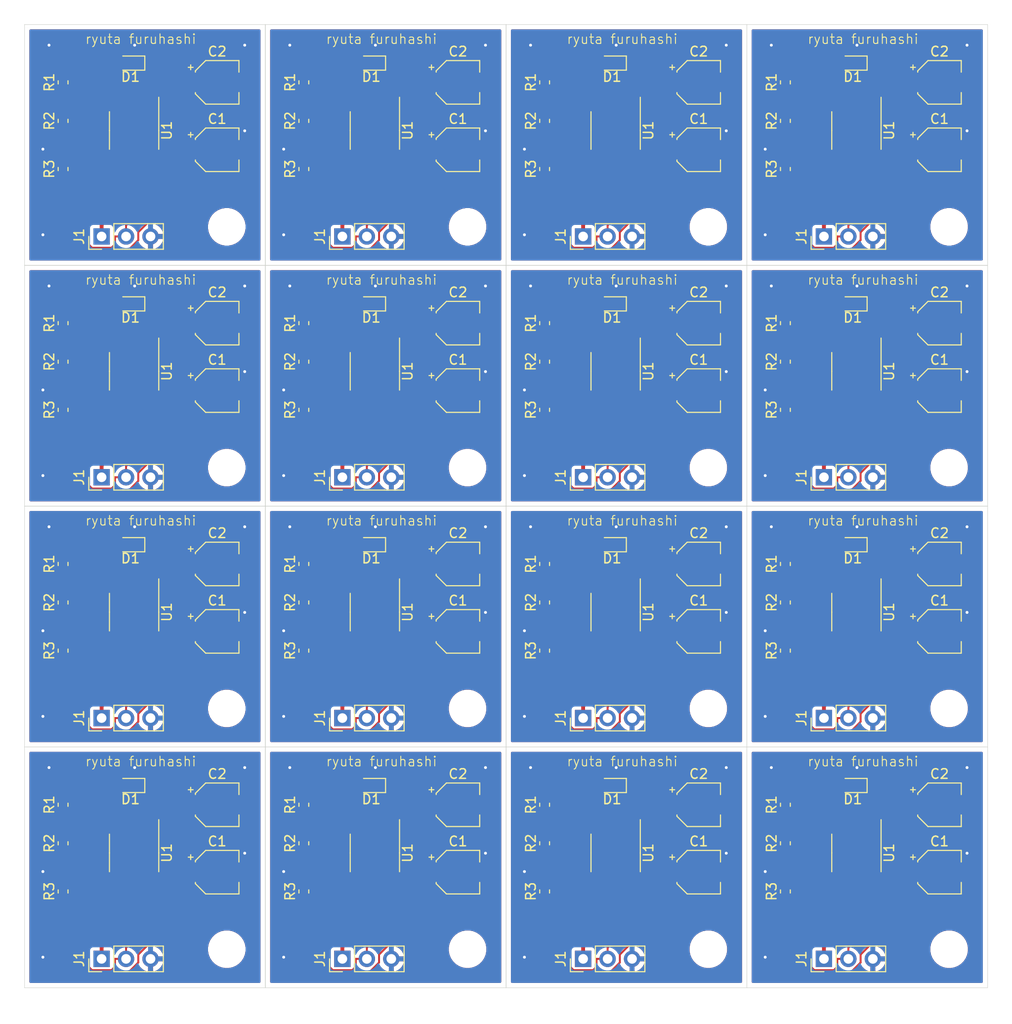
<source format=kicad_pcb>
(kicad_pcb (version 20171130) (host pcbnew "(5.1.5)-3")
  (title_block (title Ltika) (rev 2) (company HamamatsuKougyou) (comment 1 Re:Make))
  (layers (0 F.Cu signal) (31 B.Cu signal) (34 B.Paste user) (35 F.Paste user) (36 B.SilkS user) (37 F.SilkS user) (38 B.Mask user) (39 F.Mask user) (44 Edge.Cuts user))
  (net 0 "")
  (net 1 "Net-(C1-Pad1)")
  (net 2 GND)
  (net 3 "Net-(C2-Pad1)")
  (net 4 "Net-(D1-Pad2)")
  (net 5 VCC)
  (net 6 /OUT)
  (net 7 "Net-(R1-Pad1)")
  (module Resistor_SMD:R_0603_1608Metric (layer F.Cu) (at 150.12 53.32 90)
    (fp_text reference R1 (at 0 -1.43 90) (layer F.SilkS))
    (fp_text value 330)
    (pad 2 smd roundrect (at 0.7875 0 90) (size 0.875 0.95) (layers F.Cu F.Paste F.Mask) (net 5 VCC))
    (pad 1 smd roundrect (at -0.7875 0 90) (size 0.875 0.95) (layers F.Cu F.Paste F.Mask) (net 7 "Net-(R1-Pad1)"))
  )
  (module Resistor_SMD:R_0603_1608Metric (layer F.Cu) (at 125.12 53.32 90)
    (fp_text reference R1 (at 0 -1.43 90) (layer F.SilkS))
    (fp_text value 330)
    (pad 2 smd roundrect (at 0.7875 0 90) (size 0.875 0.95) (layers F.Cu F.Paste F.Mask) (net 5 VCC))
    (pad 1 smd roundrect (at -0.7875 0 90) (size 0.875 0.95) (layers F.Cu F.Paste F.Mask) (net 7 "Net-(R1-Pad1)"))
  )
  (module Resistor_SMD:R_0603_1608Metric (layer F.Cu) (at 100.12 53.32 90)
    (fp_text reference R1 (at 0 -1.43 90) (layer F.SilkS))
    (fp_text value 330)
    (pad 2 smd roundrect (at 0.7875 0 90) (size 0.875 0.95) (layers F.Cu F.Paste F.Mask) (net 5 VCC))
    (pad 1 smd roundrect (at -0.7875 0 90) (size 0.875 0.95) (layers F.Cu F.Paste F.Mask) (net 7 "Net-(R1-Pad1)"))
  )
  (module Resistor_SMD:R_0603_1608Metric (layer F.Cu) (at 75.12 53.32 90)
    (fp_text reference R1 (at 0 -1.43 90) (layer F.SilkS))
    (fp_text value 330)
    (pad 2 smd roundrect (at 0.7875 0 90) (size 0.875 0.95) (layers F.Cu F.Paste F.Mask) (net 5 VCC))
    (pad 1 smd roundrect (at -0.7875 0 90) (size 0.875 0.95) (layers F.Cu F.Paste F.Mask) (net 7 "Net-(R1-Pad1)"))
  )
  (module Resistor_SMD:R_0603_1608Metric (layer F.Cu) (at 150.12 78.32 90)
    (fp_text reference R1 (at 0 -1.43 90) (layer F.SilkS))
    (fp_text value 330)
    (pad 2 smd roundrect (at 0.7875 0 90) (size 0.875 0.95) (layers F.Cu F.Paste F.Mask) (net 5 VCC))
    (pad 1 smd roundrect (at -0.7875 0 90) (size 0.875 0.95) (layers F.Cu F.Paste F.Mask) (net 7 "Net-(R1-Pad1)"))
  )
  (module Resistor_SMD:R_0603_1608Metric (layer F.Cu) (at 125.12 78.32 90)
    (fp_text reference R1 (at 0 -1.43 90) (layer F.SilkS))
    (fp_text value 330)
    (pad 2 smd roundrect (at 0.7875 0 90) (size 0.875 0.95) (layers F.Cu F.Paste F.Mask) (net 5 VCC))
    (pad 1 smd roundrect (at -0.7875 0 90) (size 0.875 0.95) (layers F.Cu F.Paste F.Mask) (net 7 "Net-(R1-Pad1)"))
  )
  (module Resistor_SMD:R_0603_1608Metric (layer F.Cu) (at 100.12 78.32 90)
    (fp_text reference R1 (at 0 -1.43 90) (layer F.SilkS))
    (fp_text value 330)
    (pad 2 smd roundrect (at 0.7875 0 90) (size 0.875 0.95) (layers F.Cu F.Paste F.Mask) (net 5 VCC))
    (pad 1 smd roundrect (at -0.7875 0 90) (size 0.875 0.95) (layers F.Cu F.Paste F.Mask) (net 7 "Net-(R1-Pad1)"))
  )
  (module Resistor_SMD:R_0603_1608Metric (layer F.Cu) (at 75.12 78.32 90)
    (fp_text reference R1 (at 0 -1.43 90) (layer F.SilkS))
    (fp_text value 330)
    (pad 2 smd roundrect (at 0.7875 0 90) (size 0.875 0.95) (layers F.Cu F.Paste F.Mask) (net 5 VCC))
    (pad 1 smd roundrect (at -0.7875 0 90) (size 0.875 0.95) (layers F.Cu F.Paste F.Mask) (net 7 "Net-(R1-Pad1)"))
  )
  (module Resistor_SMD:R_0603_1608Metric (layer F.Cu) (at 150.12 103.32 90)
    (fp_text reference R1 (at 0 -1.43 90) (layer F.SilkS))
    (fp_text value 330)
    (pad 2 smd roundrect (at 0.7875 0 90) (size 0.875 0.95) (layers F.Cu F.Paste F.Mask) (net 5 VCC))
    (pad 1 smd roundrect (at -0.7875 0 90) (size 0.875 0.95) (layers F.Cu F.Paste F.Mask) (net 7 "Net-(R1-Pad1)"))
  )
  (module Resistor_SMD:R_0603_1608Metric (layer F.Cu) (at 125.12 103.32 90)
    (fp_text reference R1 (at 0 -1.43 90) (layer F.SilkS))
    (fp_text value 330)
    (pad 2 smd roundrect (at 0.7875 0 90) (size 0.875 0.95) (layers F.Cu F.Paste F.Mask) (net 5 VCC))
    (pad 1 smd roundrect (at -0.7875 0 90) (size 0.875 0.95) (layers F.Cu F.Paste F.Mask) (net 7 "Net-(R1-Pad1)"))
  )
  (module Resistor_SMD:R_0603_1608Metric (layer F.Cu) (at 100.12 103.32 90)
    (fp_text reference R1 (at 0 -1.43 90) (layer F.SilkS))
    (fp_text value 330)
    (pad 2 smd roundrect (at 0.7875 0 90) (size 0.875 0.95) (layers F.Cu F.Paste F.Mask) (net 5 VCC))
    (pad 1 smd roundrect (at -0.7875 0 90) (size 0.875 0.95) (layers F.Cu F.Paste F.Mask) (net 7 "Net-(R1-Pad1)"))
  )
  (module Resistor_SMD:R_0603_1608Metric (layer F.Cu) (at 75.12 103.32 90)
    (fp_text reference R1 (at 0 -1.43 90) (layer F.SilkS))
    (fp_text value 330)
    (pad 2 smd roundrect (at 0.7875 0 90) (size 0.875 0.95) (layers F.Cu F.Paste F.Mask) (net 5 VCC))
    (pad 1 smd roundrect (at -0.7875 0 90) (size 0.875 0.95) (layers F.Cu F.Paste F.Mask) (net 7 "Net-(R1-Pad1)"))
  )
  (module Resistor_SMD:R_0603_1608Metric (layer F.Cu) (at 150.12 128.32 90)
    (fp_text reference R1 (at 0 -1.43 90) (layer F.SilkS))
    (fp_text value 330)
    (pad 2 smd roundrect (at 0.7875 0 90) (size 0.875 0.95) (layers F.Cu F.Paste F.Mask) (net 5 VCC))
    (pad 1 smd roundrect (at -0.7875 0 90) (size 0.875 0.95) (layers F.Cu F.Paste F.Mask) (net 7 "Net-(R1-Pad1)"))
  )
  (module Resistor_SMD:R_0603_1608Metric (layer F.Cu) (at 125.12 128.32 90)
    (fp_text reference R1 (at 0 -1.43 90) (layer F.SilkS))
    (fp_text value 330)
    (pad 2 smd roundrect (at 0.7875 0 90) (size 0.875 0.95) (layers F.Cu F.Paste F.Mask) (net 5 VCC))
    (pad 1 smd roundrect (at -0.7875 0 90) (size 0.875 0.95) (layers F.Cu F.Paste F.Mask) (net 7 "Net-(R1-Pad1)"))
  )
  (module Resistor_SMD:R_0603_1608Metric (layer F.Cu) (at 100.12 128.32 90)
    (fp_text reference R1 (at 0 -1.43 90) (layer F.SilkS))
    (fp_text value 330)
    (pad 2 smd roundrect (at 0.7875 0 90) (size 0.875 0.95) (layers F.Cu F.Paste F.Mask) (net 5 VCC))
    (pad 1 smd roundrect (at -0.7875 0 90) (size 0.875 0.95) (layers F.Cu F.Paste F.Mask) (net 7 "Net-(R1-Pad1)"))
  )
  (module Capacitor_SMD:CP_Elec_4x3 (layer F.Cu) (at 166.12 53.32)
    (fp_text reference C2 (at 0 -3.2) (layer F.SilkS))
    (fp_text value CP)
    (pad 1 smd roundrect (at -1.8 0) (size 2.6 1.6) (layers F.Cu F.Paste F.Mask) (roundrect_rratio 0.15625) (net 3 "Net-(C2-Pad1)"))
    (pad 2 smd roundrect (at 1.8 0) (size 2.6 1.6) (layers F.Cu F.Paste F.Mask) (roundrect_rratio 0.15625) (net 2 GND))
  )
  (module Capacitor_SMD:CP_Elec_4x3 (layer F.Cu) (at 141.12 53.32)
    (fp_text reference C2 (at 0 -3.2) (layer F.SilkS))
    (fp_text value CP)
    (pad 1 smd roundrect (at -1.8 0) (size 2.6 1.6) (layers F.Cu F.Paste F.Mask) (roundrect_rratio 0.15625) (net 3 "Net-(C2-Pad1)"))
    (pad 2 smd roundrect (at 1.8 0) (size 2.6 1.6) (layers F.Cu F.Paste F.Mask) (roundrect_rratio 0.15625) (net 2 GND))
  )
  (module Capacitor_SMD:CP_Elec_4x3 (layer F.Cu) (at 116.12 53.32)
    (fp_text reference C2 (at 0 -3.2) (layer F.SilkS))
    (fp_text value CP)
    (pad 1 smd roundrect (at -1.8 0) (size 2.6 1.6) (layers F.Cu F.Paste F.Mask) (roundrect_rratio 0.15625) (net 3 "Net-(C2-Pad1)"))
    (pad 2 smd roundrect (at 1.8 0) (size 2.6 1.6) (layers F.Cu F.Paste F.Mask) (roundrect_rratio 0.15625) (net 2 GND))
  )
  (module Capacitor_SMD:CP_Elec_4x3 (layer F.Cu) (at 91.12 53.32)
    (fp_text reference C2 (at 0 -3.2) (layer F.SilkS))
    (fp_text value CP)
    (pad 1 smd roundrect (at -1.8 0) (size 2.6 1.6) (layers F.Cu F.Paste F.Mask) (roundrect_rratio 0.15625) (net 3 "Net-(C2-Pad1)"))
    (pad 2 smd roundrect (at 1.8 0) (size 2.6 1.6) (layers F.Cu F.Paste F.Mask) (roundrect_rratio 0.15625) (net 2 GND))
  )
  (module Capacitor_SMD:CP_Elec_4x3 (layer F.Cu) (at 166.12 78.32)
    (fp_text reference C2 (at 0 -3.2) (layer F.SilkS))
    (fp_text value CP)
    (pad 1 smd roundrect (at -1.8 0) (size 2.6 1.6) (layers F.Cu F.Paste F.Mask) (roundrect_rratio 0.15625) (net 3 "Net-(C2-Pad1)"))
    (pad 2 smd roundrect (at 1.8 0) (size 2.6 1.6) (layers F.Cu F.Paste F.Mask) (roundrect_rratio 0.15625) (net 2 GND))
  )
  (module Capacitor_SMD:CP_Elec_4x3 (layer F.Cu) (at 141.12 78.32)
    (fp_text reference C2 (at 0 -3.2) (layer F.SilkS))
    (fp_text value CP)
    (pad 1 smd roundrect (at -1.8 0) (size 2.6 1.6) (layers F.Cu F.Paste F.Mask) (roundrect_rratio 0.15625) (net 3 "Net-(C2-Pad1)"))
    (pad 2 smd roundrect (at 1.8 0) (size 2.6 1.6) (layers F.Cu F.Paste F.Mask) (roundrect_rratio 0.15625) (net 2 GND))
  )
  (module Capacitor_SMD:CP_Elec_4x3 (layer F.Cu) (at 116.12 78.32)
    (fp_text reference C2 (at 0 -3.2) (layer F.SilkS))
    (fp_text value CP)
    (pad 1 smd roundrect (at -1.8 0) (size 2.6 1.6) (layers F.Cu F.Paste F.Mask) (roundrect_rratio 0.15625) (net 3 "Net-(C2-Pad1)"))
    (pad 2 smd roundrect (at 1.8 0) (size 2.6 1.6) (layers F.Cu F.Paste F.Mask) (roundrect_rratio 0.15625) (net 2 GND))
  )
  (module Capacitor_SMD:CP_Elec_4x3 (layer F.Cu) (at 91.12 78.32)
    (fp_text reference C2 (at 0 -3.2) (layer F.SilkS))
    (fp_text value CP)
    (pad 1 smd roundrect (at -1.8 0) (size 2.6 1.6) (layers F.Cu F.Paste F.Mask) (roundrect_rratio 0.15625) (net 3 "Net-(C2-Pad1)"))
    (pad 2 smd roundrect (at 1.8 0) (size 2.6 1.6) (layers F.Cu F.Paste F.Mask) (roundrect_rratio 0.15625) (net 2 GND))
  )
  (module Capacitor_SMD:CP_Elec_4x3 (layer F.Cu) (at 166.12 103.32)
    (fp_text reference C2 (at 0 -3.2) (layer F.SilkS))
    (fp_text value CP)
    (pad 1 smd roundrect (at -1.8 0) (size 2.6 1.6) (layers F.Cu F.Paste F.Mask) (roundrect_rratio 0.15625) (net 3 "Net-(C2-Pad1)"))
    (pad 2 smd roundrect (at 1.8 0) (size 2.6 1.6) (layers F.Cu F.Paste F.Mask) (roundrect_rratio 0.15625) (net 2 GND))
  )
  (module Capacitor_SMD:CP_Elec_4x3 (layer F.Cu) (at 141.12 103.32)
    (fp_text reference C2 (at 0 -3.2) (layer F.SilkS))
    (fp_text value CP)
    (pad 1 smd roundrect (at -1.8 0) (size 2.6 1.6) (layers F.Cu F.Paste F.Mask) (roundrect_rratio 0.15625) (net 3 "Net-(C2-Pad1)"))
    (pad 2 smd roundrect (at 1.8 0) (size 2.6 1.6) (layers F.Cu F.Paste F.Mask) (roundrect_rratio 0.15625) (net 2 GND))
  )
  (module Capacitor_SMD:CP_Elec_4x3 (layer F.Cu) (at 116.12 103.32)
    (fp_text reference C2 (at 0 -3.2) (layer F.SilkS))
    (fp_text value CP)
    (pad 1 smd roundrect (at -1.8 0) (size 2.6 1.6) (layers F.Cu F.Paste F.Mask) (roundrect_rratio 0.15625) (net 3 "Net-(C2-Pad1)"))
    (pad 2 smd roundrect (at 1.8 0) (size 2.6 1.6) (layers F.Cu F.Paste F.Mask) (roundrect_rratio 0.15625) (net 2 GND))
  )
  (module Capacitor_SMD:CP_Elec_4x3 (layer F.Cu) (at 91.12 103.32)
    (fp_text reference C2 (at 0 -3.2) (layer F.SilkS))
    (fp_text value CP)
    (pad 1 smd roundrect (at -1.8 0) (size 2.6 1.6) (layers F.Cu F.Paste F.Mask) (roundrect_rratio 0.15625) (net 3 "Net-(C2-Pad1)"))
    (pad 2 smd roundrect (at 1.8 0) (size 2.6 1.6) (layers F.Cu F.Paste F.Mask) (roundrect_rratio 0.15625) (net 2 GND))
  )
  (module Capacitor_SMD:CP_Elec_4x3 (layer F.Cu) (at 166.12 128.32)
    (fp_text reference C2 (at 0 -3.2) (layer F.SilkS))
    (fp_text value CP)
    (pad 1 smd roundrect (at -1.8 0) (size 2.6 1.6) (layers F.Cu F.Paste F.Mask) (roundrect_rratio 0.15625) (net 3 "Net-(C2-Pad1)"))
    (pad 2 smd roundrect (at 1.8 0) (size 2.6 1.6) (layers F.Cu F.Paste F.Mask) (roundrect_rratio 0.15625) (net 2 GND))
  )
  (module Capacitor_SMD:CP_Elec_4x3 (layer F.Cu) (at 141.12 128.32)
    (fp_text reference C2 (at 0 -3.2) (layer F.SilkS))
    (fp_text value CP)
    (pad 1 smd roundrect (at -1.8 0) (size 2.6 1.6) (layers F.Cu F.Paste F.Mask) (roundrect_rratio 0.15625) (net 3 "Net-(C2-Pad1)"))
    (pad 2 smd roundrect (at 1.8 0) (size 2.6 1.6) (layers F.Cu F.Paste F.Mask) (roundrect_rratio 0.15625) (net 2 GND))
  )
  (module Capacitor_SMD:CP_Elec_4x3 (layer F.Cu) (at 116.12 128.32)
    (fp_text reference C2 (at 0 -3.2) (layer F.SilkS))
    (fp_text value CP)
    (pad 1 smd roundrect (at -1.8 0) (size 2.6 1.6) (layers F.Cu F.Paste F.Mask) (roundrect_rratio 0.15625) (net 3 "Net-(C2-Pad1)"))
    (pad 2 smd roundrect (at 1.8 0) (size 2.6 1.6) (layers F.Cu F.Paste F.Mask) (roundrect_rratio 0.15625) (net 2 GND))
  )
  (module Package_SO:SOIC-8_3.9x4.9mm_P1.27mm (layer F.Cu) (at 157.495 58.32 270)
    (fp_text reference U1 (at 0 -3.4 90) (layer F.SilkS))
    (fp_text value LM555)
    (pad 8 smd roundrect (at 2.475 -1.905 270) (size 1.95 0.6) (layers F.Cu F.Paste F.Mask) (net 5 VCC))
    (pad 7 smd roundrect (at 2.475 -0.635 270) (size 1.95 0.6) (layers F.Cu F.Paste F.Mask) (net 7 "Net-(R1-Pad1)"))
    (pad 6 smd roundrect (at 2.475 0.635 270) (size 1.95 0.6) (layers F.Cu F.Paste F.Mask) (net 3 "Net-(C2-Pad1)"))
    (pad 5 smd roundrect (at 2.475 1.905 270) (size 1.95 0.6) (layers F.Cu F.Paste F.Mask) (net 1 "Net-(C1-Pad1)"))
    (pad 4 smd roundrect (at -2.475 1.905 270) (size 1.95 0.6) (layers F.Cu F.Paste F.Mask) (net 5 VCC))
    (pad 3 smd roundrect (at -2.475 0.635 270) (size 1.95 0.6) (layers F.Cu F.Paste F.Mask) (net 6 /OUT))
    (pad 2 smd roundrect (at -2.475 -0.635 270) (size 1.95 0.6) (layers F.Cu F.Paste F.Mask) (net 3 "Net-(C2-Pad1)"))
    (pad 1 smd roundrect (at -2.475 -1.905 270) (size 1.95 0.6) (layers F.Cu F.Paste F.Mask) (net 2 GND))
  )
  (module Package_SO:SOIC-8_3.9x4.9mm_P1.27mm (layer F.Cu) (at 132.495 58.32 270)
    (fp_text reference U1 (at 0 -3.4 90) (layer F.SilkS))
    (fp_text value LM555)
    (pad 8 smd roundrect (at 2.475 -1.905 270) (size 1.95 0.6) (layers F.Cu F.Paste F.Mask) (net 5 VCC))
    (pad 7 smd roundrect (at 2.475 -0.635 270) (size 1.95 0.6) (layers F.Cu F.Paste F.Mask) (net 7 "Net-(R1-Pad1)"))
    (pad 6 smd roundrect (at 2.475 0.635 270) (size 1.95 0.6) (layers F.Cu F.Paste F.Mask) (net 3 "Net-(C2-Pad1)"))
    (pad 5 smd roundrect (at 2.475 1.905 270) (size 1.95 0.6) (layers F.Cu F.Paste F.Mask) (net 1 "Net-(C1-Pad1)"))
    (pad 4 smd roundrect (at -2.475 1.905 270) (size 1.95 0.6) (layers F.Cu F.Paste F.Mask) (net 5 VCC))
    (pad 3 smd roundrect (at -2.475 0.635 270) (size 1.95 0.6) (layers F.Cu F.Paste F.Mask) (net 6 /OUT))
    (pad 2 smd roundrect (at -2.475 -0.635 270) (size 1.95 0.6) (layers F.Cu F.Paste F.Mask) (net 3 "Net-(C2-Pad1)"))
    (pad 1 smd roundrect (at -2.475 -1.905 270) (size 1.95 0.6) (layers F.Cu F.Paste F.Mask) (net 2 GND))
  )
  (module Package_SO:SOIC-8_3.9x4.9mm_P1.27mm (layer F.Cu) (at 107.495 58.32 270)
    (fp_text reference U1 (at 0 -3.4 90) (layer F.SilkS))
    (fp_text value LM555)
    (pad 8 smd roundrect (at 2.475 -1.905 270) (size 1.95 0.6) (layers F.Cu F.Paste F.Mask) (net 5 VCC))
    (pad 7 smd roundrect (at 2.475 -0.635 270) (size 1.95 0.6) (layers F.Cu F.Paste F.Mask) (net 7 "Net-(R1-Pad1)"))
    (pad 6 smd roundrect (at 2.475 0.635 270) (size 1.95 0.6) (layers F.Cu F.Paste F.Mask) (net 3 "Net-(C2-Pad1)"))
    (pad 5 smd roundrect (at 2.475 1.905 270) (size 1.95 0.6) (layers F.Cu F.Paste F.Mask) (net 1 "Net-(C1-Pad1)"))
    (pad 4 smd roundrect (at -2.475 1.905 270) (size 1.95 0.6) (layers F.Cu F.Paste F.Mask) (net 5 VCC))
    (pad 3 smd roundrect (at -2.475 0.635 270) (size 1.95 0.6) (layers F.Cu F.Paste F.Mask) (net 6 /OUT))
    (pad 2 smd roundrect (at -2.475 -0.635 270) (size 1.95 0.6) (layers F.Cu F.Paste F.Mask) (net 3 "Net-(C2-Pad1)"))
    (pad 1 smd roundrect (at -2.475 -1.905 270) (size 1.95 0.6) (layers F.Cu F.Paste F.Mask) (net 2 GND))
  )
  (module Package_SO:SOIC-8_3.9x4.9mm_P1.27mm (layer F.Cu) (at 82.495 58.32 270)
    (fp_text reference U1 (at 0 -3.4 90) (layer F.SilkS))
    (fp_text value LM555)
    (pad 8 smd roundrect (at 2.475 -1.905 270) (size 1.95 0.6) (layers F.Cu F.Paste F.Mask) (net 5 VCC))
    (pad 7 smd roundrect (at 2.475 -0.635 270) (size 1.95 0.6) (layers F.Cu F.Paste F.Mask) (net 7 "Net-(R1-Pad1)"))
    (pad 6 smd roundrect (at 2.475 0.635 270) (size 1.95 0.6) (layers F.Cu F.Paste F.Mask) (net 3 "Net-(C2-Pad1)"))
    (pad 5 smd roundrect (at 2.475 1.905 270) (size 1.95 0.6) (layers F.Cu F.Paste F.Mask) (net 1 "Net-(C1-Pad1)"))
    (pad 4 smd roundrect (at -2.475 1.905 270) (size 1.95 0.6) (layers F.Cu F.Paste F.Mask) (net 5 VCC))
    (pad 3 smd roundrect (at -2.475 0.635 270) (size 1.95 0.6) (layers F.Cu F.Paste F.Mask) (net 6 /OUT))
    (pad 2 smd roundrect (at -2.475 -0.635 270) (size 1.95 0.6) (layers F.Cu F.Paste F.Mask) (net 3 "Net-(C2-Pad1)"))
    (pad 1 smd roundrect (at -2.475 -1.905 270) (size 1.95 0.6) (layers F.Cu F.Paste F.Mask) (net 2 GND))
  )
  (module Package_SO:SOIC-8_3.9x4.9mm_P1.27mm (layer F.Cu) (at 157.495 83.32 270)
    (fp_text reference U1 (at 0 -3.4 90) (layer F.SilkS))
    (fp_text value LM555)
    (pad 8 smd roundrect (at 2.475 -1.905 270) (size 1.95 0.6) (layers F.Cu F.Paste F.Mask) (net 5 VCC))
    (pad 7 smd roundrect (at 2.475 -0.635 270) (size 1.95 0.6) (layers F.Cu F.Paste F.Mask) (net 7 "Net-(R1-Pad1)"))
    (pad 6 smd roundrect (at 2.475 0.635 270) (size 1.95 0.6) (layers F.Cu F.Paste F.Mask) (net 3 "Net-(C2-Pad1)"))
    (pad 5 smd roundrect (at 2.475 1.905 270) (size 1.95 0.6) (layers F.Cu F.Paste F.Mask) (net 1 "Net-(C1-Pad1)"))
    (pad 4 smd roundrect (at -2.475 1.905 270) (size 1.95 0.6) (layers F.Cu F.Paste F.Mask) (net 5 VCC))
    (pad 3 smd roundrect (at -2.475 0.635 270) (size 1.95 0.6) (layers F.Cu F.Paste F.Mask) (net 6 /OUT))
    (pad 2 smd roundrect (at -2.475 -0.635 270) (size 1.95 0.6) (layers F.Cu F.Paste F.Mask) (net 3 "Net-(C2-Pad1)"))
    (pad 1 smd roundrect (at -2.475 -1.905 270) (size 1.95 0.6) (layers F.Cu F.Paste F.Mask) (net 2 GND))
  )
  (module Package_SO:SOIC-8_3.9x4.9mm_P1.27mm (layer F.Cu) (at 132.495 83.32 270)
    (fp_text reference U1 (at 0 -3.4 90) (layer F.SilkS))
    (fp_text value LM555)
    (pad 8 smd roundrect (at 2.475 -1.905 270) (size 1.95 0.6) (layers F.Cu F.Paste F.Mask) (net 5 VCC))
    (pad 7 smd roundrect (at 2.475 -0.635 270) (size 1.95 0.6) (layers F.Cu F.Paste F.Mask) (net 7 "Net-(R1-Pad1)"))
    (pad 6 smd roundrect (at 2.475 0.635 270) (size 1.95 0.6) (layers F.Cu F.Paste F.Mask) (net 3 "Net-(C2-Pad1)"))
    (pad 5 smd roundrect (at 2.475 1.905 270) (size 1.95 0.6) (layers F.Cu F.Paste F.Mask) (net 1 "Net-(C1-Pad1)"))
    (pad 4 smd roundrect (at -2.475 1.905 270) (size 1.95 0.6) (layers F.Cu F.Paste F.Mask) (net 5 VCC))
    (pad 3 smd roundrect (at -2.475 0.635 270) (size 1.95 0.6) (layers F.Cu F.Paste F.Mask) (net 6 /OUT))
    (pad 2 smd roundrect (at -2.475 -0.635 270) (size 1.95 0.6) (layers F.Cu F.Paste F.Mask) (net 3 "Net-(C2-Pad1)"))
    (pad 1 smd roundrect (at -2.475 -1.905 270) (size 1.95 0.6) (layers F.Cu F.Paste F.Mask) (net 2 GND))
  )
  (module Package_SO:SOIC-8_3.9x4.9mm_P1.27mm (layer F.Cu) (at 107.495 83.32 270)
    (fp_text reference U1 (at 0 -3.4 90) (layer F.SilkS))
    (fp_text value LM555)
    (pad 8 smd roundrect (at 2.475 -1.905 270) (size 1.95 0.6) (layers F.Cu F.Paste F.Mask) (net 5 VCC))
    (pad 7 smd roundrect (at 2.475 -0.635 270) (size 1.95 0.6) (layers F.Cu F.Paste F.Mask) (net 7 "Net-(R1-Pad1)"))
    (pad 6 smd roundrect (at 2.475 0.635 270) (size 1.95 0.6) (layers F.Cu F.Paste F.Mask) (net 3 "Net-(C2-Pad1)"))
    (pad 5 smd roundrect (at 2.475 1.905 270) (size 1.95 0.6) (layers F.Cu F.Paste F.Mask) (net 1 "Net-(C1-Pad1)"))
    (pad 4 smd roundrect (at -2.475 1.905 270) (size 1.95 0.6) (layers F.Cu F.Paste F.Mask) (net 5 VCC))
    (pad 3 smd roundrect (at -2.475 0.635 270) (size 1.95 0.6) (layers F.Cu F.Paste F.Mask) (net 6 /OUT))
    (pad 2 smd roundrect (at -2.475 -0.635 270) (size 1.95 0.6) (layers F.Cu F.Paste F.Mask) (net 3 "Net-(C2-Pad1)"))
    (pad 1 smd roundrect (at -2.475 -1.905 270) (size 1.95 0.6) (layers F.Cu F.Paste F.Mask) (net 2 GND))
  )
  (module Package_SO:SOIC-8_3.9x4.9mm_P1.27mm (layer F.Cu) (at 82.495 83.32 270)
    (fp_text reference U1 (at 0 -3.4 90) (layer F.SilkS))
    (fp_text value LM555)
    (pad 8 smd roundrect (at 2.475 -1.905 270) (size 1.95 0.6) (layers F.Cu F.Paste F.Mask) (net 5 VCC))
    (pad 7 smd roundrect (at 2.475 -0.635 270) (size 1.95 0.6) (layers F.Cu F.Paste F.Mask) (net 7 "Net-(R1-Pad1)"))
    (pad 6 smd roundrect (at 2.475 0.635 270) (size 1.95 0.6) (layers F.Cu F.Paste F.Mask) (net 3 "Net-(C2-Pad1)"))
    (pad 5 smd roundrect (at 2.475 1.905 270) (size 1.95 0.6) (layers F.Cu F.Paste F.Mask) (net 1 "Net-(C1-Pad1)"))
    (pad 4 smd roundrect (at -2.475 1.905 270) (size 1.95 0.6) (layers F.Cu F.Paste F.Mask) (net 5 VCC))
    (pad 3 smd roundrect (at -2.475 0.635 270) (size 1.95 0.6) (layers F.Cu F.Paste F.Mask) (net 6 /OUT))
    (pad 2 smd roundrect (at -2.475 -0.635 270) (size 1.95 0.6) (layers F.Cu F.Paste F.Mask) (net 3 "Net-(C2-Pad1)"))
    (pad 1 smd roundrect (at -2.475 -1.905 270) (size 1.95 0.6) (layers F.Cu F.Paste F.Mask) (net 2 GND))
  )
  (module Package_SO:SOIC-8_3.9x4.9mm_P1.27mm (layer F.Cu) (at 157.495 108.32 270)
    (fp_text reference U1 (at 0 -3.4 90) (layer F.SilkS))
    (fp_text value LM555)
    (pad 8 smd roundrect (at 2.475 -1.905 270) (size 1.95 0.6) (layers F.Cu F.Paste F.Mask) (net 5 VCC))
    (pad 7 smd roundrect (at 2.475 -0.635 270) (size 1.95 0.6) (layers F.Cu F.Paste F.Mask) (net 7 "Net-(R1-Pad1)"))
    (pad 6 smd roundrect (at 2.475 0.635 270) (size 1.95 0.6) (layers F.Cu F.Paste F.Mask) (net 3 "Net-(C2-Pad1)"))
    (pad 5 smd roundrect (at 2.475 1.905 270) (size 1.95 0.6) (layers F.Cu F.Paste F.Mask) (net 1 "Net-(C1-Pad1)"))
    (pad 4 smd roundrect (at -2.475 1.905 270) (size 1.95 0.6) (layers F.Cu F.Paste F.Mask) (net 5 VCC))
    (pad 3 smd roundrect (at -2.475 0.635 270) (size 1.95 0.6) (layers F.Cu F.Paste F.Mask) (net 6 /OUT))
    (pad 2 smd roundrect (at -2.475 -0.635 270) (size 1.95 0.6) (layers F.Cu F.Paste F.Mask) (net 3 "Net-(C2-Pad1)"))
    (pad 1 smd roundrect (at -2.475 -1.905 270) (size 1.95 0.6) (layers F.Cu F.Paste F.Mask) (net 2 GND))
  )
  (module Package_SO:SOIC-8_3.9x4.9mm_P1.27mm (layer F.Cu) (at 132.495 108.32 270)
    (fp_text reference U1 (at 0 -3.4 90) (layer F.SilkS))
    (fp_text value LM555)
    (pad 8 smd roundrect (at 2.475 -1.905 270) (size 1.95 0.6) (layers F.Cu F.Paste F.Mask) (net 5 VCC))
    (pad 7 smd roundrect (at 2.475 -0.635 270) (size 1.95 0.6) (layers F.Cu F.Paste F.Mask) (net 7 "Net-(R1-Pad1)"))
    (pad 6 smd roundrect (at 2.475 0.635 270) (size 1.95 0.6) (layers F.Cu F.Paste F.Mask) (net 3 "Net-(C2-Pad1)"))
    (pad 5 smd roundrect (at 2.475 1.905 270) (size 1.95 0.6) (layers F.Cu F.Paste F.Mask) (net 1 "Net-(C1-Pad1)"))
    (pad 4 smd roundrect (at -2.475 1.905 270) (size 1.95 0.6) (layers F.Cu F.Paste F.Mask) (net 5 VCC))
    (pad 3 smd roundrect (at -2.475 0.635 270) (size 1.95 0.6) (layers F.Cu F.Paste F.Mask) (net 6 /OUT))
    (pad 2 smd roundrect (at -2.475 -0.635 270) (size 1.95 0.6) (layers F.Cu F.Paste F.Mask) (net 3 "Net-(C2-Pad1)"))
    (pad 1 smd roundrect (at -2.475 -1.905 270) (size 1.95 0.6) (layers F.Cu F.Paste F.Mask) (net 2 GND))
  )
  (module Package_SO:SOIC-8_3.9x4.9mm_P1.27mm (layer F.Cu) (at 107.495 108.32 270)
    (fp_text reference U1 (at 0 -3.4 90) (layer F.SilkS))
    (fp_text value LM555)
    (pad 8 smd roundrect (at 2.475 -1.905 270) (size 1.95 0.6) (layers F.Cu F.Paste F.Mask) (net 5 VCC))
    (pad 7 smd roundrect (at 2.475 -0.635 270) (size 1.95 0.6) (layers F.Cu F.Paste F.Mask) (net 7 "Net-(R1-Pad1)"))
    (pad 6 smd roundrect (at 2.475 0.635 270) (size 1.95 0.6) (layers F.Cu F.Paste F.Mask) (net 3 "Net-(C2-Pad1)"))
    (pad 5 smd roundrect (at 2.475 1.905 270) (size 1.95 0.6) (layers F.Cu F.Paste F.Mask) (net 1 "Net-(C1-Pad1)"))
    (pad 4 smd roundrect (at -2.475 1.905 270) (size 1.95 0.6) (layers F.Cu F.Paste F.Mask) (net 5 VCC))
    (pad 3 smd roundrect (at -2.475 0.635 270) (size 1.95 0.6) (layers F.Cu F.Paste F.Mask) (net 6 /OUT))
    (pad 2 smd roundrect (at -2.475 -0.635 270) (size 1.95 0.6) (layers F.Cu F.Paste F.Mask) (net 3 "Net-(C2-Pad1)"))
    (pad 1 smd roundrect (at -2.475 -1.905 270) (size 1.95 0.6) (layers F.Cu F.Paste F.Mask) (net 2 GND))
  )
  (module Package_SO:SOIC-8_3.9x4.9mm_P1.27mm (layer F.Cu) (at 82.495 108.32 270)
    (fp_text reference U1 (at 0 -3.4 90) (layer F.SilkS))
    (fp_text value LM555)
    (pad 8 smd roundrect (at 2.475 -1.905 270) (size 1.95 0.6) (layers F.Cu F.Paste F.Mask) (net 5 VCC))
    (pad 7 smd roundrect (at 2.475 -0.635 270) (size 1.95 0.6) (layers F.Cu F.Paste F.Mask) (net 7 "Net-(R1-Pad1)"))
    (pad 6 smd roundrect (at 2.475 0.635 270) (size 1.95 0.6) (layers F.Cu F.Paste F.Mask) (net 3 "Net-(C2-Pad1)"))
    (pad 5 smd roundrect (at 2.475 1.905 270) (size 1.95 0.6) (layers F.Cu F.Paste F.Mask) (net 1 "Net-(C1-Pad1)"))
    (pad 4 smd roundrect (at -2.475 1.905 270) (size 1.95 0.6) (layers F.Cu F.Paste F.Mask) (net 5 VCC))
    (pad 3 smd roundrect (at -2.475 0.635 270) (size 1.95 0.6) (layers F.Cu F.Paste F.Mask) (net 6 /OUT))
    (pad 2 smd roundrect (at -2.475 -0.635 270) (size 1.95 0.6) (layers F.Cu F.Paste F.Mask) (net 3 "Net-(C2-Pad1)"))
    (pad 1 smd roundrect (at -2.475 -1.905 270) (size 1.95 0.6) (layers F.Cu F.Paste F.Mask) (net 2 GND))
  )
  (module Package_SO:SOIC-8_3.9x4.9mm_P1.27mm (layer F.Cu) (at 157.495 133.32 270)
    (fp_text reference U1 (at 0 -3.4 90) (layer F.SilkS))
    (fp_text value LM555)
    (pad 8 smd roundrect (at 2.475 -1.905 270) (size 1.95 0.6) (layers F.Cu F.Paste F.Mask) (net 5 VCC))
    (pad 7 smd roundrect (at 2.475 -0.635 270) (size 1.95 0.6) (layers F.Cu F.Paste F.Mask) (net 7 "Net-(R1-Pad1)"))
    (pad 6 smd roundrect (at 2.475 0.635 270) (size 1.95 0.6) (layers F.Cu F.Paste F.Mask) (net 3 "Net-(C2-Pad1)"))
    (pad 5 smd roundrect (at 2.475 1.905 270) (size 1.95 0.6) (layers F.Cu F.Paste F.Mask) (net 1 "Net-(C1-Pad1)"))
    (pad 4 smd roundrect (at -2.475 1.905 270) (size 1.95 0.6) (layers F.Cu F.Paste F.Mask) (net 5 VCC))
    (pad 3 smd roundrect (at -2.475 0.635 270) (size 1.95 0.6) (layers F.Cu F.Paste F.Mask) (net 6 /OUT))
    (pad 2 smd roundrect (at -2.475 -0.635 270) (size 1.95 0.6) (layers F.Cu F.Paste F.Mask) (net 3 "Net-(C2-Pad1)"))
    (pad 1 smd roundrect (at -2.475 -1.905 270) (size 1.95 0.6) (layers F.Cu F.Paste F.Mask) (net 2 GND))
  )
  (module Package_SO:SOIC-8_3.9x4.9mm_P1.27mm (layer F.Cu) (at 132.495 133.32 270)
    (fp_text reference U1 (at 0 -3.4 90) (layer F.SilkS))
    (fp_text value LM555)
    (pad 8 smd roundrect (at 2.475 -1.905 270) (size 1.95 0.6) (layers F.Cu F.Paste F.Mask) (net 5 VCC))
    (pad 7 smd roundrect (at 2.475 -0.635 270) (size 1.95 0.6) (layers F.Cu F.Paste F.Mask) (net 7 "Net-(R1-Pad1)"))
    (pad 6 smd roundrect (at 2.475 0.635 270) (size 1.95 0.6) (layers F.Cu F.Paste F.Mask) (net 3 "Net-(C2-Pad1)"))
    (pad 5 smd roundrect (at 2.475 1.905 270) (size 1.95 0.6) (layers F.Cu F.Paste F.Mask) (net 1 "Net-(C1-Pad1)"))
    (pad 4 smd roundrect (at -2.475 1.905 270) (size 1.95 0.6) (layers F.Cu F.Paste F.Mask) (net 5 VCC))
    (pad 3 smd roundrect (at -2.475 0.635 270) (size 1.95 0.6) (layers F.Cu F.Paste F.Mask) (net 6 /OUT))
    (pad 2 smd roundrect (at -2.475 -0.635 270) (size 1.95 0.6) (layers F.Cu F.Paste F.Mask) (net 3 "Net-(C2-Pad1)"))
    (pad 1 smd roundrect (at -2.475 -1.905 270) (size 1.95 0.6) (layers F.Cu F.Paste F.Mask) (net 2 GND))
  )
  (module Package_SO:SOIC-8_3.9x4.9mm_P1.27mm (layer F.Cu) (at 107.495 133.32 270)
    (fp_text reference U1 (at 0 -3.4 90) (layer F.SilkS))
    (fp_text value LM555)
    (pad 8 smd roundrect (at 2.475 -1.905 270) (size 1.95 0.6) (layers F.Cu F.Paste F.Mask) (net 5 VCC))
    (pad 7 smd roundrect (at 2.475 -0.635 270) (size 1.95 0.6) (layers F.Cu F.Paste F.Mask) (net 7 "Net-(R1-Pad1)"))
    (pad 6 smd roundrect (at 2.475 0.635 270) (size 1.95 0.6) (layers F.Cu F.Paste F.Mask) (net 3 "Net-(C2-Pad1)"))
    (pad 5 smd roundrect (at 2.475 1.905 270) (size 1.95 0.6) (layers F.Cu F.Paste F.Mask) (net 1 "Net-(C1-Pad1)"))
    (pad 4 smd roundrect (at -2.475 1.905 270) (size 1.95 0.6) (layers F.Cu F.Paste F.Mask) (net 5 VCC))
    (pad 3 smd roundrect (at -2.475 0.635 270) (size 1.95 0.6) (layers F.Cu F.Paste F.Mask) (net 6 /OUT))
    (pad 2 smd roundrect (at -2.475 -0.635 270) (size 1.95 0.6) (layers F.Cu F.Paste F.Mask) (net 3 "Net-(C2-Pad1)"))
    (pad 1 smd roundrect (at -2.475 -1.905 270) (size 1.95 0.6) (layers F.Cu F.Paste F.Mask) (net 2 GND))
  )
  (module MountingHole:MountingHole_3.2mm_M3 (layer F.Cu) (at 167.12 68.32)
    (fp_text reference MH1 hide)
    (fp_text value MountingHole_3.2mm_M3 hide)
    (pad 1 np_thru_hole circle (at 0 0) (size 3.2 3.2) (drill 3.2) (layers *.Cu *.Mask))
  )
  (module MountingHole:MountingHole_3.2mm_M3 (layer F.Cu) (at 142.12 68.32)
    (fp_text reference MH1 hide)
    (fp_text value MountingHole_3.2mm_M3 hide)
    (pad 1 np_thru_hole circle (at 0 0) (size 3.2 3.2) (drill 3.2) (layers *.Cu *.Mask))
  )
  (module MountingHole:MountingHole_3.2mm_M3 (layer F.Cu) (at 117.12 68.32)
    (fp_text reference MH1 hide)
    (fp_text value MountingHole_3.2mm_M3 hide)
    (pad 1 np_thru_hole circle (at 0 0) (size 3.2 3.2) (drill 3.2) (layers *.Cu *.Mask))
  )
  (module MountingHole:MountingHole_3.2mm_M3 (layer F.Cu) (at 92.12 68.32)
    (fp_text reference MH1 hide)
    (fp_text value MountingHole_3.2mm_M3 hide)
    (pad 1 np_thru_hole circle (at 0 0) (size 3.2 3.2) (drill 3.2) (layers *.Cu *.Mask))
  )
  (module MountingHole:MountingHole_3.2mm_M3 (layer F.Cu) (at 167.12 93.32)
    (fp_text reference MH1 hide)
    (fp_text value MountingHole_3.2mm_M3 hide)
    (pad 1 np_thru_hole circle (at 0 0) (size 3.2 3.2) (drill 3.2) (layers *.Cu *.Mask))
  )
  (module MountingHole:MountingHole_3.2mm_M3 (layer F.Cu) (at 142.12 93.32)
    (fp_text reference MH1 hide)
    (fp_text value MountingHole_3.2mm_M3 hide)
    (pad 1 np_thru_hole circle (at 0 0) (size 3.2 3.2) (drill 3.2) (layers *.Cu *.Mask))
  )
  (module MountingHole:MountingHole_3.2mm_M3 (layer F.Cu) (at 117.12 93.32)
    (fp_text reference MH1 hide)
    (fp_text value MountingHole_3.2mm_M3 hide)
    (pad 1 np_thru_hole circle (at 0 0) (size 3.2 3.2) (drill 3.2) (layers *.Cu *.Mask))
  )
  (module MountingHole:MountingHole_3.2mm_M3 (layer F.Cu) (at 92.12 93.32)
    (fp_text reference MH1 hide)
    (fp_text value MountingHole_3.2mm_M3 hide)
    (pad 1 np_thru_hole circle (at 0 0) (size 3.2 3.2) (drill 3.2) (layers *.Cu *.Mask))
  )
  (module MountingHole:MountingHole_3.2mm_M3 (layer F.Cu) (at 167.12 118.32)
    (fp_text reference MH1 hide)
    (fp_text value MountingHole_3.2mm_M3 hide)
    (pad 1 np_thru_hole circle (at 0 0) (size 3.2 3.2) (drill 3.2) (layers *.Cu *.Mask))
  )
  (module MountingHole:MountingHole_3.2mm_M3 (layer F.Cu) (at 142.12 118.32)
    (fp_text reference MH1 hide)
    (fp_text value MountingHole_3.2mm_M3 hide)
    (pad 1 np_thru_hole circle (at 0 0) (size 3.2 3.2) (drill 3.2) (layers *.Cu *.Mask))
  )
  (module MountingHole:MountingHole_3.2mm_M3 (layer F.Cu) (at 117.12 118.32)
    (fp_text reference MH1 hide)
    (fp_text value MountingHole_3.2mm_M3 hide)
    (pad 1 np_thru_hole circle (at 0 0) (size 3.2 3.2) (drill 3.2) (layers *.Cu *.Mask))
  )
  (module MountingHole:MountingHole_3.2mm_M3 (layer F.Cu) (at 92.12 118.32)
    (fp_text reference MH1 hide)
    (fp_text value MountingHole_3.2mm_M3 hide)
    (pad 1 np_thru_hole circle (at 0 0) (size 3.2 3.2) (drill 3.2) (layers *.Cu *.Mask))
  )
  (module MountingHole:MountingHole_3.2mm_M3 (layer F.Cu) (at 167.12 143.32)
    (fp_text reference MH1 hide)
    (fp_text value MountingHole_3.2mm_M3 hide)
    (pad 1 np_thru_hole circle (at 0 0) (size 3.2 3.2) (drill 3.2) (layers *.Cu *.Mask))
  )
  (module MountingHole:MountingHole_3.2mm_M3 (layer F.Cu) (at 142.12 143.32)
    (fp_text reference MH1 hide)
    (fp_text value MountingHole_3.2mm_M3 hide)
    (pad 1 np_thru_hole circle (at 0 0) (size 3.2 3.2) (drill 3.2) (layers *.Cu *.Mask))
  )
  (module MountingHole:MountingHole_3.2mm_M3 (layer F.Cu) (at 117.12 143.32)
    (fp_text reference MH1 hide)
    (fp_text value MountingHole_3.2mm_M3 hide)
    (pad 1 np_thru_hole circle (at 0 0) (size 3.2 3.2) (drill 3.2) (layers *.Cu *.Mask))
  )
  (module Resistor_SMD:R_0603_1608Metric (layer F.Cu) (at 150.12 57.32 90)
    (fp_text reference R2 (at 0 -1.43 90) (layer F.SilkS))
    (fp_text value 47K)
    (pad 2 smd roundrect (at 0.7875 0 90) (size 0.875 0.95) (layers F.Cu F.Paste F.Mask) (net 7 "Net-(R1-Pad1)"))
    (pad 1 smd roundrect (at -0.7875 0 90) (size 0.875 0.95) (layers F.Cu F.Paste F.Mask) (net 3 "Net-(C2-Pad1)"))
  )
  (module Resistor_SMD:R_0603_1608Metric (layer F.Cu) (at 125.12 57.32 90)
    (fp_text reference R2 (at 0 -1.43 90) (layer F.SilkS))
    (fp_text value 47K)
    (pad 2 smd roundrect (at 0.7875 0 90) (size 0.875 0.95) (layers F.Cu F.Paste F.Mask) (net 7 "Net-(R1-Pad1)"))
    (pad 1 smd roundrect (at -0.7875 0 90) (size 0.875 0.95) (layers F.Cu F.Paste F.Mask) (net 3 "Net-(C2-Pad1)"))
  )
  (module Resistor_SMD:R_0603_1608Metric (layer F.Cu) (at 100.12 57.32 90)
    (fp_text reference R2 (at 0 -1.43 90) (layer F.SilkS))
    (fp_text value 47K)
    (pad 2 smd roundrect (at 0.7875 0 90) (size 0.875 0.95) (layers F.Cu F.Paste F.Mask) (net 7 "Net-(R1-Pad1)"))
    (pad 1 smd roundrect (at -0.7875 0 90) (size 0.875 0.95) (layers F.Cu F.Paste F.Mask) (net 3 "Net-(C2-Pad1)"))
  )
  (module Resistor_SMD:R_0603_1608Metric (layer F.Cu) (at 75.12 57.32 90)
    (fp_text reference R2 (at 0 -1.43 90) (layer F.SilkS))
    (fp_text value 47K)
    (pad 2 smd roundrect (at 0.7875 0 90) (size 0.875 0.95) (layers F.Cu F.Paste F.Mask) (net 7 "Net-(R1-Pad1)"))
    (pad 1 smd roundrect (at -0.7875 0 90) (size 0.875 0.95) (layers F.Cu F.Paste F.Mask) (net 3 "Net-(C2-Pad1)"))
  )
  (module Resistor_SMD:R_0603_1608Metric (layer F.Cu) (at 150.12 82.32 90)
    (fp_text reference R2 (at 0 -1.43 90) (layer F.SilkS))
    (fp_text value 47K)
    (pad 2 smd roundrect (at 0.7875 0 90) (size 0.875 0.95) (layers F.Cu F.Paste F.Mask) (net 7 "Net-(R1-Pad1)"))
    (pad 1 smd roundrect (at -0.7875 0 90) (size 0.875 0.95) (layers F.Cu F.Paste F.Mask) (net 3 "Net-(C2-Pad1)"))
  )
  (module Resistor_SMD:R_0603_1608Metric (layer F.Cu) (at 125.12 82.32 90)
    (fp_text reference R2 (at 0 -1.43 90) (layer F.SilkS))
    (fp_text value 47K)
    (pad 2 smd roundrect (at 0.7875 0 90) (size 0.875 0.95) (layers F.Cu F.Paste F.Mask) (net 7 "Net-(R1-Pad1)"))
    (pad 1 smd roundrect (at -0.7875 0 90) (size 0.875 0.95) (layers F.Cu F.Paste F.Mask) (net 3 "Net-(C2-Pad1)"))
  )
  (module Resistor_SMD:R_0603_1608Metric (layer F.Cu) (at 100.12 82.32 90)
    (fp_text reference R2 (at 0 -1.43 90) (layer F.SilkS))
    (fp_text value 47K)
    (pad 2 smd roundrect (at 0.7875 0 90) (size 0.875 0.95) (layers F.Cu F.Paste F.Mask) (net 7 "Net-(R1-Pad1)"))
    (pad 1 smd roundrect (at -0.7875 0 90) (size 0.875 0.95) (layers F.Cu F.Paste F.Mask) (net 3 "Net-(C2-Pad1)"))
  )
  (module Resistor_SMD:R_0603_1608Metric (layer F.Cu) (at 75.12 82.32 90)
    (fp_text reference R2 (at 0 -1.43 90) (layer F.SilkS))
    (fp_text value 47K)
    (pad 2 smd roundrect (at 0.7875 0 90) (size 0.875 0.95) (layers F.Cu F.Paste F.Mask) (net 7 "Net-(R1-Pad1)"))
    (pad 1 smd roundrect (at -0.7875 0 90) (size 0.875 0.95) (layers F.Cu F.Paste F.Mask) (net 3 "Net-(C2-Pad1)"))
  )
  (module Resistor_SMD:R_0603_1608Metric (layer F.Cu) (at 150.12 107.32 90)
    (fp_text reference R2 (at 0 -1.43 90) (layer F.SilkS))
    (fp_text value 47K)
    (pad 2 smd roundrect (at 0.7875 0 90) (size 0.875 0.95) (layers F.Cu F.Paste F.Mask) (net 7 "Net-(R1-Pad1)"))
    (pad 1 smd roundrect (at -0.7875 0 90) (size 0.875 0.95) (layers F.Cu F.Paste F.Mask) (net 3 "Net-(C2-Pad1)"))
  )
  (module Resistor_SMD:R_0603_1608Metric (layer F.Cu) (at 125.12 107.32 90)
    (fp_text reference R2 (at 0 -1.43 90) (layer F.SilkS))
    (fp_text value 47K)
    (pad 2 smd roundrect (at 0.7875 0 90) (size 0.875 0.95) (layers F.Cu F.Paste F.Mask) (net 7 "Net-(R1-Pad1)"))
    (pad 1 smd roundrect (at -0.7875 0 90) (size 0.875 0.95) (layers F.Cu F.Paste F.Mask) (net 3 "Net-(C2-Pad1)"))
  )
  (module Resistor_SMD:R_0603_1608Metric (layer F.Cu) (at 100.12 107.32 90)
    (fp_text reference R2 (at 0 -1.43 90) (layer F.SilkS))
    (fp_text value 47K)
    (pad 2 smd roundrect (at 0.7875 0 90) (size 0.875 0.95) (layers F.Cu F.Paste F.Mask) (net 7 "Net-(R1-Pad1)"))
    (pad 1 smd roundrect (at -0.7875 0 90) (size 0.875 0.95) (layers F.Cu F.Paste F.Mask) (net 3 "Net-(C2-Pad1)"))
  )
  (module Resistor_SMD:R_0603_1608Metric (layer F.Cu) (at 75.12 107.32 90)
    (fp_text reference R2 (at 0 -1.43 90) (layer F.SilkS))
    (fp_text value 47K)
    (pad 2 smd roundrect (at 0.7875 0 90) (size 0.875 0.95) (layers F.Cu F.Paste F.Mask) (net 7 "Net-(R1-Pad1)"))
    (pad 1 smd roundrect (at -0.7875 0 90) (size 0.875 0.95) (layers F.Cu F.Paste F.Mask) (net 3 "Net-(C2-Pad1)"))
  )
  (module Resistor_SMD:R_0603_1608Metric (layer F.Cu) (at 150.12 132.32 90)
    (fp_text reference R2 (at 0 -1.43 90) (layer F.SilkS))
    (fp_text value 47K)
    (pad 2 smd roundrect (at 0.7875 0 90) (size 0.875 0.95) (layers F.Cu F.Paste F.Mask) (net 7 "Net-(R1-Pad1)"))
    (pad 1 smd roundrect (at -0.7875 0 90) (size 0.875 0.95) (layers F.Cu F.Paste F.Mask) (net 3 "Net-(C2-Pad1)"))
  )
  (module Resistor_SMD:R_0603_1608Metric (layer F.Cu) (at 125.12 132.32 90)
    (fp_text reference R2 (at 0 -1.43 90) (layer F.SilkS))
    (fp_text value 47K)
    (pad 2 smd roundrect (at 0.7875 0 90) (size 0.875 0.95) (layers F.Cu F.Paste F.Mask) (net 7 "Net-(R1-Pad1)"))
    (pad 1 smd roundrect (at -0.7875 0 90) (size 0.875 0.95) (layers F.Cu F.Paste F.Mask) (net 3 "Net-(C2-Pad1)"))
  )
  (module Resistor_SMD:R_0603_1608Metric (layer F.Cu) (at 100.12 132.32 90)
    (fp_text reference R2 (at 0 -1.43 90) (layer F.SilkS))
    (fp_text value 47K)
    (pad 2 smd roundrect (at 0.7875 0 90) (size 0.875 0.95) (layers F.Cu F.Paste F.Mask) (net 7 "Net-(R1-Pad1)"))
    (pad 1 smd roundrect (at -0.7875 0 90) (size 0.875 0.95) (layers F.Cu F.Paste F.Mask) (net 3 "Net-(C2-Pad1)"))
  )
  (module Capacitor_SMD:CP_Elec_4x3 (layer F.Cu) (at 166.12 60.32)
    (fp_text reference C1 (at 0 -3.2) (layer F.SilkS))
    (fp_text value 0.1v)
    (pad 2 smd roundrect (at 1.8 0) (size 2.6 1.6) (layers F.Cu F.Paste F.Mask) (roundrect_rratio 0.15625) (net 2 GND))
    (pad 1 smd roundrect (at -1.8 0) (size 2.6 1.6) (layers F.Cu F.Paste F.Mask) (roundrect_rratio 0.15625) (net 1 "Net-(C1-Pad1)"))
  )
  (module Capacitor_SMD:CP_Elec_4x3 (layer F.Cu) (at 141.12 60.32)
    (fp_text reference C1 (at 0 -3.2) (layer F.SilkS))
    (fp_text value 0.1v)
    (pad 2 smd roundrect (at 1.8 0) (size 2.6 1.6) (layers F.Cu F.Paste F.Mask) (roundrect_rratio 0.15625) (net 2 GND))
    (pad 1 smd roundrect (at -1.8 0) (size 2.6 1.6) (layers F.Cu F.Paste F.Mask) (roundrect_rratio 0.15625) (net 1 "Net-(C1-Pad1)"))
  )
  (module Capacitor_SMD:CP_Elec_4x3 (layer F.Cu) (at 116.12 60.32)
    (fp_text reference C1 (at 0 -3.2) (layer F.SilkS))
    (fp_text value 0.1v)
    (pad 2 smd roundrect (at 1.8 0) (size 2.6 1.6) (layers F.Cu F.Paste F.Mask) (roundrect_rratio 0.15625) (net 2 GND))
    (pad 1 smd roundrect (at -1.8 0) (size 2.6 1.6) (layers F.Cu F.Paste F.Mask) (roundrect_rratio 0.15625) (net 1 "Net-(C1-Pad1)"))
  )
  (module Capacitor_SMD:CP_Elec_4x3 (layer F.Cu) (at 91.12 60.32)
    (fp_text reference C1 (at 0 -3.2) (layer F.SilkS))
    (fp_text value 0.1v)
    (pad 2 smd roundrect (at 1.8 0) (size 2.6 1.6) (layers F.Cu F.Paste F.Mask) (roundrect_rratio 0.15625) (net 2 GND))
    (pad 1 smd roundrect (at -1.8 0) (size 2.6 1.6) (layers F.Cu F.Paste F.Mask) (roundrect_rratio 0.15625) (net 1 "Net-(C1-Pad1)"))
  )
  (module Capacitor_SMD:CP_Elec_4x3 (layer F.Cu) (at 166.12 85.32)
    (fp_text reference C1 (at 0 -3.2) (layer F.SilkS))
    (fp_text value 0.1v)
    (pad 2 smd roundrect (at 1.8 0) (size 2.6 1.6) (layers F.Cu F.Paste F.Mask) (roundrect_rratio 0.15625) (net 2 GND))
    (pad 1 smd roundrect (at -1.8 0) (size 2.6 1.6) (layers F.Cu F.Paste F.Mask) (roundrect_rratio 0.15625) (net 1 "Net-(C1-Pad1)"))
  )
  (module Capacitor_SMD:CP_Elec_4x3 (layer F.Cu) (at 141.12 85.32)
    (fp_text reference C1 (at 0 -3.2) (layer F.SilkS))
    (fp_text value 0.1v)
    (pad 2 smd roundrect (at 1.8 0) (size 2.6 1.6) (layers F.Cu F.Paste F.Mask) (roundrect_rratio 0.15625) (net 2 GND))
    (pad 1 smd roundrect (at -1.8 0) (size 2.6 1.6) (layers F.Cu F.Paste F.Mask) (roundrect_rratio 0.15625) (net 1 "Net-(C1-Pad1)"))
  )
  (module Capacitor_SMD:CP_Elec_4x3 (layer F.Cu) (at 116.12 85.32)
    (fp_text reference C1 (at 0 -3.2) (layer F.SilkS))
    (fp_text value 0.1v)
    (pad 2 smd roundrect (at 1.8 0) (size 2.6 1.6) (layers F.Cu F.Paste F.Mask) (roundrect_rratio 0.15625) (net 2 GND))
    (pad 1 smd roundrect (at -1.8 0) (size 2.6 1.6) (layers F.Cu F.Paste F.Mask) (roundrect_rratio 0.15625) (net 1 "Net-(C1-Pad1)"))
  )
  (module Capacitor_SMD:CP_Elec_4x3 (layer F.Cu) (at 91.12 85.32)
    (fp_text reference C1 (at 0 -3.2) (layer F.SilkS))
    (fp_text value 0.1v)
    (pad 2 smd roundrect (at 1.8 0) (size 2.6 1.6) (layers F.Cu F.Paste F.Mask) (roundrect_rratio 0.15625) (net 2 GND))
    (pad 1 smd roundrect (at -1.8 0) (size 2.6 1.6) (layers F.Cu F.Paste F.Mask) (roundrect_rratio 0.15625) (net 1 "Net-(C1-Pad1)"))
  )
  (module Capacitor_SMD:CP_Elec_4x3 (layer F.Cu) (at 166.12 110.32)
    (fp_text reference C1 (at 0 -3.2) (layer F.SilkS))
    (fp_text value 0.1v)
    (pad 2 smd roundrect (at 1.8 0) (size 2.6 1.6) (layers F.Cu F.Paste F.Mask) (roundrect_rratio 0.15625) (net 2 GND))
    (pad 1 smd roundrect (at -1.8 0) (size 2.6 1.6) (layers F.Cu F.Paste F.Mask) (roundrect_rratio 0.15625) (net 1 "Net-(C1-Pad1)"))
  )
  (module Capacitor_SMD:CP_Elec_4x3 (layer F.Cu) (at 141.12 110.32)
    (fp_text reference C1 (at 0 -3.2) (layer F.SilkS))
    (fp_text value 0.1v)
    (pad 2 smd roundrect (at 1.8 0) (size 2.6 1.6) (layers F.Cu F.Paste F.Mask) (roundrect_rratio 0.15625) (net 2 GND))
    (pad 1 smd roundrect (at -1.8 0) (size 2.6 1.6) (layers F.Cu F.Paste F.Mask) (roundrect_rratio 0.15625) (net 1 "Net-(C1-Pad1)"))
  )
  (module Capacitor_SMD:CP_Elec_4x3 (layer F.Cu) (at 116.12 110.32)
    (fp_text reference C1 (at 0 -3.2) (layer F.SilkS))
    (fp_text value 0.1v)
    (pad 2 smd roundrect (at 1.8 0) (size 2.6 1.6) (layers F.Cu F.Paste F.Mask) (roundrect_rratio 0.15625) (net 2 GND))
    (pad 1 smd roundrect (at -1.8 0) (size 2.6 1.6) (layers F.Cu F.Paste F.Mask) (roundrect_rratio 0.15625) (net 1 "Net-(C1-Pad1)"))
  )
  (module Capacitor_SMD:CP_Elec_4x3 (layer F.Cu) (at 91.12 110.32)
    (fp_text reference C1 (at 0 -3.2) (layer F.SilkS))
    (fp_text value 0.1v)
    (pad 2 smd roundrect (at 1.8 0) (size 2.6 1.6) (layers F.Cu F.Paste F.Mask) (roundrect_rratio 0.15625) (net 2 GND))
    (pad 1 smd roundrect (at -1.8 0) (size 2.6 1.6) (layers F.Cu F.Paste F.Mask) (roundrect_rratio 0.15625) (net 1 "Net-(C1-Pad1)"))
  )
  (module Capacitor_SMD:CP_Elec_4x3 (layer F.Cu) (at 166.12 135.32)
    (fp_text reference C1 (at 0 -3.2) (layer F.SilkS))
    (fp_text value 0.1v)
    (pad 2 smd roundrect (at 1.8 0) (size 2.6 1.6) (layers F.Cu F.Paste F.Mask) (roundrect_rratio 0.15625) (net 2 GND))
    (pad 1 smd roundrect (at -1.8 0) (size 2.6 1.6) (layers F.Cu F.Paste F.Mask) (roundrect_rratio 0.15625) (net 1 "Net-(C1-Pad1)"))
  )
  (module Capacitor_SMD:CP_Elec_4x3 (layer F.Cu) (at 141.12 135.32)
    (fp_text reference C1 (at 0 -3.2) (layer F.SilkS))
    (fp_text value 0.1v)
    (pad 2 smd roundrect (at 1.8 0) (size 2.6 1.6) (layers F.Cu F.Paste F.Mask) (roundrect_rratio 0.15625) (net 2 GND))
    (pad 1 smd roundrect (at -1.8 0) (size 2.6 1.6) (layers F.Cu F.Paste F.Mask) (roundrect_rratio 0.15625) (net 1 "Net-(C1-Pad1)"))
  )
  (module Capacitor_SMD:CP_Elec_4x3 (layer F.Cu) (at 116.12 135.32)
    (fp_text reference C1 (at 0 -3.2) (layer F.SilkS))
    (fp_text value 0.1v)
    (pad 2 smd roundrect (at 1.8 0) (size 2.6 1.6) (layers F.Cu F.Paste F.Mask) (roundrect_rratio 0.15625) (net 2 GND))
    (pad 1 smd roundrect (at -1.8 0) (size 2.6 1.6) (layers F.Cu F.Paste F.Mask) (roundrect_rratio 0.15625) (net 1 "Net-(C1-Pad1)"))
  )
  (module Resistor_SMD:R_0603_1608Metric (layer F.Cu) (at 150.12 62.32 90)
    (fp_text reference R3 (at 0 -1.43 90) (layer F.SilkS))
    (fp_text value 330)
    (pad 1 smd roundrect (at -0.7875 0 90) (size 0.875 0.95) (layers F.Cu F.Paste F.Mask) (net 6 /OUT))
    (pad 2 smd roundrect (at 0.7875 0 90) (size 0.875 0.95) (layers F.Cu F.Paste F.Mask) (net 4 "Net-(D1-Pad2)"))
  )
  (module Resistor_SMD:R_0603_1608Metric (layer F.Cu) (at 125.12 62.32 90)
    (fp_text reference R3 (at 0 -1.43 90) (layer F.SilkS))
    (fp_text value 330)
    (pad 1 smd roundrect (at -0.7875 0 90) (size 0.875 0.95) (layers F.Cu F.Paste F.Mask) (net 6 /OUT))
    (pad 2 smd roundrect (at 0.7875 0 90) (size 0.875 0.95) (layers F.Cu F.Paste F.Mask) (net 4 "Net-(D1-Pad2)"))
  )
  (module Resistor_SMD:R_0603_1608Metric (layer F.Cu) (at 100.12 62.32 90)
    (fp_text reference R3 (at 0 -1.43 90) (layer F.SilkS))
    (fp_text value 330)
    (pad 1 smd roundrect (at -0.7875 0 90) (size 0.875 0.95) (layers F.Cu F.Paste F.Mask) (net 6 /OUT))
    (pad 2 smd roundrect (at 0.7875 0 90) (size 0.875 0.95) (layers F.Cu F.Paste F.Mask) (net 4 "Net-(D1-Pad2)"))
  )
  (module Resistor_SMD:R_0603_1608Metric (layer F.Cu) (at 75.12 62.32 90)
    (fp_text reference R3 (at 0 -1.43 90) (layer F.SilkS))
    (fp_text value 330)
    (pad 1 smd roundrect (at -0.7875 0 90) (size 0.875 0.95) (layers F.Cu F.Paste F.Mask) (net 6 /OUT))
    (pad 2 smd roundrect (at 0.7875 0 90) (size 0.875 0.95) (layers F.Cu F.Paste F.Mask) (net 4 "Net-(D1-Pad2)"))
  )
  (module Resistor_SMD:R_0603_1608Metric (layer F.Cu) (at 150.12 87.32 90)
    (fp_text reference R3 (at 0 -1.43 90) (layer F.SilkS))
    (fp_text value 330)
    (pad 1 smd roundrect (at -0.7875 0 90) (size 0.875 0.95) (layers F.Cu F.Paste F.Mask) (net 6 /OUT))
    (pad 2 smd roundrect (at 0.7875 0 90) (size 0.875 0.95) (layers F.Cu F.Paste F.Mask) (net 4 "Net-(D1-Pad2)"))
  )
  (module Resistor_SMD:R_0603_1608Metric (layer F.Cu) (at 125.12 87.32 90)
    (fp_text reference R3 (at 0 -1.43 90) (layer F.SilkS))
    (fp_text value 330)
    (pad 1 smd roundrect (at -0.7875 0 90) (size 0.875 0.95) (layers F.Cu F.Paste F.Mask) (net 6 /OUT))
    (pad 2 smd roundrect (at 0.7875 0 90) (size 0.875 0.95) (layers F.Cu F.Paste F.Mask) (net 4 "Net-(D1-Pad2)"))
  )
  (module Resistor_SMD:R_0603_1608Metric (layer F.Cu) (at 100.12 87.32 90)
    (fp_text reference R3 (at 0 -1.43 90) (layer F.SilkS))
    (fp_text value 330)
    (pad 1 smd roundrect (at -0.7875 0 90) (size 0.875 0.95) (layers F.Cu F.Paste F.Mask) (net 6 /OUT))
    (pad 2 smd roundrect (at 0.7875 0 90) (size 0.875 0.95) (layers F.Cu F.Paste F.Mask) (net 4 "Net-(D1-Pad2)"))
  )
  (module Resistor_SMD:R_0603_1608Metric (layer F.Cu) (at 75.12 87.32 90)
    (fp_text reference R3 (at 0 -1.43 90) (layer F.SilkS))
    (fp_text value 330)
    (pad 1 smd roundrect (at -0.7875 0 90) (size 0.875 0.95) (layers F.Cu F.Paste F.Mask) (net 6 /OUT))
    (pad 2 smd roundrect (at 0.7875 0 90) (size 0.875 0.95) (layers F.Cu F.Paste F.Mask) (net 4 "Net-(D1-Pad2)"))
  )
  (module Resistor_SMD:R_0603_1608Metric (layer F.Cu) (at 150.12 112.32 90)
    (fp_text reference R3 (at 0 -1.43 90) (layer F.SilkS))
    (fp_text value 330)
    (pad 1 smd roundrect (at -0.7875 0 90) (size 0.875 0.95) (layers F.Cu F.Paste F.Mask) (net 6 /OUT))
    (pad 2 smd roundrect (at 0.7875 0 90) (size 0.875 0.95) (layers F.Cu F.Paste F.Mask) (net 4 "Net-(D1-Pad2)"))
  )
  (module Resistor_SMD:R_0603_1608Metric (layer F.Cu) (at 125.12 112.32 90)
    (fp_text reference R3 (at 0 -1.43 90) (layer F.SilkS))
    (fp_text value 330)
    (pad 1 smd roundrect (at -0.7875 0 90) (size 0.875 0.95) (layers F.Cu F.Paste F.Mask) (net 6 /OUT))
    (pad 2 smd roundrect (at 0.7875 0 90) (size 0.875 0.95) (layers F.Cu F.Paste F.Mask) (net 4 "Net-(D1-Pad2)"))
  )
  (module Resistor_SMD:R_0603_1608Metric (layer F.Cu) (at 100.12 112.32 90)
    (fp_text reference R3 (at 0 -1.43 90) (layer F.SilkS))
    (fp_text value 330)
    (pad 1 smd roundrect (at -0.7875 0 90) (size 0.875 0.95) (layers F.Cu F.Paste F.Mask) (net 6 /OUT))
    (pad 2 smd roundrect (at 0.7875 0 90) (size 0.875 0.95) (layers F.Cu F.Paste F.Mask) (net 4 "Net-(D1-Pad2)"))
  )
  (module Resistor_SMD:R_0603_1608Metric (layer F.Cu) (at 75.12 112.32 90)
    (fp_text reference R3 (at 0 -1.43 90) (layer F.SilkS))
    (fp_text value 330)
    (pad 1 smd roundrect (at -0.7875 0 90) (size 0.875 0.95) (layers F.Cu F.Paste F.Mask) (net 6 /OUT))
    (pad 2 smd roundrect (at 0.7875 0 90) (size 0.875 0.95) (layers F.Cu F.Paste F.Mask) (net 4 "Net-(D1-Pad2)"))
  )
  (module Resistor_SMD:R_0603_1608Metric (layer F.Cu) (at 150.12 137.32 90)
    (fp_text reference R3 (at 0 -1.43 90) (layer F.SilkS))
    (fp_text value 330)
    (pad 1 smd roundrect (at -0.7875 0 90) (size 0.875 0.95) (layers F.Cu F.Paste F.Mask) (net 6 /OUT))
    (pad 2 smd roundrect (at 0.7875 0 90) (size 0.875 0.95) (layers F.Cu F.Paste F.Mask) (net 4 "Net-(D1-Pad2)"))
  )
  (module Resistor_SMD:R_0603_1608Metric (layer F.Cu) (at 125.12 137.32 90)
    (fp_text reference R3 (at 0 -1.43 90) (layer F.SilkS))
    (fp_text value 330)
    (pad 1 smd roundrect (at -0.7875 0 90) (size 0.875 0.95) (layers F.Cu F.Paste F.Mask) (net 6 /OUT))
    (pad 2 smd roundrect (at 0.7875 0 90) (size 0.875 0.95) (layers F.Cu F.Paste F.Mask) (net 4 "Net-(D1-Pad2)"))
  )
  (module Resistor_SMD:R_0603_1608Metric (layer F.Cu) (at 100.12 137.32 90)
    (fp_text reference R3 (at 0 -1.43 90) (layer F.SilkS))
    (fp_text value 330)
    (pad 1 smd roundrect (at -0.7875 0 90) (size 0.875 0.95) (layers F.Cu F.Paste F.Mask) (net 6 /OUT))
    (pad 2 smd roundrect (at 0.7875 0 90) (size 0.875 0.95) (layers F.Cu F.Paste F.Mask) (net 4 "Net-(D1-Pad2)"))
  )
  (module Connector_PinHeader_2.54mm:PinHeader_1x03_P2.54mm_Vertical (layer F.Cu) (at 154.12 69.32 90)
    (fp_text reference J1 (at 0 -2.33 90) (layer F.SilkS))
    (fp_text value Conn_01x03_Male)
    (pad 3 thru_hole oval (at 0 5.08 90) (size 1.7 1.7) (drill 1) (layers *.Cu *.Mask) (net 2 GND))
    (pad 2 thru_hole oval (at 0 2.54 90) (size 1.7 1.7) (drill 1) (layers *.Cu *.Mask) (net 6 /OUT))
    (pad 1 thru_hole rect (at 0 0 90) (size 1.7 1.7) (drill 1) (layers *.Cu *.Mask) (net 5 VCC))
  )
  (module Connector_PinHeader_2.54mm:PinHeader_1x03_P2.54mm_Vertical (layer F.Cu) (at 129.12 69.32 90)
    (fp_text reference J1 (at 0 -2.33 90) (layer F.SilkS))
    (fp_text value Conn_01x03_Male)
    (pad 3 thru_hole oval (at 0 5.08 90) (size 1.7 1.7) (drill 1) (layers *.Cu *.Mask) (net 2 GND))
    (pad 2 thru_hole oval (at 0 2.54 90) (size 1.7 1.7) (drill 1) (layers *.Cu *.Mask) (net 6 /OUT))
    (pad 1 thru_hole rect (at 0 0 90) (size 1.7 1.7) (drill 1) (layers *.Cu *.Mask) (net 5 VCC))
  )
  (module Connector_PinHeader_2.54mm:PinHeader_1x03_P2.54mm_Vertical (layer F.Cu) (at 104.12 69.32 90)
    (fp_text reference J1 (at 0 -2.33 90) (layer F.SilkS))
    (fp_text value Conn_01x03_Male)
    (pad 3 thru_hole oval (at 0 5.08 90) (size 1.7 1.7) (drill 1) (layers *.Cu *.Mask) (net 2 GND))
    (pad 2 thru_hole oval (at 0 2.54 90) (size 1.7 1.7) (drill 1) (layers *.Cu *.Mask) (net 6 /OUT))
    (pad 1 thru_hole rect (at 0 0 90) (size 1.7 1.7) (drill 1) (layers *.Cu *.Mask) (net 5 VCC))
  )
  (module Connector_PinHeader_2.54mm:PinHeader_1x03_P2.54mm_Vertical (layer F.Cu) (at 79.12 69.32 90)
    (fp_text reference J1 (at 0 -2.33 90) (layer F.SilkS))
    (fp_text value Conn_01x03_Male)
    (pad 3 thru_hole oval (at 0 5.08 90) (size 1.7 1.7) (drill 1) (layers *.Cu *.Mask) (net 2 GND))
    (pad 2 thru_hole oval (at 0 2.54 90) (size 1.7 1.7) (drill 1) (layers *.Cu *.Mask) (net 6 /OUT))
    (pad 1 thru_hole rect (at 0 0 90) (size 1.7 1.7) (drill 1) (layers *.Cu *.Mask) (net 5 VCC))
  )
  (module Connector_PinHeader_2.54mm:PinHeader_1x03_P2.54mm_Vertical (layer F.Cu) (at 154.12 94.32 90)
    (fp_text reference J1 (at 0 -2.33 90) (layer F.SilkS))
    (fp_text value Conn_01x03_Male)
    (pad 3 thru_hole oval (at 0 5.08 90) (size 1.7 1.7) (drill 1) (layers *.Cu *.Mask) (net 2 GND))
    (pad 2 thru_hole oval (at 0 2.54 90) (size 1.7 1.7) (drill 1) (layers *.Cu *.Mask) (net 6 /OUT))
    (pad 1 thru_hole rect (at 0 0 90) (size 1.7 1.7) (drill 1) (layers *.Cu *.Mask) (net 5 VCC))
  )
  (module Connector_PinHeader_2.54mm:PinHeader_1x03_P2.54mm_Vertical (layer F.Cu) (at 129.12 94.32 90)
    (fp_text reference J1 (at 0 -2.33 90) (layer F.SilkS))
    (fp_text value Conn_01x03_Male)
    (pad 3 thru_hole oval (at 0 5.08 90) (size 1.7 1.7) (drill 1) (layers *.Cu *.Mask) (net 2 GND))
    (pad 2 thru_hole oval (at 0 2.54 90) (size 1.7 1.7) (drill 1) (layers *.Cu *.Mask) (net 6 /OUT))
    (pad 1 thru_hole rect (at 0 0 90) (size 1.7 1.7) (drill 1) (layers *.Cu *.Mask) (net 5 VCC))
  )
  (module Connector_PinHeader_2.54mm:PinHeader_1x03_P2.54mm_Vertical (layer F.Cu) (at 104.12 94.32 90)
    (fp_text reference J1 (at 0 -2.33 90) (layer F.SilkS))
    (fp_text value Conn_01x03_Male)
    (pad 3 thru_hole oval (at 0 5.08 90) (size 1.7 1.7) (drill 1) (layers *.Cu *.Mask) (net 2 GND))
    (pad 2 thru_hole oval (at 0 2.54 90) (size 1.7 1.7) (drill 1) (layers *.Cu *.Mask) (net 6 /OUT))
    (pad 1 thru_hole rect (at 0 0 90) (size 1.7 1.7) (drill 1) (layers *.Cu *.Mask) (net 5 VCC))
  )
  (module Connector_PinHeader_2.54mm:PinHeader_1x03_P2.54mm_Vertical (layer F.Cu) (at 79.12 94.32 90)
    (fp_text reference J1 (at 0 -2.33 90) (layer F.SilkS))
    (fp_text value Conn_01x03_Male)
    (pad 3 thru_hole oval (at 0 5.08 90) (size 1.7 1.7) (drill 1) (layers *.Cu *.Mask) (net 2 GND))
    (pad 2 thru_hole oval (at 0 2.54 90) (size 1.7 1.7) (drill 1) (layers *.Cu *.Mask) (net 6 /OUT))
    (pad 1 thru_hole rect (at 0 0 90) (size 1.7 1.7) (drill 1) (layers *.Cu *.Mask) (net 5 VCC))
  )
  (module Connector_PinHeader_2.54mm:PinHeader_1x03_P2.54mm_Vertical (layer F.Cu) (at 154.12 119.32 90)
    (fp_text reference J1 (at 0 -2.33 90) (layer F.SilkS))
    (fp_text value Conn_01x03_Male)
    (pad 3 thru_hole oval (at 0 5.08 90) (size 1.7 1.7) (drill 1) (layers *.Cu *.Mask) (net 2 GND))
    (pad 2 thru_hole oval (at 0 2.54 90) (size 1.7 1.7) (drill 1) (layers *.Cu *.Mask) (net 6 /OUT))
    (pad 1 thru_hole rect (at 0 0 90) (size 1.7 1.7) (drill 1) (layers *.Cu *.Mask) (net 5 VCC))
  )
  (module Connector_PinHeader_2.54mm:PinHeader_1x03_P2.54mm_Vertical (layer F.Cu) (at 129.12 119.32 90)
    (fp_text reference J1 (at 0 -2.33 90) (layer F.SilkS))
    (fp_text value Conn_01x03_Male)
    (pad 3 thru_hole oval (at 0 5.08 90) (size 1.7 1.7) (drill 1) (layers *.Cu *.Mask) (net 2 GND))
    (pad 2 thru_hole oval (at 0 2.54 90) (size 1.7 1.7) (drill 1) (layers *.Cu *.Mask) (net 6 /OUT))
    (pad 1 thru_hole rect (at 0 0 90) (size 1.7 1.7) (drill 1) (layers *.Cu *.Mask) (net 5 VCC))
  )
  (module Connector_PinHeader_2.54mm:PinHeader_1x03_P2.54mm_Vertical (layer F.Cu) (at 104.12 119.32 90)
    (fp_text reference J1 (at 0 -2.33 90) (layer F.SilkS))
    (fp_text value Conn_01x03_Male)
    (pad 3 thru_hole oval (at 0 5.08 90) (size 1.7 1.7) (drill 1) (layers *.Cu *.Mask) (net 2 GND))
    (pad 2 thru_hole oval (at 0 2.54 90) (size 1.7 1.7) (drill 1) (layers *.Cu *.Mask) (net 6 /OUT))
    (pad 1 thru_hole rect (at 0 0 90) (size 1.7 1.7) (drill 1) (layers *.Cu *.Mask) (net 5 VCC))
  )
  (module Connector_PinHeader_2.54mm:PinHeader_1x03_P2.54mm_Vertical (layer F.Cu) (at 79.12 119.32 90)
    (fp_text reference J1 (at 0 -2.33 90) (layer F.SilkS))
    (fp_text value Conn_01x03_Male)
    (pad 3 thru_hole oval (at 0 5.08 90) (size 1.7 1.7) (drill 1) (layers *.Cu *.Mask) (net 2 GND))
    (pad 2 thru_hole oval (at 0 2.54 90) (size 1.7 1.7) (drill 1) (layers *.Cu *.Mask) (net 6 /OUT))
    (pad 1 thru_hole rect (at 0 0 90) (size 1.7 1.7) (drill 1) (layers *.Cu *.Mask) (net 5 VCC))
  )
  (module Connector_PinHeader_2.54mm:PinHeader_1x03_P2.54mm_Vertical (layer F.Cu) (at 154.12 144.32 90)
    (fp_text reference J1 (at 0 -2.33 90) (layer F.SilkS))
    (fp_text value Conn_01x03_Male)
    (pad 3 thru_hole oval (at 0 5.08 90) (size 1.7 1.7) (drill 1) (layers *.Cu *.Mask) (net 2 GND))
    (pad 2 thru_hole oval (at 0 2.54 90) (size 1.7 1.7) (drill 1) (layers *.Cu *.Mask) (net 6 /OUT))
    (pad 1 thru_hole rect (at 0 0 90) (size 1.7 1.7) (drill 1) (layers *.Cu *.Mask) (net 5 VCC))
  )
  (module Connector_PinHeader_2.54mm:PinHeader_1x03_P2.54mm_Vertical (layer F.Cu) (at 129.12 144.32 90)
    (fp_text reference J1 (at 0 -2.33 90) (layer F.SilkS))
    (fp_text value Conn_01x03_Male)
    (pad 3 thru_hole oval (at 0 5.08 90) (size 1.7 1.7) (drill 1) (layers *.Cu *.Mask) (net 2 GND))
    (pad 2 thru_hole oval (at 0 2.54 90) (size 1.7 1.7) (drill 1) (layers *.Cu *.Mask) (net 6 /OUT))
    (pad 1 thru_hole rect (at 0 0 90) (size 1.7 1.7) (drill 1) (layers *.Cu *.Mask) (net 5 VCC))
  )
  (module Connector_PinHeader_2.54mm:PinHeader_1x03_P2.54mm_Vertical (layer F.Cu) (at 104.12 144.32 90)
    (fp_text reference J1 (at 0 -2.33 90) (layer F.SilkS))
    (fp_text value Conn_01x03_Male)
    (pad 3 thru_hole oval (at 0 5.08 90) (size 1.7 1.7) (drill 1) (layers *.Cu *.Mask) (net 2 GND))
    (pad 2 thru_hole oval (at 0 2.54 90) (size 1.7 1.7) (drill 1) (layers *.Cu *.Mask) (net 6 /OUT))
    (pad 1 thru_hole rect (at 0 0 90) (size 1.7 1.7) (drill 1) (layers *.Cu *.Mask) (net 5 VCC))
  )
  (module LED_SMD:LED_0603_1608Metric (layer F.Cu) (at 157.12 51.32 180)
    (fp_text reference D1 (at 0 -1.43) (layer F.SilkS))
    (fp_text value LED)
    (pad 2 smd roundrect (at 0.7875 0 180) (size 0.875 0.95) (layers F.Cu F.Paste F.Mask) (net 4 "Net-(D1-Pad2)"))
    (pad 1 smd roundrect (at -0.7875 0 180) (size 0.875 0.95) (layers F.Cu F.Paste F.Mask) (net 2 GND))
  )
  (module LED_SMD:LED_0603_1608Metric (layer F.Cu) (at 132.12 51.32 180)
    (fp_text reference D1 (at 0 -1.43) (layer F.SilkS))
    (fp_text value LED)
    (pad 2 smd roundrect (at 0.7875 0 180) (size 0.875 0.95) (layers F.Cu F.Paste F.Mask) (net 4 "Net-(D1-Pad2)"))
    (pad 1 smd roundrect (at -0.7875 0 180) (size 0.875 0.95) (layers F.Cu F.Paste F.Mask) (net 2 GND))
  )
  (module LED_SMD:LED_0603_1608Metric (layer F.Cu) (at 107.12 51.32 180)
    (fp_text reference D1 (at 0 -1.43) (layer F.SilkS))
    (fp_text value LED)
    (pad 2 smd roundrect (at 0.7875 0 180) (size 0.875 0.95) (layers F.Cu F.Paste F.Mask) (net 4 "Net-(D1-Pad2)"))
    (pad 1 smd roundrect (at -0.7875 0 180) (size 0.875 0.95) (layers F.Cu F.Paste F.Mask) (net 2 GND))
  )
  (module LED_SMD:LED_0603_1608Metric (layer F.Cu) (at 82.12 51.32 180)
    (fp_text reference D1 (at 0 -1.43) (layer F.SilkS))
    (fp_text value LED)
    (pad 2 smd roundrect (at 0.7875 0 180) (size 0.875 0.95) (layers F.Cu F.Paste F.Mask) (net 4 "Net-(D1-Pad2)"))
    (pad 1 smd roundrect (at -0.7875 0 180) (size 0.875 0.95) (layers F.Cu F.Paste F.Mask) (net 2 GND))
  )
  (module LED_SMD:LED_0603_1608Metric (layer F.Cu) (at 157.12 76.32 180)
    (fp_text reference D1 (at 0 -1.43) (layer F.SilkS))
    (fp_text value LED)
    (pad 2 smd roundrect (at 0.7875 0 180) (size 0.875 0.95) (layers F.Cu F.Paste F.Mask) (net 4 "Net-(D1-Pad2)"))
    (pad 1 smd roundrect (at -0.7875 0 180) (size 0.875 0.95) (layers F.Cu F.Paste F.Mask) (net 2 GND))
  )
  (module LED_SMD:LED_0603_1608Metric (layer F.Cu) (at 132.12 76.32 180)
    (fp_text reference D1 (at 0 -1.43) (layer F.SilkS))
    (fp_text value LED)
    (pad 2 smd roundrect (at 0.7875 0 180) (size 0.875 0.95) (layers F.Cu F.Paste F.Mask) (net 4 "Net-(D1-Pad2)"))
    (pad 1 smd roundrect (at -0.7875 0 180) (size 0.875 0.95) (layers F.Cu F.Paste F.Mask) (net 2 GND))
  )
  (module LED_SMD:LED_0603_1608Metric (layer F.Cu) (at 107.12 76.32 180)
    (fp_text reference D1 (at 0 -1.43) (layer F.SilkS))
    (fp_text value LED)
    (pad 2 smd roundrect (at 0.7875 0 180) (size 0.875 0.95) (layers F.Cu F.Paste F.Mask) (net 4 "Net-(D1-Pad2)"))
    (pad 1 smd roundrect (at -0.7875 0 180) (size 0.875 0.95) (layers F.Cu F.Paste F.Mask) (net 2 GND))
  )
  (module LED_SMD:LED_0603_1608Metric (layer F.Cu) (at 82.12 76.32 180)
    (fp_text reference D1 (at 0 -1.43) (layer F.SilkS))
    (fp_text value LED)
    (pad 2 smd roundrect (at 0.7875 0 180) (size 0.875 0.95) (layers F.Cu F.Paste F.Mask) (net 4 "Net-(D1-Pad2)"))
    (pad 1 smd roundrect (at -0.7875 0 180) (size 0.875 0.95) (layers F.Cu F.Paste F.Mask) (net 2 GND))
  )
  (module LED_SMD:LED_0603_1608Metric (layer F.Cu) (at 157.12 101.32 180)
    (fp_text reference D1 (at 0 -1.43) (layer F.SilkS))
    (fp_text value LED)
    (pad 2 smd roundrect (at 0.7875 0 180) (size 0.875 0.95) (layers F.Cu F.Paste F.Mask) (net 4 "Net-(D1-Pad2)"))
    (pad 1 smd roundrect (at -0.7875 0 180) (size 0.875 0.95) (layers F.Cu F.Paste F.Mask) (net 2 GND))
  )
  (module LED_SMD:LED_0603_1608Metric (layer F.Cu) (at 132.12 101.32 180)
    (fp_text reference D1 (at 0 -1.43) (layer F.SilkS))
    (fp_text value LED)
    (pad 2 smd roundrect (at 0.7875 0 180) (size 0.875 0.95) (layers F.Cu F.Paste F.Mask) (net 4 "Net-(D1-Pad2)"))
    (pad 1 smd roundrect (at -0.7875 0 180) (size 0.875 0.95) (layers F.Cu F.Paste F.Mask) (net 2 GND))
  )
  (module LED_SMD:LED_0603_1608Metric (layer F.Cu) (at 107.12 101.32 180)
    (fp_text reference D1 (at 0 -1.43) (layer F.SilkS))
    (fp_text value LED)
    (pad 2 smd roundrect (at 0.7875 0 180) (size 0.875 0.95) (layers F.Cu F.Paste F.Mask) (net 4 "Net-(D1-Pad2)"))
    (pad 1 smd roundrect (at -0.7875 0 180) (size 0.875 0.95) (layers F.Cu F.Paste F.Mask) (net 2 GND))
  )
  (module LED_SMD:LED_0603_1608Metric (layer F.Cu) (at 82.12 101.32 180)
    (fp_text reference D1 (at 0 -1.43) (layer F.SilkS))
    (fp_text value LED)
    (pad 2 smd roundrect (at 0.7875 0 180) (size 0.875 0.95) (layers F.Cu F.Paste F.Mask) (net 4 "Net-(D1-Pad2)"))
    (pad 1 smd roundrect (at -0.7875 0 180) (size 0.875 0.95) (layers F.Cu F.Paste F.Mask) (net 2 GND))
  )
  (module LED_SMD:LED_0603_1608Metric (layer F.Cu) (at 157.12 126.32 180)
    (fp_text reference D1 (at 0 -1.43) (layer F.SilkS))
    (fp_text value LED)
    (pad 2 smd roundrect (at 0.7875 0 180) (size 0.875 0.95) (layers F.Cu F.Paste F.Mask) (net 4 "Net-(D1-Pad2)"))
    (pad 1 smd roundrect (at -0.7875 0 180) (size 0.875 0.95) (layers F.Cu F.Paste F.Mask) (net 2 GND))
  )
  (module LED_SMD:LED_0603_1608Metric (layer F.Cu) (at 132.12 126.32 180)
    (fp_text reference D1 (at 0 -1.43) (layer F.SilkS))
    (fp_text value LED)
    (pad 2 smd roundrect (at 0.7875 0 180) (size 0.875 0.95) (layers F.Cu F.Paste F.Mask) (net 4 "Net-(D1-Pad2)"))
    (pad 1 smd roundrect (at -0.7875 0 180) (size 0.875 0.95) (layers F.Cu F.Paste F.Mask) (net 2 GND))
  )
  (module LED_SMD:LED_0603_1608Metric (layer F.Cu) (at 107.12 126.32 180)
    (fp_text reference D1 (at 0 -1.43) (layer F.SilkS))
    (fp_text value LED)
    (pad 2 smd roundrect (at 0.7875 0 180) (size 0.875 0.95) (layers F.Cu F.Paste F.Mask) (net 4 "Net-(D1-Pad2)"))
    (pad 1 smd roundrect (at -0.7875 0 180) (size 0.875 0.95) (layers F.Cu F.Paste F.Mask) (net 2 GND))
  )
  (module MountingHole:MountingHole_3.2mm_M3 (layer F.Cu) (at 92.12 143.32)
    (fp_text reference MH1 hide)
    (fp_text value MountingHole_3.2mm_M3 hide)
    (pad 1 np_thru_hole circle (at 0 0) (size 3.2 3.2) (drill 3.2) (layers *.Cu *.Mask))
  )
  (module Capacitor_SMD:CP_Elec_4x3 (layer F.Cu) (at 91.12 135.32)
    (fp_text reference C1 (at 0 -3.2) (layer F.SilkS))
    (fp_text value 0.1v)
    (pad 1 smd roundrect (at -1.8 0) (size 2.6 1.6) (layers F.Cu F.Paste F.Mask) (roundrect_rratio 0.15625) (net 1 "Net-(C1-Pad1)"))
    (pad 2 smd roundrect (at 1.8 0) (size 2.6 1.6) (layers F.Cu F.Paste F.Mask) (roundrect_rratio 0.15625) (net 2 GND))
  )
  (module Capacitor_SMD:CP_Elec_4x3 (layer F.Cu) (at 91.12 128.32)
    (fp_text reference C2 (at 0 -3.2) (layer F.SilkS))
    (fp_text value CP)
    (pad 2 smd roundrect (at 1.8 0) (size 2.6 1.6) (layers F.Cu F.Paste F.Mask) (roundrect_rratio 0.15625) (net 2 GND))
    (pad 1 smd roundrect (at -1.8 0) (size 2.6 1.6) (layers F.Cu F.Paste F.Mask) (roundrect_rratio 0.15625) (net 3 "Net-(C2-Pad1)"))
  )
  (module LED_SMD:LED_0603_1608Metric (layer F.Cu) (at 82.12 126.32 180)
    (fp_text reference D1 (at 0 -1.43) (layer F.SilkS))
    (fp_text value LED)
    (pad 1 smd roundrect (at -0.7875 0 180) (size 0.875 0.95) (layers F.Cu F.Paste F.Mask) (net 2 GND))
    (pad 2 smd roundrect (at 0.7875 0 180) (size 0.875 0.95) (layers F.Cu F.Paste F.Mask) (net 4 "Net-(D1-Pad2)"))
  )
  (module Connector_PinHeader_2.54mm:PinHeader_1x03_P2.54mm_Vertical (layer F.Cu) (at 79.12 144.32 90)
    (fp_text reference J1 (at 0 -2.33 90) (layer F.SilkS))
    (fp_text value Conn_01x03_Male)
    (pad 1 thru_hole rect (at 0 0 90) (size 1.7 1.7) (drill 1) (layers *.Cu *.Mask) (net 5 VCC))
    (pad 2 thru_hole oval (at 0 2.54 90) (size 1.7 1.7) (drill 1) (layers *.Cu *.Mask) (net 6 /OUT))
    (pad 3 thru_hole oval (at 0 5.08 90) (size 1.7 1.7) (drill 1) (layers *.Cu *.Mask) (net 2 GND))
  )
  (module Resistor_SMD:R_0603_1608Metric (layer F.Cu) (at 75.12 128.32 90)
    (fp_text reference R1 (at 0 -1.43 90) (layer F.SilkS))
    (fp_text value 330)
    (pad 1 smd roundrect (at -0.7875 0 90) (size 0.875 0.95) (layers F.Cu F.Paste F.Mask) (net 7 "Net-(R1-Pad1)"))
    (pad 2 smd roundrect (at 0.7875 0 90) (size 0.875 0.95) (layers F.Cu F.Paste F.Mask) (net 5 VCC))
  )
  (module Resistor_SMD:R_0603_1608Metric (layer F.Cu) (at 75.12 132.32 90)
    (fp_text reference R2 (at 0 -1.43 90) (layer F.SilkS))
    (fp_text value 47K)
    (pad 1 smd roundrect (at -0.7875 0 90) (size 0.875 0.95) (layers F.Cu F.Paste F.Mask) (net 3 "Net-(C2-Pad1)"))
    (pad 2 smd roundrect (at 0.7875 0 90) (size 0.875 0.95) (layers F.Cu F.Paste F.Mask) (net 7 "Net-(R1-Pad1)"))
  )
  (module Resistor_SMD:R_0603_1608Metric (layer F.Cu) (at 75.12 137.32 90)
    (fp_text reference R3 (at 0 -1.43 90) (layer F.SilkS))
    (fp_text value 330)
    (pad 2 smd roundrect (at 0.7875 0 90) (size 0.875 0.95) (layers F.Cu F.Paste F.Mask) (net 4 "Net-(D1-Pad2)"))
    (pad 1 smd roundrect (at -0.7875 0 90) (size 0.875 0.95) (layers F.Cu F.Paste F.Mask) (net 6 /OUT))
  )
  (module Package_SO:SOIC-8_3.9x4.9mm_P1.27mm (layer F.Cu) (at 82.495 133.32 270)
    (fp_text reference U1 (at 0 -3.4 90) (layer F.SilkS))
    (fp_text value LM555)
    (pad 1 smd roundrect (at -2.475 -1.905 270) (size 1.95 0.6) (layers F.Cu F.Paste F.Mask) (net 2 GND))
    (pad 2 smd roundrect (at -2.475 -0.635 270) (size 1.95 0.6) (layers F.Cu F.Paste F.Mask) (net 3 "Net-(C2-Pad1)"))
    (pad 3 smd roundrect (at -2.475 0.635 270) (size 1.95 0.6) (layers F.Cu F.Paste F.Mask) (net 6 /OUT))
    (pad 4 smd roundrect (at -2.475 1.905 270) (size 1.95 0.6) (layers F.Cu F.Paste F.Mask) (net 5 VCC))
    (pad 5 smd roundrect (at 2.475 1.905 270) (size 1.95 0.6) (layers F.Cu F.Paste F.Mask) (net 1 "Net-(C1-Pad1)"))
    (pad 6 smd roundrect (at 2.475 0.635 270) (size 1.95 0.6) (layers F.Cu F.Paste F.Mask) (net 3 "Net-(C2-Pad1)"))
    (pad 7 smd roundrect (at 2.475 -0.635 270) (size 1.95 0.6) (layers F.Cu F.Paste F.Mask) (net 7 "Net-(R1-Pad1)"))
    (pad 8 smd roundrect (at 2.475 -1.905 270) (size 1.95 0.6) (layers F.Cu F.Paste F.Mask) (net 5 VCC))
  )
  (gr_text "ryuta furuhashi" (at 158.185 48.825) (layer F.SilkS) (effects (font (size 1 1) (thickness 0.1))))
  (gr_text "ryuta furuhashi" (at 133.185 48.825) (layer F.SilkS) (effects (font (size 1 1) (thickness 0.1))))
  (gr_text "ryuta furuhashi" (at 108.185 48.825) (layer F.SilkS) (effects (font (size 1 1) (thickness 0.1))))
  (gr_text "ryuta furuhashi" (at 83.185 48.825) (layer F.SilkS) (effects (font (size 1 1) (thickness 0.1))))
  (gr_text "ryuta furuhashi" (at 158.185 73.825) (layer F.SilkS) (effects (font (size 1 1) (thickness 0.1))))
  (gr_text "ryuta furuhashi" (at 133.185 73.825) (layer F.SilkS) (effects (font (size 1 1) (thickness 0.1))))
  (gr_text "ryuta furuhashi" (at 108.185 73.825) (layer F.SilkS) (effects (font (size 1 1) (thickness 0.1))))
  (gr_text "ryuta furuhashi" (at 83.185 73.825) (layer F.SilkS) (effects (font (size 1 1) (thickness 0.1))))
  (gr_text "ryuta furuhashi" (at 158.185 98.825) (layer F.SilkS) (effects (font (size 1 1) (thickness 0.1))))
  (gr_text "ryuta furuhashi" (at 133.185 98.825) (layer F.SilkS) (effects (font (size 1 1) (thickness 0.1))))
  (gr_text "ryuta furuhashi" (at 108.185 98.825) (layer F.SilkS) (effects (font (size 1 1) (thickness 0.1))))
  (gr_text "ryuta furuhashi" (at 83.185 98.825) (layer F.SilkS) (effects (font (size 1 1) (thickness 0.1))))
  (gr_text "ryuta furuhashi" (at 158.185 123.825) (layer F.SilkS) (effects (font (size 1 1) (thickness 0.1))))
  (gr_text "ryuta furuhashi" (at 133.185 123.825) (layer F.SilkS) (effects (font (size 1 1) (thickness 0.1))))
  (gr_text "ryuta furuhashi" (at 108.185 123.825) (layer F.SilkS) (effects (font (size 1 1) (thickness 0.1))))
  (gr_line (start 146.12 47.32) (end 146.12 72.32) (layer Edge.Cuts) (width 0.05))
  (gr_line (start 121.12 47.32) (end 121.12 72.32) (layer Edge.Cuts) (width 0.05))
  (gr_line (start 96.12 47.32) (end 96.12 72.32) (layer Edge.Cuts) (width 0.05))
  (gr_line (start 71.12 47.32) (end 71.12 72.32) (layer Edge.Cuts) (width 0.05))
  (gr_line (start 146.12 72.32) (end 146.12 97.32) (layer Edge.Cuts) (width 0.05))
  (gr_line (start 121.12 72.32) (end 121.12 97.32) (layer Edge.Cuts) (width 0.05))
  (gr_line (start 96.12 72.32) (end 96.12 97.32) (layer Edge.Cuts) (width 0.05))
  (gr_line (start 71.12 72.32) (end 71.12 97.32) (layer Edge.Cuts) (width 0.05))
  (gr_line (start 146.12 97.32) (end 146.12 122.32) (layer Edge.Cuts) (width 0.05))
  (gr_line (start 121.12 97.32) (end 121.12 122.32) (layer Edge.Cuts) (width 0.05))
  (gr_line (start 96.12 97.32) (end 96.12 122.32) (layer Edge.Cuts) (width 0.05))
  (gr_line (start 71.12 97.32) (end 71.12 122.32) (layer Edge.Cuts) (width 0.05))
  (gr_line (start 146.12 122.32) (end 146.12 147.32) (layer Edge.Cuts) (width 0.05))
  (gr_line (start 121.12 122.32) (end 121.12 147.32) (layer Edge.Cuts) (width 0.05))
  (gr_line (start 96.12 122.32) (end 96.12 147.32) (layer Edge.Cuts) (width 0.05))
  (gr_line (start 171.12 47.32) (end 146.12 47.32) (layer Edge.Cuts) (width 0.05))
  (gr_line (start 146.12 47.32) (end 121.12 47.32) (layer Edge.Cuts) (width 0.05))
  (gr_line (start 121.12 47.32) (end 96.12 47.32) (layer Edge.Cuts) (width 0.05))
  (gr_line (start 96.12 47.32) (end 71.12 47.32) (layer Edge.Cuts) (width 0.05))
  (gr_line (start 171.12 72.32) (end 146.12 72.32) (layer Edge.Cuts) (width 0.05))
  (gr_line (start 146.12 72.32) (end 121.12 72.32) (layer Edge.Cuts) (width 0.05))
  (gr_line (start 121.12 72.32) (end 96.12 72.32) (layer Edge.Cuts) (width 0.05))
  (gr_line (start 96.12 72.32) (end 71.12 72.32) (layer Edge.Cuts) (width 0.05))
  (gr_line (start 171.12 97.32) (end 146.12 97.32) (layer Edge.Cuts) (width 0.05))
  (gr_line (start 146.12 97.32) (end 121.12 97.32) (layer Edge.Cuts) (width 0.05))
  (gr_line (start 121.12 97.32) (end 96.12 97.32) (layer Edge.Cuts) (width 0.05))
  (gr_line (start 96.12 97.32) (end 71.12 97.32) (layer Edge.Cuts) (width 0.05))
  (gr_line (start 171.12 122.32) (end 146.12 122.32) (layer Edge.Cuts) (width 0.05))
  (gr_line (start 146.12 122.32) (end 121.12 122.32) (layer Edge.Cuts) (width 0.05))
  (gr_line (start 121.12 122.32) (end 96.12 122.32) (layer Edge.Cuts) (width 0.05))
  (gr_line (start 146.12 72.32) (end 171.12 72.32) (layer Edge.Cuts) (width 0.05))
  (gr_line (start 121.12 72.32) (end 146.12 72.32) (layer Edge.Cuts) (width 0.05))
  (gr_line (start 96.12 72.32) (end 121.12 72.32) (layer Edge.Cuts) (width 0.05))
  (gr_line (start 71.12 72.32) (end 96.12 72.32) (layer Edge.Cuts) (width 0.05))
  (gr_line (start 146.12 97.32) (end 171.12 97.32) (layer Edge.Cuts) (width 0.05))
  (gr_line (start 121.12 97.32) (end 146.12 97.32) (layer Edge.Cuts) (width 0.05))
  (gr_line (start 96.12 97.32) (end 121.12 97.32) (layer Edge.Cuts) (width 0.05))
  (gr_line (start 71.12 97.32) (end 96.12 97.32) (layer Edge.Cuts) (width 0.05))
  (gr_line (start 146.12 122.32) (end 171.12 122.32) (layer Edge.Cuts) (width 0.05))
  (gr_line (start 121.12 122.32) (end 146.12 122.32) (layer Edge.Cuts) (width 0.05))
  (gr_line (start 96.12 122.32) (end 121.12 122.32) (layer Edge.Cuts) (width 0.05))
  (gr_line (start 71.12 122.32) (end 96.12 122.32) (layer Edge.Cuts) (width 0.05))
  (gr_line (start 146.12 147.32) (end 171.12 147.32) (layer Edge.Cuts) (width 0.05))
  (gr_line (start 121.12 147.32) (end 146.12 147.32) (layer Edge.Cuts) (width 0.05))
  (gr_line (start 96.12 147.32) (end 121.12 147.32) (layer Edge.Cuts) (width 0.05))
  (gr_line (start 171.12 72.32) (end 171.12 47.32) (layer Edge.Cuts) (width 0.05))
  (gr_line (start 146.12 72.32) (end 146.12 47.32) (layer Edge.Cuts) (width 0.05))
  (gr_line (start 121.12 72.32) (end 121.12 47.32) (layer Edge.Cuts) (width 0.05))
  (gr_line (start 96.12 72.32) (end 96.12 47.32) (layer Edge.Cuts) (width 0.05))
  (gr_line (start 171.12 97.32) (end 171.12 72.32) (layer Edge.Cuts) (width 0.05))
  (gr_line (start 146.12 97.32) (end 146.12 72.32) (layer Edge.Cuts) (width 0.05))
  (gr_line (start 121.12 97.32) (end 121.12 72.32) (layer Edge.Cuts) (width 0.05))
  (gr_line (start 96.12 97.32) (end 96.12 72.32) (layer Edge.Cuts) (width 0.05))
  (gr_line (start 171.12 122.32) (end 171.12 97.32) (layer Edge.Cuts) (width 0.05))
  (gr_line (start 146.12 122.32) (end 146.12 97.32) (layer Edge.Cuts) (width 0.05))
  (gr_line (start 121.12 122.32) (end 121.12 97.32) (layer Edge.Cuts) (width 0.05))
  (gr_line (start 96.12 122.32) (end 96.12 97.32) (layer Edge.Cuts) (width 0.05))
  (gr_line (start 171.12 147.32) (end 171.12 122.32) (layer Edge.Cuts) (width 0.05))
  (gr_line (start 146.12 147.32) (end 146.12 122.32) (layer Edge.Cuts) (width 0.05))
  (gr_line (start 121.12 147.32) (end 121.12 122.32) (layer Edge.Cuts) (width 0.05))
  (gr_text "ryuta furuhashi" (at 83.185 123.825) (layer F.SilkS) (effects (font (size 1 1) (thickness 0.1))))
  (gr_line (start 71.12 122.32) (end 71.12 147.32) (layer Edge.Cuts) (width 0.05))
  (gr_line (start 96.12 122.32) (end 71.12 122.32) (layer Edge.Cuts) (width 0.05))
  (gr_line (start 96.12 147.32) (end 96.12 122.32) (layer Edge.Cuts) (width 0.05))
  (gr_line (start 71.12 147.32) (end 96.12 147.32) (layer Edge.Cuts) (width 0.05))
  (segment (start 80.59 135.795) (end 79.065 137.32) (width 0.2) (layer F.Cu) (net 1))
  (segment (start 79.065 137.32) (end 74.693 137.32) (width 0.2) (layer F.Cu) (net 1))
  (segment (start 74.693 137.32) (end 74.3206 137.6924) (width 0.2) (layer F.Cu) (net 1))
  (segment (start 74.3206 137.6924) (end 74.3206 142.3004) (width 0.2) (layer F.Cu) (net 1))
  (segment (start 74.3206 142.3004) (end 77.9221 145.9019) (width 0.2) (layer F.Cu) (net 1))
  (segment (start 77.9221 145.9019) (end 81.7229 145.9019) (width 0.2) (layer F.Cu) (net 1))
  (segment (start 81.7229 145.9019) (end 82.93 144.6948) (width 0.2) (layer F.Cu) (net 1))
  (segment (start 82.93 144.6948) (end 82.93 143.8744) (width 0.2) (layer F.Cu) (net 1))
  (segment (start 82.93 143.8744) (end 89.32 137.4844) (width 0.2) (layer F.Cu) (net 1))
  (segment (start 89.32 137.4844) (end 89.32 135.32) (width 0.2) (layer F.Cu) (net 1))
  (segment (start 107.93 143.8744) (end 114.32 137.4844) (width 0.2) (layer F.Cu) (net 1))
  (segment (start 132.93 143.8744) (end 139.32 137.4844) (width 0.2) (layer F.Cu) (net 1))
  (segment (start 157.93 143.8744) (end 164.32 137.4844) (width 0.2) (layer F.Cu) (net 1))
  (segment (start 82.93 118.8744) (end 89.32 112.4844) (width 0.2) (layer F.Cu) (net 1))
  (segment (start 107.93 118.8744) (end 114.32 112.4844) (width 0.2) (layer F.Cu) (net 1))
  (segment (start 132.93 118.8744) (end 139.32 112.4844) (width 0.2) (layer F.Cu) (net 1))
  (segment (start 157.93 118.8744) (end 164.32 112.4844) (width 0.2) (layer F.Cu) (net 1))
  (segment (start 82.93 93.8744) (end 89.32 87.4844) (width 0.2) (layer F.Cu) (net 1))
  (segment (start 107.93 93.8744) (end 114.32 87.4844) (width 0.2) (layer F.Cu) (net 1))
  (segment (start 132.93 93.8744) (end 139.32 87.4844) (width 0.2) (layer F.Cu) (net 1))
  (segment (start 157.93 93.8744) (end 164.32 87.4844) (width 0.2) (layer F.Cu) (net 1))
  (segment (start 82.93 68.8744) (end 89.32 62.4844) (width 0.2) (layer F.Cu) (net 1))
  (segment (start 107.93 68.8744) (end 114.32 62.4844) (width 0.2) (layer F.Cu) (net 1))
  (segment (start 132.93 68.8744) (end 139.32 62.4844) (width 0.2) (layer F.Cu) (net 1))
  (segment (start 157.93 68.8744) (end 164.32 62.4844) (width 0.2) (layer F.Cu) (net 1))
  (segment (start 104.065 137.32) (end 99.693 137.32) (width 0.2) (layer F.Cu) (net 1))
  (segment (start 129.065 137.32) (end 124.693 137.32) (width 0.2) (layer F.Cu) (net 1))
  (segment (start 154.065 137.32) (end 149.693 137.32) (width 0.2) (layer F.Cu) (net 1))
  (segment (start 79.065 112.32) (end 74.693 112.32) (width 0.2) (layer F.Cu) (net 1))
  (segment (start 104.065 112.32) (end 99.693 112.32) (width 0.2) (layer F.Cu) (net 1))
  (segment (start 129.065 112.32) (end 124.693 112.32) (width 0.2) (layer F.Cu) (net 1))
  (segment (start 154.065 112.32) (end 149.693 112.32) (width 0.2) (layer F.Cu) (net 1))
  (segment (start 79.065 87.32) (end 74.693 87.32) (width 0.2) (layer F.Cu) (net 1))
  (segment (start 104.065 87.32) (end 99.693 87.32) (width 0.2) (layer F.Cu) (net 1))
  (segment (start 129.065 87.32) (end 124.693 87.32) (width 0.2) (layer F.Cu) (net 1))
  (segment (start 154.065 87.32) (end 149.693 87.32) (width 0.2) (layer F.Cu) (net 1))
  (segment (start 79.065 62.32) (end 74.693 62.32) (width 0.2) (layer F.Cu) (net 1))
  (segment (start 104.065 62.32) (end 99.693 62.32) (width 0.2) (layer F.Cu) (net 1))
  (segment (start 129.065 62.32) (end 124.693 62.32) (width 0.2) (layer F.Cu) (net 1))
  (segment (start 154.065 62.32) (end 149.693 62.32) (width 0.2) (layer F.Cu) (net 1))
  (segment (start 102.9221 145.9019) (end 106.7229 145.9019) (width 0.2) (layer F.Cu) (net 1))
  (segment (start 127.9221 145.9019) (end 131.7229 145.9019) (width 0.2) (layer F.Cu) (net 1))
  (segment (start 152.9221 145.9019) (end 156.7229 145.9019) (width 0.2) (layer F.Cu) (net 1))
  (segment (start 77.9221 120.9019) (end 81.7229 120.9019) (width 0.2) (layer F.Cu) (net 1))
  (segment (start 102.9221 120.9019) (end 106.7229 120.9019) (width 0.2) (layer F.Cu) (net 1))
  (segment (start 127.9221 120.9019) (end 131.7229 120.9019) (width 0.2) (layer F.Cu) (net 1))
  (segment (start 152.9221 120.9019) (end 156.7229 120.9019) (width 0.2) (layer F.Cu) (net 1))
  (segment (start 77.9221 95.9019) (end 81.7229 95.9019) (width 0.2) (layer F.Cu) (net 1))
  (segment (start 102.9221 95.9019) (end 106.7229 95.9019) (width 0.2) (layer F.Cu) (net 1))
  (segment (start 127.9221 95.9019) (end 131.7229 95.9019) (width 0.2) (layer F.Cu) (net 1))
  (segment (start 152.9221 95.9019) (end 156.7229 95.9019) (width 0.2) (layer F.Cu) (net 1))
  (segment (start 77.9221 70.9019) (end 81.7229 70.9019) (width 0.2) (layer F.Cu) (net 1))
  (segment (start 102.9221 70.9019) (end 106.7229 70.9019) (width 0.2) (layer F.Cu) (net 1))
  (segment (start 127.9221 70.9019) (end 131.7229 70.9019) (width 0.2) (layer F.Cu) (net 1))
  (segment (start 152.9221 70.9019) (end 156.7229 70.9019) (width 0.2) (layer F.Cu) (net 1))
  (segment (start 106.7229 145.9019) (end 107.93 144.6948) (width 0.2) (layer F.Cu) (net 1))
  (segment (start 131.7229 145.9019) (end 132.93 144.6948) (width 0.2) (layer F.Cu) (net 1))
  (segment (start 156.7229 145.9019) (end 157.93 144.6948) (width 0.2) (layer F.Cu) (net 1))
  (segment (start 81.7229 120.9019) (end 82.93 119.6948) (width 0.2) (layer F.Cu) (net 1))
  (segment (start 106.7229 120.9019) (end 107.93 119.6948) (width 0.2) (layer F.Cu) (net 1))
  (segment (start 131.7229 120.9019) (end 132.93 119.6948) (width 0.2) (layer F.Cu) (net 1))
  (segment (start 156.7229 120.9019) (end 157.93 119.6948) (width 0.2) (layer F.Cu) (net 1))
  (segment (start 81.7229 95.9019) (end 82.93 94.6948) (width 0.2) (layer F.Cu) (net 1))
  (segment (start 106.7229 95.9019) (end 107.93 94.6948) (width 0.2) (layer F.Cu) (net 1))
  (segment (start 131.7229 95.9019) (end 132.93 94.6948) (width 0.2) (layer F.Cu) (net 1))
  (segment (start 156.7229 95.9019) (end 157.93 94.6948) (width 0.2) (layer F.Cu) (net 1))
  (segment (start 81.7229 70.9019) (end 82.93 69.6948) (width 0.2) (layer F.Cu) (net 1))
  (segment (start 106.7229 70.9019) (end 107.93 69.6948) (width 0.2) (layer F.Cu) (net 1))
  (segment (start 131.7229 70.9019) (end 132.93 69.6948) (width 0.2) (layer F.Cu) (net 1))
  (segment (start 156.7229 70.9019) (end 157.93 69.6948) (width 0.2) (layer F.Cu) (net 1))
  (segment (start 107.93 144.6948) (end 107.93 143.8744) (width 0.2) (layer F.Cu) (net 1))
  (segment (start 132.93 144.6948) (end 132.93 143.8744) (width 0.2) (layer F.Cu) (net 1))
  (segment (start 157.93 144.6948) (end 157.93 143.8744) (width 0.2) (layer F.Cu) (net 1))
  (segment (start 82.93 119.6948) (end 82.93 118.8744) (width 0.2) (layer F.Cu) (net 1))
  (segment (start 107.93 119.6948) (end 107.93 118.8744) (width 0.2) (layer F.Cu) (net 1))
  (segment (start 132.93 119.6948) (end 132.93 118.8744) (width 0.2) (layer F.Cu) (net 1))
  (segment (start 157.93 119.6948) (end 157.93 118.8744) (width 0.2) (layer F.Cu) (net 1))
  (segment (start 82.93 94.6948) (end 82.93 93.8744) (width 0.2) (layer F.Cu) (net 1))
  (segment (start 107.93 94.6948) (end 107.93 93.8744) (width 0.2) (layer F.Cu) (net 1))
  (segment (start 132.93 94.6948) (end 132.93 93.8744) (width 0.2) (layer F.Cu) (net 1))
  (segment (start 157.93 94.6948) (end 157.93 93.8744) (width 0.2) (layer F.Cu) (net 1))
  (segment (start 82.93 69.6948) (end 82.93 68.8744) (width 0.2) (layer F.Cu) (net 1))
  (segment (start 107.93 69.6948) (end 107.93 68.8744) (width 0.2) (layer F.Cu) (net 1))
  (segment (start 132.93 69.6948) (end 132.93 68.8744) (width 0.2) (layer F.Cu) (net 1))
  (segment (start 157.93 69.6948) (end 157.93 68.8744) (width 0.2) (layer F.Cu) (net 1))
  (segment (start 114.32 137.4844) (end 114.32 135.32) (width 0.2) (layer F.Cu) (net 1))
  (segment (start 139.32 137.4844) (end 139.32 135.32) (width 0.2) (layer F.Cu) (net 1))
  (segment (start 164.32 137.4844) (end 164.32 135.32) (width 0.2) (layer F.Cu) (net 1))
  (segment (start 89.32 112.4844) (end 89.32 110.32) (width 0.2) (layer F.Cu) (net 1))
  (segment (start 114.32 112.4844) (end 114.32 110.32) (width 0.2) (layer F.Cu) (net 1))
  (segment (start 139.32 112.4844) (end 139.32 110.32) (width 0.2) (layer F.Cu) (net 1))
  (segment (start 164.32 112.4844) (end 164.32 110.32) (width 0.2) (layer F.Cu) (net 1))
  (segment (start 89.32 87.4844) (end 89.32 85.32) (width 0.2) (layer F.Cu) (net 1))
  (segment (start 114.32 87.4844) (end 114.32 85.32) (width 0.2) (layer F.Cu) (net 1))
  (segment (start 139.32 87.4844) (end 139.32 85.32) (width 0.2) (layer F.Cu) (net 1))
  (segment (start 164.32 87.4844) (end 164.32 85.32) (width 0.2) (layer F.Cu) (net 1))
  (segment (start 89.32 62.4844) (end 89.32 60.32) (width 0.2) (layer F.Cu) (net 1))
  (segment (start 114.32 62.4844) (end 114.32 60.32) (width 0.2) (layer F.Cu) (net 1))
  (segment (start 139.32 62.4844) (end 139.32 60.32) (width 0.2) (layer F.Cu) (net 1))
  (segment (start 164.32 62.4844) (end 164.32 60.32) (width 0.2) (layer F.Cu) (net 1))
  (segment (start 99.3206 142.3004) (end 102.9221 145.9019) (width 0.2) (layer F.Cu) (net 1))
  (segment (start 124.3206 142.3004) (end 127.9221 145.9019) (width 0.2) (layer F.Cu) (net 1))
  (segment (start 149.3206 142.3004) (end 152.9221 145.9019) (width 0.2) (layer F.Cu) (net 1))
  (segment (start 74.3206 117.3004) (end 77.9221 120.9019) (width 0.2) (layer F.Cu) (net 1))
  (segment (start 99.3206 117.3004) (end 102.9221 120.9019) (width 0.2) (layer F.Cu) (net 1))
  (segment (start 124.3206 117.3004) (end 127.9221 120.9019) (width 0.2) (layer F.Cu) (net 1))
  (segment (start 149.3206 117.3004) (end 152.9221 120.9019) (width 0.2) (layer F.Cu) (net 1))
  (segment (start 74.3206 92.3004) (end 77.9221 95.9019) (width 0.2) (layer F.Cu) (net 1))
  (segment (start 99.3206 92.3004) (end 102.9221 95.9019) (width 0.2) (layer F.Cu) (net 1))
  (segment (start 124.3206 92.3004) (end 127.9221 95.9019) (width 0.2) (layer F.Cu) (net 1))
  (segment (start 149.3206 92.3004) (end 152.9221 95.9019) (width 0.2) (layer F.Cu) (net 1))
  (segment (start 74.3206 67.3004) (end 77.9221 70.9019) (width 0.2) (layer F.Cu) (net 1))
  (segment (start 99.3206 67.3004) (end 102.9221 70.9019) (width 0.2) (layer F.Cu) (net 1))
  (segment (start 124.3206 67.3004) (end 127.9221 70.9019) (width 0.2) (layer F.Cu) (net 1))
  (segment (start 149.3206 67.3004) (end 152.9221 70.9019) (width 0.2) (layer F.Cu) (net 1))
  (segment (start 99.693 137.32) (end 99.3206 137.6924) (width 0.2) (layer F.Cu) (net 1))
  (segment (start 124.693 137.32) (end 124.3206 137.6924) (width 0.2) (layer F.Cu) (net 1))
  (segment (start 149.693 137.32) (end 149.3206 137.6924) (width 0.2) (layer F.Cu) (net 1))
  (segment (start 74.693 112.32) (end 74.3206 112.6924) (width 0.2) (layer F.Cu) (net 1))
  (segment (start 99.693 112.32) (end 99.3206 112.6924) (width 0.2) (layer F.Cu) (net 1))
  (segment (start 124.693 112.32) (end 124.3206 112.6924) (width 0.2) (layer F.Cu) (net 1))
  (segment (start 149.693 112.32) (end 149.3206 112.6924) (width 0.2) (layer F.Cu) (net 1))
  (segment (start 74.693 87.32) (end 74.3206 87.6924) (width 0.2) (layer F.Cu) (net 1))
  (segment (start 99.693 87.32) (end 99.3206 87.6924) (width 0.2) (layer F.Cu) (net 1))
  (segment (start 124.693 87.32) (end 124.3206 87.6924) (width 0.2) (layer F.Cu) (net 1))
  (segment (start 149.693 87.32) (end 149.3206 87.6924) (width 0.2) (layer F.Cu) (net 1))
  (segment (start 74.693 62.32) (end 74.3206 62.6924) (width 0.2) (layer F.Cu) (net 1))
  (segment (start 99.693 62.32) (end 99.3206 62.6924) (width 0.2) (layer F.Cu) (net 1))
  (segment (start 124.693 62.32) (end 124.3206 62.6924) (width 0.2) (layer F.Cu) (net 1))
  (segment (start 149.693 62.32) (end 149.3206 62.6924) (width 0.2) (layer F.Cu) (net 1))
  (segment (start 105.59 135.795) (end 104.065 137.32) (width 0.2) (layer F.Cu) (net 1))
  (segment (start 130.59 135.795) (end 129.065 137.32) (width 0.2) (layer F.Cu) (net 1))
  (segment (start 155.59 135.795) (end 154.065 137.32) (width 0.2) (layer F.Cu) (net 1))
  (segment (start 80.59 110.795) (end 79.065 112.32) (width 0.2) (layer F.Cu) (net 1))
  (segment (start 105.59 110.795) (end 104.065 112.32) (width 0.2) (layer F.Cu) (net 1))
  (segment (start 130.59 110.795) (end 129.065 112.32) (width 0.2) (layer F.Cu) (net 1))
  (segment (start 155.59 110.795) (end 154.065 112.32) (width 0.2) (layer F.Cu) (net 1))
  (segment (start 80.59 85.795) (end 79.065 87.32) (width 0.2) (layer F.Cu) (net 1))
  (segment (start 105.59 85.795) (end 104.065 87.32) (width 0.2) (layer F.Cu) (net 1))
  (segment (start 130.59 85.795) (end 129.065 87.32) (width 0.2) (layer F.Cu) (net 1))
  (segment (start 155.59 85.795) (end 154.065 87.32) (width 0.2) (layer F.Cu) (net 1))
  (segment (start 80.59 60.795) (end 79.065 62.32) (width 0.2) (layer F.Cu) (net 1))
  (segment (start 105.59 60.795) (end 104.065 62.32) (width 0.2) (layer F.Cu) (net 1))
  (segment (start 130.59 60.795) (end 129.065 62.32) (width 0.2) (layer F.Cu) (net 1))
  (segment (start 155.59 60.795) (end 154.065 62.32) (width 0.2) (layer F.Cu) (net 1))
  (segment (start 99.3206 137.6924) (end 99.3206 142.3004) (width 0.2) (layer F.Cu) (net 1))
  (segment (start 124.3206 137.6924) (end 124.3206 142.3004) (width 0.2) (layer F.Cu) (net 1))
  (segment (start 149.3206 137.6924) (end 149.3206 142.3004) (width 0.2) (layer F.Cu) (net 1))
  (segment (start 74.3206 112.6924) (end 74.3206 117.3004) (width 0.2) (layer F.Cu) (net 1))
  (segment (start 99.3206 112.6924) (end 99.3206 117.3004) (width 0.2) (layer F.Cu) (net 1))
  (segment (start 124.3206 112.6924) (end 124.3206 117.3004) (width 0.2) (layer F.Cu) (net 1))
  (segment (start 149.3206 112.6924) (end 149.3206 117.3004) (width 0.2) (layer F.Cu) (net 1))
  (segment (start 74.3206 87.6924) (end 74.3206 92.3004) (width 0.2) (layer F.Cu) (net 1))
  (segment (start 99.3206 87.6924) (end 99.3206 92.3004) (width 0.2) (layer F.Cu) (net 1))
  (segment (start 124.3206 87.6924) (end 124.3206 92.3004) (width 0.2) (layer F.Cu) (net 1))
  (segment (start 149.3206 87.6924) (end 149.3206 92.3004) (width 0.2) (layer F.Cu) (net 1))
  (segment (start 74.3206 62.6924) (end 74.3206 67.3004) (width 0.2) (layer F.Cu) (net 1))
  (segment (start 99.3206 62.6924) (end 99.3206 67.3004) (width 0.2) (layer F.Cu) (net 1))
  (segment (start 124.3206 62.6924) (end 124.3206 67.3004) (width 0.2) (layer F.Cu) (net 1))
  (segment (start 149.3206 62.6924) (end 149.3206 67.3004) (width 0.2) (layer F.Cu) (net 1))
  (segment (start 92.92 135.6) (end 92.92 135.32) (width 0.4) (layer F.Cu) (net 2))
  (via (at 73.66 124.46) (size 0.6) (drill 0.3) (layers F.Cu B.Cu) (net 2))
  (via (at 73.025 135.255) (size 0.6) (drill 0.3) (layers F.Cu B.Cu) (net 2))
  (via (at 73.025 144.145) (size 0.6) (drill 0.3) (layers F.Cu B.Cu) (net 2))
  (via (at 82.55 124.46) (size 0.6) (drill 0.3) (layers F.Cu B.Cu) (net 2))
  (via (at 93.98 124.46) (size 0.6) (drill 0.3) (layers F.Cu B.Cu) (net 2))
  (via (at 93.98 133.35) (size 0.6) (drill 0.3) (layers F.Cu B.Cu) (net 2))
  (segment (start 117.92 135.6) (end 117.92 135.32) (width 0.4) (layer F.Cu) (net 2))
  (segment (start 142.92 135.6) (end 142.92 135.32) (width 0.4) (layer F.Cu) (net 2))
  (segment (start 167.92 135.6) (end 167.92 135.32) (width 0.4) (layer F.Cu) (net 2))
  (segment (start 92.92 110.6) (end 92.92 110.32) (width 0.4) (layer F.Cu) (net 2))
  (segment (start 117.92 110.6) (end 117.92 110.32) (width 0.4) (layer F.Cu) (net 2))
  (segment (start 142.92 110.6) (end 142.92 110.32) (width 0.4) (layer F.Cu) (net 2))
  (segment (start 167.92 110.6) (end 167.92 110.32) (width 0.4) (layer F.Cu) (net 2))
  (segment (start 92.92 85.6) (end 92.92 85.32) (width 0.4) (layer F.Cu) (net 2))
  (segment (start 117.92 85.6) (end 117.92 85.32) (width 0.4) (layer F.Cu) (net 2))
  (segment (start 142.92 85.6) (end 142.92 85.32) (width 0.4) (layer F.Cu) (net 2))
  (segment (start 167.92 85.6) (end 167.92 85.32) (width 0.4) (layer F.Cu) (net 2))
  (segment (start 92.92 60.6) (end 92.92 60.32) (width 0.4) (layer F.Cu) (net 2))
  (segment (start 117.92 60.6) (end 117.92 60.32) (width 0.4) (layer F.Cu) (net 2))
  (segment (start 142.92 60.6) (end 142.92 60.32) (width 0.4) (layer F.Cu) (net 2))
  (segment (start 167.92 60.6) (end 167.92 60.32) (width 0.4) (layer F.Cu) (net 2))
  (via (at 107.55 124.46) (size 0.6) (drill 0.3) (layers F.Cu B.Cu) (net 2))
  (via (at 132.55 124.46) (size 0.6) (drill 0.3) (layers F.Cu B.Cu) (net 2))
  (via (at 157.55 124.46) (size 0.6) (drill 0.3) (layers F.Cu B.Cu) (net 2))
  (via (at 82.55 99.46) (size 0.6) (drill 0.3) (layers F.Cu B.Cu) (net 2))
  (via (at 107.55 99.46) (size 0.6) (drill 0.3) (layers F.Cu B.Cu) (net 2))
  (via (at 132.55 99.46) (size 0.6) (drill 0.3) (layers F.Cu B.Cu) (net 2))
  (via (at 157.55 99.46) (size 0.6) (drill 0.3) (layers F.Cu B.Cu) (net 2))
  (via (at 82.55 74.46) (size 0.6) (drill 0.3) (layers F.Cu B.Cu) (net 2))
  (via (at 107.55 74.46) (size 0.6) (drill 0.3) (layers F.Cu B.Cu) (net 2))
  (via (at 132.55 74.46) (size 0.6) (drill 0.3) (layers F.Cu B.Cu) (net 2))
  (via (at 157.55 74.46) (size 0.6) (drill 0.3) (layers F.Cu B.Cu) (net 2))
  (via (at 82.55 49.46) (size 0.6) (drill 0.3) (layers F.Cu B.Cu) (net 2))
  (via (at 107.55 49.46) (size 0.6) (drill 0.3) (layers F.Cu B.Cu) (net 2))
  (via (at 132.55 49.46) (size 0.6) (drill 0.3) (layers F.Cu B.Cu) (net 2))
  (via (at 157.55 49.46) (size 0.6) (drill 0.3) (layers F.Cu B.Cu) (net 2))
  (via (at 118.98 124.46) (size 0.6) (drill 0.3) (layers F.Cu B.Cu) (net 2))
  (via (at 143.98 124.46) (size 0.6) (drill 0.3) (layers F.Cu B.Cu) (net 2))
  (via (at 168.98 124.46) (size 0.6) (drill 0.3) (layers F.Cu B.Cu) (net 2))
  (via (at 93.98 99.46) (size 0.6) (drill 0.3) (layers F.Cu B.Cu) (net 2))
  (via (at 118.98 99.46) (size 0.6) (drill 0.3) (layers F.Cu B.Cu) (net 2))
  (via (at 143.98 99.46) (size 0.6) (drill 0.3) (layers F.Cu B.Cu) (net 2))
  (via (at 168.98 99.46) (size 0.6) (drill 0.3) (layers F.Cu B.Cu) (net 2))
  (via (at 93.98 74.46) (size 0.6) (drill 0.3) (layers F.Cu B.Cu) (net 2))
  (via (at 118.98 74.46) (size 0.6) (drill 0.3) (layers F.Cu B.Cu) (net 2))
  (via (at 143.98 74.46) (size 0.6) (drill 0.3) (layers F.Cu B.Cu) (net 2))
  (via (at 168.98 74.46) (size 0.6) (drill 0.3) (layers F.Cu B.Cu) (net 2))
  (via (at 93.98 49.46) (size 0.6) (drill 0.3) (layers F.Cu B.Cu) (net 2))
  (via (at 118.98 49.46) (size 0.6) (drill 0.3) (layers F.Cu B.Cu) (net 2))
  (via (at 143.98 49.46) (size 0.6) (drill 0.3) (layers F.Cu B.Cu) (net 2))
  (via (at 168.98 49.46) (size 0.6) (drill 0.3) (layers F.Cu B.Cu) (net 2))
  (via (at 98.025 144.145) (size 0.6) (drill 0.3) (layers F.Cu B.Cu) (net 2))
  (via (at 123.025 144.145) (size 0.6) (drill 0.3) (layers F.Cu B.Cu) (net 2))
  (via (at 148.025 144.145) (size 0.6) (drill 0.3) (layers F.Cu B.Cu) (net 2))
  (via (at 73.025 119.145) (size 0.6) (drill 0.3) (layers F.Cu B.Cu) (net 2))
  (via (at 98.025 119.145) (size 0.6) (drill 0.3) (layers F.Cu B.Cu) (net 2))
  (via (at 123.025 119.145) (size 0.6) (drill 0.3) (layers F.Cu B.Cu) (net 2))
  (via (at 148.025 119.145) (size 0.6) (drill 0.3) (layers F.Cu B.Cu) (net 2))
  (via (at 73.025 94.145) (size 0.6) (drill 0.3) (layers F.Cu B.Cu) (net 2))
  (via (at 98.025 94.145) (size 0.6) (drill 0.3) (layers F.Cu B.Cu) (net 2))
  (via (at 123.025 94.145) (size 0.6) (drill 0.3) (layers F.Cu B.Cu) (net 2))
  (via (at 148.025 94.145) (size 0.6) (drill 0.3) (layers F.Cu B.Cu) (net 2))
  (via (at 73.025 69.145) (size 0.6) (drill 0.3) (layers F.Cu B.Cu) (net 2))
  (via (at 98.025 69.145) (size 0.6) (drill 0.3) (layers F.Cu B.Cu) (net 2))
  (via (at 123.025 69.145) (size 0.6) (drill 0.3) (layers F.Cu B.Cu) (net 2))
  (via (at 148.025 69.145) (size 0.6) (drill 0.3) (layers F.Cu B.Cu) (net 2))
  (via (at 98.025 135.255) (size 0.6) (drill 0.3) (layers F.Cu B.Cu) (net 2))
  (via (at 123.025 135.255) (size 0.6) (drill 0.3) (layers F.Cu B.Cu) (net 2))
  (via (at 148.025 135.255) (size 0.6) (drill 0.3) (layers F.Cu B.Cu) (net 2))
  (via (at 73.025 110.255) (size 0.6) (drill 0.3) (layers F.Cu B.Cu) (net 2))
  (via (at 98.025 110.255) (size 0.6) (drill 0.3) (layers F.Cu B.Cu) (net 2))
  (via (at 123.025 110.255) (size 0.6) (drill 0.3) (layers F.Cu B.Cu) (net 2))
  (via (at 148.025 110.255) (size 0.6) (drill 0.3) (layers F.Cu B.Cu) (net 2))
  (via (at 73.025 85.255) (size 0.6) (drill 0.3) (layers F.Cu B.Cu) (net 2))
  (via (at 98.025 85.255) (size 0.6) (drill 0.3) (layers F.Cu B.Cu) (net 2))
  (via (at 123.025 85.255) (size 0.6) (drill 0.3) (layers F.Cu B.Cu) (net 2))
  (via (at 148.025 85.255) (size 0.6) (drill 0.3) (layers F.Cu B.Cu) (net 2))
  (via (at 73.025 60.255) (size 0.6) (drill 0.3) (layers F.Cu B.Cu) (net 2))
  (via (at 98.025 60.255) (size 0.6) (drill 0.3) (layers F.Cu B.Cu) (net 2))
  (via (at 123.025 60.255) (size 0.6) (drill 0.3) (layers F.Cu B.Cu) (net 2))
  (via (at 148.025 60.255) (size 0.6) (drill 0.3) (layers F.Cu B.Cu) (net 2))
  (via (at 118.98 133.35) (size 0.6) (drill 0.3) (layers F.Cu B.Cu) (net 2))
  (via (at 143.98 133.35) (size 0.6) (drill 0.3) (layers F.Cu B.Cu) (net 2))
  (via (at 168.98 133.35) (size 0.6) (drill 0.3) (layers F.Cu B.Cu) (net 2))
  (via (at 93.98 108.35) (size 0.6) (drill 0.3) (layers F.Cu B.Cu) (net 2))
  (via (at 118.98 108.35) (size 0.6) (drill 0.3) (layers F.Cu B.Cu) (net 2))
  (via (at 143.98 108.35) (size 0.6) (drill 0.3) (layers F.Cu B.Cu) (net 2))
  (via (at 168.98 108.35) (size 0.6) (drill 0.3) (layers F.Cu B.Cu) (net 2))
  (via (at 93.98 83.35) (size 0.6) (drill 0.3) (layers F.Cu B.Cu) (net 2))
  (via (at 118.98 83.35) (size 0.6) (drill 0.3) (layers F.Cu B.Cu) (net 2))
  (via (at 143.98 83.35) (size 0.6) (drill 0.3) (layers F.Cu B.Cu) (net 2))
  (via (at 168.98 83.35) (size 0.6) (drill 0.3) (layers F.Cu B.Cu) (net 2))
  (via (at 93.98 58.35) (size 0.6) (drill 0.3) (layers F.Cu B.Cu) (net 2))
  (via (at 118.98 58.35) (size 0.6) (drill 0.3) (layers F.Cu B.Cu) (net 2))
  (via (at 143.98 58.35) (size 0.6) (drill 0.3) (layers F.Cu B.Cu) (net 2))
  (via (at 168.98 58.35) (size 0.6) (drill 0.3) (layers F.Cu B.Cu) (net 2))
  (via (at 98.66 124.46) (size 0.6) (drill 0.3) (layers F.Cu B.Cu) (net 2))
  (via (at 123.66 124.46) (size 0.6) (drill 0.3) (layers F.Cu B.Cu) (net 2))
  (via (at 148.66 124.46) (size 0.6) (drill 0.3) (layers F.Cu B.Cu) (net 2))
  (via (at 73.66 99.46) (size 0.6) (drill 0.3) (layers F.Cu B.Cu) (net 2))
  (via (at 98.66 99.46) (size 0.6) (drill 0.3) (layers F.Cu B.Cu) (net 2))
  (via (at 123.66 99.46) (size 0.6) (drill 0.3) (layers F.Cu B.Cu) (net 2))
  (via (at 148.66 99.46) (size 0.6) (drill 0.3) (layers F.Cu B.Cu) (net 2))
  (via (at 73.66 74.46) (size 0.6) (drill 0.3) (layers F.Cu B.Cu) (net 2))
  (via (at 98.66 74.46) (size 0.6) (drill 0.3) (layers F.Cu B.Cu) (net 2))
  (via (at 123.66 74.46) (size 0.6) (drill 0.3) (layers F.Cu B.Cu) (net 2))
  (via (at 148.66 74.46) (size 0.6) (drill 0.3) (layers F.Cu B.Cu) (net 2))
  (via (at 73.66 49.46) (size 0.6) (drill 0.3) (layers F.Cu B.Cu) (net 2))
  (via (at 98.66 49.46) (size 0.6) (drill 0.3) (layers F.Cu B.Cu) (net 2))
  (via (at 123.66 49.46) (size 0.6) (drill 0.3) (layers F.Cu B.Cu) (net 2))
  (via (at 148.66 49.46) (size 0.6) (drill 0.3) (layers F.Cu B.Cu) (net 2))
  (segment (start 83.13 130.845) (end 83.13 128.1132) (width 0.2) (layer F.Cu) (net 3))
  (segment (start 83.13 128.1132) (end 82.1224 127.1056) (width 0.2) (layer F.Cu) (net 3))
  (segment (start 82.1224 127.1056) (end 78.4985 127.1056) (width 0.2) (layer F.Cu) (net 3))
  (segment (start 78.4985 127.1056) (end 78.1781 126.7852) (width 0.2) (layer F.Cu) (net 3))
  (segment (start 78.1781 126.7852) (end 74.6229 126.7852) (width 0.2) (layer F.Cu) (net 3))
  (segment (start 74.6229 126.7852) (end 74.3107 127.0974) (width 0.2) (layer F.Cu) (net 3))
  (segment (start 74.3107 127.0974) (end 74.3107 132.2982) (width 0.2) (layer F.Cu) (net 3))
  (segment (start 74.3107 132.2982) (end 75.12 133.1075) (width 0.2) (layer F.Cu) (net 3))
  (segment (start 81.86 135.795) (end 81.86 135.3928) (width 0.2) (layer F.Cu) (net 3))
  (segment (start 81.86 135.3928) (end 79.5747 133.1075) (width 0.2) (layer F.Cu) (net 3))
  (segment (start 79.5747 133.1075) (end 75.12 133.1075) (width 0.2) (layer F.Cu) (net 3))
  (segment (start 83.3368 128.32) (end 89.32 128.32) (width 0.2) (layer F.Cu) (net 3))
  (segment (start 83.13 128.1132) (end 83.3368 128.32) (width 0.2) (layer F.Cu) (net 3))
  (segment (start 108.13 128.1132) (end 107.1224 127.1056) (width 0.2) (layer F.Cu) (net 3))
  (segment (start 133.13 128.1132) (end 132.1224 127.1056) (width 0.2) (layer F.Cu) (net 3))
  (segment (start 158.13 128.1132) (end 157.1224 127.1056) (width 0.2) (layer F.Cu) (net 3))
  (segment (start 83.13 103.1132) (end 82.1224 102.1056) (width 0.2) (layer F.Cu) (net 3))
  (segment (start 108.13 103.1132) (end 107.1224 102.1056) (width 0.2) (layer F.Cu) (net 3))
  (segment (start 133.13 103.1132) (end 132.1224 102.1056) (width 0.2) (layer F.Cu) (net 3))
  (segment (start 158.13 103.1132) (end 157.1224 102.1056) (width 0.2) (layer F.Cu) (net 3))
  (segment (start 83.13 78.1132) (end 82.1224 77.1056) (width 0.2) (layer F.Cu) (net 3))
  (segment (start 108.13 78.1132) (end 107.1224 77.1056) (width 0.2) (layer F.Cu) (net 3))
  (segment (start 133.13 78.1132) (end 132.1224 77.1056) (width 0.2) (layer F.Cu) (net 3))
  (segment (start 158.13 78.1132) (end 157.1224 77.1056) (width 0.2) (layer F.Cu) (net 3))
  (segment (start 83.13 53.1132) (end 82.1224 52.1056) (width 0.2) (layer F.Cu) (net 3))
  (segment (start 108.13 53.1132) (end 107.1224 52.1056) (width 0.2) (layer F.Cu) (net 3))
  (segment (start 133.13 53.1132) (end 132.1224 52.1056) (width 0.2) (layer F.Cu) (net 3))
  (segment (start 158.13 53.1132) (end 157.1224 52.1056) (width 0.2) (layer F.Cu) (net 3))
  (segment (start 108.13 130.845) (end 108.13 128.1132) (width 0.2) (layer F.Cu) (net 3))
  (segment (start 133.13 130.845) (end 133.13 128.1132) (width 0.2) (layer F.Cu) (net 3))
  (segment (start 158.13 130.845) (end 158.13 128.1132) (width 0.2) (layer F.Cu) (net 3))
  (segment (start 83.13 105.845) (end 83.13 103.1132) (width 0.2) (layer F.Cu) (net 3))
  (segment (start 108.13 105.845) (end 108.13 103.1132) (width 0.2) (layer F.Cu) (net 3))
  (segment (start 133.13 105.845) (end 133.13 103.1132) (width 0.2) (layer F.Cu) (net 3))
  (segment (start 158.13 105.845) (end 158.13 103.1132) (width 0.2) (layer F.Cu) (net 3))
  (segment (start 83.13 80.845) (end 83.13 78.1132) (width 0.2) (layer F.Cu) (net 3))
  (segment (start 108.13 80.845) (end 108.13 78.1132) (width 0.2) (layer F.Cu) (net 3))
  (segment (start 133.13 80.845) (end 133.13 78.1132) (width 0.2) (layer F.Cu) (net 3))
  (segment (start 158.13 80.845) (end 158.13 78.1132) (width 0.2) (layer F.Cu) (net 3))
  (segment (start 83.13 55.845) (end 83.13 53.1132) (width 0.2) (layer F.Cu) (net 3))
  (segment (start 108.13 55.845) (end 108.13 53.1132) (width 0.2) (layer F.Cu) (net 3))
  (segment (start 133.13 55.845) (end 133.13 53.1132) (width 0.2) (layer F.Cu) (net 3))
  (segment (start 158.13 55.845) (end 158.13 53.1132) (width 0.2) (layer F.Cu) (net 3))
  (segment (start 107.1224 127.1056) (end 103.4985 127.1056) (width 0.2) (layer F.Cu) (net 3))
  (segment (start 132.1224 127.1056) (end 128.4985 127.1056) (width 0.2) (layer F.Cu) (net 3))
  (segment (start 157.1224 127.1056) (end 153.4985 127.1056) (width 0.2) (layer F.Cu) (net 3))
  (segment (start 82.1224 102.1056) (end 78.4985 102.1056) (width 0.2) (layer F.Cu) (net 3))
  (segment (start 107.1224 102.1056) (end 103.4985 102.1056) (width 0.2) (layer F.Cu) (net 3))
  (segment (start 132.1224 102.1056) (end 128.4985 102.1056) (width 0.2) (layer F.Cu) (net 3))
  (segment (start 157.1224 102.1056) (end 153.4985 102.1056) (width 0.2) (layer F.Cu) (net 3))
  (segment (start 82.1224 77.1056) (end 78.4985 77.1056) (width 0.2) (layer F.Cu) (net 3))
  (segment (start 107.1224 77.1056) (end 103.4985 77.1056) (width 0.2) (layer F.Cu) (net 3))
  (segment (start 132.1224 77.1056) (end 128.4985 77.1056) (width 0.2) (layer F.Cu) (net 3))
  (segment (start 157.1224 77.1056) (end 153.4985 77.1056) (width 0.2) (layer F.Cu) (net 3))
  (segment (start 82.1224 52.1056) (end 78.4985 52.1056) (width 0.2) (layer F.Cu) (net 3))
  (segment (start 107.1224 52.1056) (end 103.4985 52.1056) (width 0.2) (layer F.Cu) (net 3))
  (segment (start 132.1224 52.1056) (end 128.4985 52.1056) (width 0.2) (layer F.Cu) (net 3))
  (segment (start 157.1224 52.1056) (end 153.4985 52.1056) (width 0.2) (layer F.Cu) (net 3))
  (segment (start 99.6229 126.7852) (end 99.3107 127.0974) (width 0.2) (layer F.Cu) (net 3))
  (segment (start 124.6229 126.7852) (end 124.3107 127.0974) (width 0.2) (layer F.Cu) (net 3))
  (segment (start 149.6229 126.7852) (end 149.3107 127.0974) (width 0.2) (layer F.Cu) (net 3))
  (segment (start 74.6229 101.7852) (end 74.3107 102.0974) (width 0.2) (layer F.Cu) (net 3))
  (segment (start 99.6229 101.7852) (end 99.3107 102.0974) (width 0.2) (layer F.Cu) (net 3))
  (segment (start 124.6229 101.7852) (end 124.3107 102.0974) (width 0.2) (layer F.Cu) (net 3))
  (segment (start 149.6229 101.7852) (end 149.3107 102.0974) (width 0.2) (layer F.Cu) (net 3))
  (segment (start 74.6229 76.7852) (end 74.3107 77.0974) (width 0.2) (layer F.Cu) (net 3))
  (segment (start 99.6229 76.7852) (end 99.3107 77.0974) (width 0.2) (layer F.Cu) (net 3))
  (segment (start 124.6229 76.7852) (end 124.3107 77.0974) (width 0.2) (layer F.Cu) (net 3))
  (segment (start 149.6229 76.7852) (end 149.3107 77.0974) (width 0.2) (layer F.Cu) (net 3))
  (segment (start 74.6229 51.7852) (end 74.3107 52.0974) (width 0.2) (layer F.Cu) (net 3))
  (segment (start 99.6229 51.7852) (end 99.3107 52.0974) (width 0.2) (layer F.Cu) (net 3))
  (segment (start 124.6229 51.7852) (end 124.3107 52.0974) (width 0.2) (layer F.Cu) (net 3))
  (segment (start 149.6229 51.7852) (end 149.3107 52.0974) (width 0.2) (layer F.Cu) (net 3))
  (segment (start 99.3107 132.2982) (end 100.12 133.1075) (width 0.2) (layer F.Cu) (net 3))
  (segment (start 124.3107 132.2982) (end 125.12 133.1075) (width 0.2) (layer F.Cu) (net 3))
  (segment (start 149.3107 132.2982) (end 150.12 133.1075) (width 0.2) (layer F.Cu) (net 3))
  (segment (start 74.3107 107.2982) (end 75.12 108.1075) (width 0.2) (layer F.Cu) (net 3))
  (segment (start 99.3107 107.2982) (end 100.12 108.1075) (width 0.2) (layer F.Cu) (net 3))
  (segment (start 124.3107 107.2982) (end 125.12 108.1075) (width 0.2) (layer F.Cu) (net 3))
  (segment (start 149.3107 107.2982) (end 150.12 108.1075) (width 0.2) (layer F.Cu) (net 3))
  (segment (start 74.3107 82.2982) (end 75.12 83.1075) (width 0.2) (layer F.Cu) (net 3))
  (segment (start 99.3107 82.2982) (end 100.12 83.1075) (width 0.2) (layer F.Cu) (net 3))
  (segment (start 124.3107 82.2982) (end 125.12 83.1075) (width 0.2) (layer F.Cu) (net 3))
  (segment (start 149.3107 82.2982) (end 150.12 83.1075) (width 0.2) (layer F.Cu) (net 3))
  (segment (start 74.3107 57.2982) (end 75.12 58.1075) (width 0.2) (layer F.Cu) (net 3))
  (segment (start 99.3107 57.2982) (end 100.12 58.1075) (width 0.2) (layer F.Cu) (net 3))
  (segment (start 124.3107 57.2982) (end 125.12 58.1075) (width 0.2) (layer F.Cu) (net 3))
  (segment (start 149.3107 57.2982) (end 150.12 58.1075) (width 0.2) (layer F.Cu) (net 3))
  (segment (start 108.13 128.1132) (end 108.3368 128.32) (width 0.2) (layer F.Cu) (net 3))
  (segment (start 133.13 128.1132) (end 133.3368 128.32) (width 0.2) (layer F.Cu) (net 3))
  (segment (start 158.13 128.1132) (end 158.3368 128.32) (width 0.2) (layer F.Cu) (net 3))
  (segment (start 83.13 103.1132) (end 83.3368 103.32) (width 0.2) (layer F.Cu) (net 3))
  (segment (start 108.13 103.1132) (end 108.3368 103.32) (width 0.2) (layer F.Cu) (net 3))
  (segment (start 133.13 103.1132) (end 133.3368 103.32) (width 0.2) (layer F.Cu) (net 3))
  (segment (start 158.13 103.1132) (end 158.3368 103.32) (width 0.2) (layer F.Cu) (net 3))
  (segment (start 83.13 78.1132) (end 83.3368 78.32) (width 0.2) (layer F.Cu) (net 3))
  (segment (start 108.13 78.1132) (end 108.3368 78.32) (width 0.2) (layer F.Cu) (net 3))
  (segment (start 133.13 78.1132) (end 133.3368 78.32) (width 0.2) (layer F.Cu) (net 3))
  (segment (start 158.13 78.1132) (end 158.3368 78.32) (width 0.2) (layer F.Cu) (net 3))
  (segment (start 83.13 53.1132) (end 83.3368 53.32) (width 0.2) (layer F.Cu) (net 3))
  (segment (start 108.13 53.1132) (end 108.3368 53.32) (width 0.2) (layer F.Cu) (net 3))
  (segment (start 133.13 53.1132) (end 133.3368 53.32) (width 0.2) (layer F.Cu) (net 3))
  (segment (start 158.13 53.1132) (end 158.3368 53.32) (width 0.2) (layer F.Cu) (net 3))
  (segment (start 99.3107 127.0974) (end 99.3107 132.2982) (width 0.2) (layer F.Cu) (net 3))
  (segment (start 124.3107 127.0974) (end 124.3107 132.2982) (width 0.2) (layer F.Cu) (net 3))
  (segment (start 149.3107 127.0974) (end 149.3107 132.2982) (width 0.2) (layer F.Cu) (net 3))
  (segment (start 74.3107 102.0974) (end 74.3107 107.2982) (width 0.2) (layer F.Cu) (net 3))
  (segment (start 99.3107 102.0974) (end 99.3107 107.2982) (width 0.2) (layer F.Cu) (net 3))
  (segment (start 124.3107 102.0974) (end 124.3107 107.2982) (width 0.2) (layer F.Cu) (net 3))
  (segment (start 149.3107 102.0974) (end 149.3107 107.2982) (width 0.2) (layer F.Cu) (net 3))
  (segment (start 74.3107 77.0974) (end 74.3107 82.2982) (width 0.2) (layer F.Cu) (net 3))
  (segment (start 99.3107 77.0974) (end 99.3107 82.2982) (width 0.2) (layer F.Cu) (net 3))
  (segment (start 124.3107 77.0974) (end 124.3107 82.2982) (width 0.2) (layer F.Cu) (net 3))
  (segment (start 149.3107 77.0974) (end 149.3107 82.2982) (width 0.2) (layer F.Cu) (net 3))
  (segment (start 74.3107 52.0974) (end 74.3107 57.2982) (width 0.2) (layer F.Cu) (net 3))
  (segment (start 99.3107 52.0974) (end 99.3107 57.2982) (width 0.2) (layer F.Cu) (net 3))
  (segment (start 124.3107 52.0974) (end 124.3107 57.2982) (width 0.2) (layer F.Cu) (net 3))
  (segment (start 149.3107 52.0974) (end 149.3107 57.2982) (width 0.2) (layer F.Cu) (net 3))
  (segment (start 103.1781 126.7852) (end 99.6229 126.7852) (width 0.2) (layer F.Cu) (net 3))
  (segment (start 128.1781 126.7852) (end 124.6229 126.7852) (width 0.2) (layer F.Cu) (net 3))
  (segment (start 153.1781 126.7852) (end 149.6229 126.7852) (width 0.2) (layer F.Cu) (net 3))
  (segment (start 78.1781 101.7852) (end 74.6229 101.7852) (width 0.2) (layer F.Cu) (net 3))
  (segment (start 103.1781 101.7852) (end 99.6229 101.7852) (width 0.2) (layer F.Cu) (net 3))
  (segment (start 128.1781 101.7852) (end 124.6229 101.7852) (width 0.2) (layer F.Cu) (net 3))
  (segment (start 153.1781 101.7852) (end 149.6229 101.7852) (width 0.2) (layer F.Cu) (net 3))
  (segment (start 78.1781 76.7852) (end 74.6229 76.7852) (width 0.2) (layer F.Cu) (net 3))
  (segment (start 103.1781 76.7852) (end 99.6229 76.7852) (width 0.2) (layer F.Cu) (net 3))
  (segment (start 128.1781 76.7852) (end 124.6229 76.7852) (width 0.2) (layer F.Cu) (net 3))
  (segment (start 153.1781 76.7852) (end 149.6229 76.7852) (width 0.2) (layer F.Cu) (net 3))
  (segment (start 78.1781 51.7852) (end 74.6229 51.7852) (width 0.2) (layer F.Cu) (net 3))
  (segment (start 103.1781 51.7852) (end 99.6229 51.7852) (width 0.2) (layer F.Cu) (net 3))
  (segment (start 128.1781 51.7852) (end 124.6229 51.7852) (width 0.2) (layer F.Cu) (net 3))
  (segment (start 153.1781 51.7852) (end 149.6229 51.7852) (width 0.2) (layer F.Cu) (net 3))
  (segment (start 106.86 135.3928) (end 104.5747 133.1075) (width 0.2) (layer F.Cu) (net 3))
  (segment (start 131.86 135.3928) (end 129.5747 133.1075) (width 0.2) (layer F.Cu) (net 3))
  (segment (start 156.86 135.3928) (end 154.5747 133.1075) (width 0.2) (layer F.Cu) (net 3))
  (segment (start 81.86 110.3928) (end 79.5747 108.1075) (width 0.2) (layer F.Cu) (net 3))
  (segment (start 106.86 110.3928) (end 104.5747 108.1075) (width 0.2) (layer F.Cu) (net 3))
  (segment (start 131.86 110.3928) (end 129.5747 108.1075) (width 0.2) (layer F.Cu) (net 3))
  (segment (start 156.86 110.3928) (end 154.5747 108.1075) (width 0.2) (layer F.Cu) (net 3))
  (segment (start 81.86 85.3928) (end 79.5747 83.1075) (width 0.2) (layer F.Cu) (net 3))
  (segment (start 106.86 85.3928) (end 104.5747 83.1075) (width 0.2) (layer F.Cu) (net 3))
  (segment (start 131.86 85.3928) (end 129.5747 83.1075) (width 0.2) (layer F.Cu) (net 3))
  (segment (start 156.86 85.3928) (end 154.5747 83.1075) (width 0.2) (layer F.Cu) (net 3))
  (segment (start 81.86 60.3928) (end 79.5747 58.1075) (width 0.2) (layer F.Cu) (net 3))
  (segment (start 106.86 60.3928) (end 104.5747 58.1075) (width 0.2) (layer F.Cu) (net 3))
  (segment (start 131.86 60.3928) (end 129.5747 58.1075) (width 0.2) (layer F.Cu) (net 3))
  (segment (start 156.86 60.3928) (end 154.5747 58.1075) (width 0.2) (layer F.Cu) (net 3))
  (segment (start 108.3368 128.32) (end 114.32 128.32) (width 0.2) (layer F.Cu) (net 3))
  (segment (start 133.3368 128.32) (end 139.32 128.32) (width 0.2) (layer F.Cu) (net 3))
  (segment (start 158.3368 128.32) (end 164.32 128.32) (width 0.2) (layer F.Cu) (net 3))
  (segment (start 83.3368 103.32) (end 89.32 103.32) (width 0.2) (layer F.Cu) (net 3))
  (segment (start 108.3368 103.32) (end 114.32 103.32) (width 0.2) (layer F.Cu) (net 3))
  (segment (start 133.3368 103.32) (end 139.32 103.32) (width 0.2) (layer F.Cu) (net 3))
  (segment (start 158.3368 103.32) (end 164.32 103.32) (width 0.2) (layer F.Cu) (net 3))
  (segment (start 83.3368 78.32) (end 89.32 78.32) (width 0.2) (layer F.Cu) (net 3))
  (segment (start 108.3368 78.32) (end 114.32 78.32) (width 0.2) (layer F.Cu) (net 3))
  (segment (start 133.3368 78.32) (end 139.32 78.32) (width 0.2) (layer F.Cu) (net 3))
  (segment (start 158.3368 78.32) (end 164.32 78.32) (width 0.2) (layer F.Cu) (net 3))
  (segment (start 83.3368 53.32) (end 89.32 53.32) (width 0.2) (layer F.Cu) (net 3))
  (segment (start 108.3368 53.32) (end 114.32 53.32) (width 0.2) (layer F.Cu) (net 3))
  (segment (start 133.3368 53.32) (end 139.32 53.32) (width 0.2) (layer F.Cu) (net 3))
  (segment (start 158.3368 53.32) (end 164.32 53.32) (width 0.2) (layer F.Cu) (net 3))
  (segment (start 104.5747 133.1075) (end 100.12 133.1075) (width 0.2) (layer F.Cu) (net 3))
  (segment (start 129.5747 133.1075) (end 125.12 133.1075) (width 0.2) (layer F.Cu) (net 3))
  (segment (start 154.5747 133.1075) (end 150.12 133.1075) (width 0.2) (layer F.Cu) (net 3))
  (segment (start 79.5747 108.1075) (end 75.12 108.1075) (width 0.2) (layer F.Cu) (net 3))
  (segment (start 104.5747 108.1075) (end 100.12 108.1075) (width 0.2) (layer F.Cu) (net 3))
  (segment (start 129.5747 108.1075) (end 125.12 108.1075) (width 0.2) (layer F.Cu) (net 3))
  (segment (start 154.5747 108.1075) (end 150.12 108.1075) (width 0.2) (layer F.Cu) (net 3))
  (segment (start 79.5747 83.1075) (end 75.12 83.1075) (width 0.2) (layer F.Cu) (net 3))
  (segment (start 104.5747 83.1075) (end 100.12 83.1075) (width 0.2) (layer F.Cu) (net 3))
  (segment (start 129.5747 83.1075) (end 125.12 83.1075) (width 0.2) (layer F.Cu) (net 3))
  (segment (start 154.5747 83.1075) (end 150.12 83.1075) (width 0.2) (layer F.Cu) (net 3))
  (segment (start 79.5747 58.1075) (end 75.12 58.1075) (width 0.2) (layer F.Cu) (net 3))
  (segment (start 104.5747 58.1075) (end 100.12 58.1075) (width 0.2) (layer F.Cu) (net 3))
  (segment (start 129.5747 58.1075) (end 125.12 58.1075) (width 0.2) (layer F.Cu) (net 3))
  (segment (start 154.5747 58.1075) (end 150.12 58.1075) (width 0.2) (layer F.Cu) (net 3))
  (segment (start 106.86 135.795) (end 106.86 135.3928) (width 0.2) (layer F.Cu) (net 3))
  (segment (start 131.86 135.795) (end 131.86 135.3928) (width 0.2) (layer F.Cu) (net 3))
  (segment (start 156.86 135.795) (end 156.86 135.3928) (width 0.2) (layer F.Cu) (net 3))
  (segment (start 81.86 110.795) (end 81.86 110.3928) (width 0.2) (layer F.Cu) (net 3))
  (segment (start 106.86 110.795) (end 106.86 110.3928) (width 0.2) (layer F.Cu) (net 3))
  (segment (start 131.86 110.795) (end 131.86 110.3928) (width 0.2) (layer F.Cu) (net 3))
  (segment (start 156.86 110.795) (end 156.86 110.3928) (width 0.2) (layer F.Cu) (net 3))
  (segment (start 81.86 85.795) (end 81.86 85.3928) (width 0.2) (layer F.Cu) (net 3))
  (segment (start 106.86 85.795) (end 106.86 85.3928) (width 0.2) (layer F.Cu) (net 3))
  (segment (start 131.86 85.795) (end 131.86 85.3928) (width 0.2) (layer F.Cu) (net 3))
  (segment (start 156.86 85.795) (end 156.86 85.3928) (width 0.2) (layer F.Cu) (net 3))
  (segment (start 81.86 60.795) (end 81.86 60.3928) (width 0.2) (layer F.Cu) (net 3))
  (segment (start 106.86 60.795) (end 106.86 60.3928) (width 0.2) (layer F.Cu) (net 3))
  (segment (start 131.86 60.795) (end 131.86 60.3928) (width 0.2) (layer F.Cu) (net 3))
  (segment (start 156.86 60.795) (end 156.86 60.3928) (width 0.2) (layer F.Cu) (net 3))
  (segment (start 103.4985 127.1056) (end 103.1781 126.7852) (width 0.2) (layer F.Cu) (net 3))
  (segment (start 128.4985 127.1056) (end 128.1781 126.7852) (width 0.2) (layer F.Cu) (net 3))
  (segment (start 153.4985 127.1056) (end 153.1781 126.7852) (width 0.2) (layer F.Cu) (net 3))
  (segment (start 78.4985 102.1056) (end 78.1781 101.7852) (width 0.2) (layer F.Cu) (net 3))
  (segment (start 103.4985 102.1056) (end 103.1781 101.7852) (width 0.2) (layer F.Cu) (net 3))
  (segment (start 128.4985 102.1056) (end 128.1781 101.7852) (width 0.2) (layer F.Cu) (net 3))
  (segment (start 153.4985 102.1056) (end 153.1781 101.7852) (width 0.2) (layer F.Cu) (net 3))
  (segment (start 78.4985 77.1056) (end 78.1781 76.7852) (width 0.2) (layer F.Cu) (net 3))
  (segment (start 103.4985 77.1056) (end 103.1781 76.7852) (width 0.2) (layer F.Cu) (net 3))
  (segment (start 128.4985 77.1056) (end 128.1781 76.7852) (width 0.2) (layer F.Cu) (net 3))
  (segment (start 153.4985 77.1056) (end 153.1781 76.7852) (width 0.2) (layer F.Cu) (net 3))
  (segment (start 78.4985 52.1056) (end 78.1781 51.7852) (width 0.2) (layer F.Cu) (net 3))
  (segment (start 103.4985 52.1056) (end 103.1781 51.7852) (width 0.2) (layer F.Cu) (net 3))
  (segment (start 128.4985 52.1056) (end 128.1781 51.7852) (width 0.2) (layer F.Cu) (net 3))
  (segment (start 153.4985 52.1056) (end 153.1781 51.7852) (width 0.2) (layer F.Cu) (net 3))
  (segment (start 75.12 136.5325) (end 73.888 135.3005) (width 0.2) (layer F.Cu) (net 4))
  (segment (start 73.888 135.3005) (end 73.888 126.9407) (width 0.2) (layer F.Cu) (net 4))
  (segment (start 73.888 126.9407) (end 74.5087 126.32) (width 0.2) (layer F.Cu) (net 4))
  (segment (start 74.5087 126.32) (end 81.3325 126.32) (width 0.2) (layer F.Cu) (net 4))
  (segment (start 98.888 126.9407) (end 99.5087 126.32) (width 0.2) (layer F.Cu) (net 4))
  (segment (start 123.888 126.9407) (end 124.5087 126.32) (width 0.2) (layer F.Cu) (net 4))
  (segment (start 148.888 126.9407) (end 149.5087 126.32) (width 0.2) (layer F.Cu) (net 4))
  (segment (start 73.888 101.9407) (end 74.5087 101.32) (width 0.2) (layer F.Cu) (net 4))
  (segment (start 98.888 101.9407) (end 99.5087 101.32) (width 0.2) (layer F.Cu) (net 4))
  (segment (start 123.888 101.9407) (end 124.5087 101.32) (width 0.2) (layer F.Cu) (net 4))
  (segment (start 148.888 101.9407) (end 149.5087 101.32) (width 0.2) (layer F.Cu) (net 4))
  (segment (start 73.888 76.9407) (end 74.5087 76.32) (width 0.2) (layer F.Cu) (net 4))
  (segment (start 98.888 76.9407) (end 99.5087 76.32) (width 0.2) (layer F.Cu) (net 4))
  (segment (start 123.888 76.9407) (end 124.5087 76.32) (width 0.2) (layer F.Cu) (net 4))
  (segment (start 148.888 76.9407) (end 149.5087 76.32) (width 0.2) (layer F.Cu) (net 4))
  (segment (start 73.888 51.9407) (end 74.5087 51.32) (width 0.2) (layer F.Cu) (net 4))
  (segment (start 98.888 51.9407) (end 99.5087 51.32) (width 0.2) (layer F.Cu) (net 4))
  (segment (start 123.888 51.9407) (end 124.5087 51.32) (width 0.2) (layer F.Cu) (net 4))
  (segment (start 148.888 51.9407) (end 149.5087 51.32) (width 0.2) (layer F.Cu) (net 4))
  (segment (start 98.888 135.3005) (end 98.888 126.9407) (width 0.2) (layer F.Cu) (net 4))
  (segment (start 123.888 135.3005) (end 123.888 126.9407) (width 0.2) (layer F.Cu) (net 4))
  (segment (start 148.888 135.3005) (end 148.888 126.9407) (width 0.2) (layer F.Cu) (net 4))
  (segment (start 73.888 110.3005) (end 73.888 101.9407) (width 0.2) (layer F.Cu) (net 4))
  (segment (start 98.888 110.3005) (end 98.888 101.9407) (width 0.2) (layer F.Cu) (net 4))
  (segment (start 123.888 110.3005) (end 123.888 101.9407) (width 0.2) (layer F.Cu) (net 4))
  (segment (start 148.888 110.3005) (end 148.888 101.9407) (width 0.2) (layer F.Cu) (net 4))
  (segment (start 73.888 85.3005) (end 73.888 76.9407) (width 0.2) (layer F.Cu) (net 4))
  (segment (start 98.888 85.3005) (end 98.888 76.9407) (width 0.2) (layer F.Cu) (net 4))
  (segment (start 123.888 85.3005) (end 123.888 76.9407) (width 0.2) (layer F.Cu) (net 4))
  (segment (start 148.888 85.3005) (end 148.888 76.9407) (width 0.2) (layer F.Cu) (net 4))
  (segment (start 73.888 60.3005) (end 73.888 51.9407) (width 0.2) (layer F.Cu) (net 4))
  (segment (start 98.888 60.3005) (end 98.888 51.9407) (width 0.2) (layer F.Cu) (net 4))
  (segment (start 123.888 60.3005) (end 123.888 51.9407) (width 0.2) (layer F.Cu) (net 4))
  (segment (start 148.888 60.3005) (end 148.888 51.9407) (width 0.2) (layer F.Cu) (net 4))
  (segment (start 99.5087 126.32) (end 106.3325 126.32) (width 0.2) (layer F.Cu) (net 4))
  (segment (start 124.5087 126.32) (end 131.3325 126.32) (width 0.2) (layer F.Cu) (net 4))
  (segment (start 149.5087 126.32) (end 156.3325 126.32) (width 0.2) (layer F.Cu) (net 4))
  (segment (start 74.5087 101.32) (end 81.3325 101.32) (width 0.2) (layer F.Cu) (net 4))
  (segment (start 99.5087 101.32) (end 106.3325 101.32) (width 0.2) (layer F.Cu) (net 4))
  (segment (start 124.5087 101.32) (end 131.3325 101.32) (width 0.2) (layer F.Cu) (net 4))
  (segment (start 149.5087 101.32) (end 156.3325 101.32) (width 0.2) (layer F.Cu) (net 4))
  (segment (start 74.5087 76.32) (end 81.3325 76.32) (width 0.2) (layer F.Cu) (net 4))
  (segment (start 99.5087 76.32) (end 106.3325 76.32) (width 0.2) (layer F.Cu) (net 4))
  (segment (start 124.5087 76.32) (end 131.3325 76.32) (width 0.2) (layer F.Cu) (net 4))
  (segment (start 149.5087 76.32) (end 156.3325 76.32) (width 0.2) (layer F.Cu) (net 4))
  (segment (start 74.5087 51.32) (end 81.3325 51.32) (width 0.2) (layer F.Cu) (net 4))
  (segment (start 99.5087 51.32) (end 106.3325 51.32) (width 0.2) (layer F.Cu) (net 4))
  (segment (start 124.5087 51.32) (end 131.3325 51.32) (width 0.2) (layer F.Cu) (net 4))
  (segment (start 149.5087 51.32) (end 156.3325 51.32) (width 0.2) (layer F.Cu) (net 4))
  (segment (start 100.12 136.5325) (end 98.888 135.3005) (width 0.2) (layer F.Cu) (net 4))
  (segment (start 125.12 136.5325) (end 123.888 135.3005) (width 0.2) (layer F.Cu) (net 4))
  (segment (start 150.12 136.5325) (end 148.888 135.3005) (width 0.2) (layer F.Cu) (net 4))
  (segment (start 75.12 111.5325) (end 73.888 110.3005) (width 0.2) (layer F.Cu) (net 4))
  (segment (start 100.12 111.5325) (end 98.888 110.3005) (width 0.2) (layer F.Cu) (net 4))
  (segment (start 125.12 111.5325) (end 123.888 110.3005) (width 0.2) (layer F.Cu) (net 4))
  (segment (start 150.12 111.5325) (end 148.888 110.3005) (width 0.2) (layer F.Cu) (net 4))
  (segment (start 75.12 86.5325) (end 73.888 85.3005) (width 0.2) (layer F.Cu) (net 4))
  (segment (start 100.12 86.5325) (end 98.888 85.3005) (width 0.2) (layer F.Cu) (net 4))
  (segment (start 125.12 86.5325) (end 123.888 85.3005) (width 0.2) (layer F.Cu) (net 4))
  (segment (start 150.12 86.5325) (end 148.888 85.3005) (width 0.2) (layer F.Cu) (net 4))
  (segment (start 75.12 61.5325) (end 73.888 60.3005) (width 0.2) (layer F.Cu) (net 4))
  (segment (start 100.12 61.5325) (end 98.888 60.3005) (width 0.2) (layer F.Cu) (net 4))
  (segment (start 125.12 61.5325) (end 123.888 60.3005) (width 0.2) (layer F.Cu) (net 4))
  (segment (start 150.12 61.5325) (end 148.888 60.3005) (width 0.2) (layer F.Cu) (net 4))
  (segment (start 75.1205 127.533) (end 75.12 127.5325) (width 0.2) (layer F.Cu) (net 5))
  (segment (start 75.1205 127.533) (end 77.2775 127.533) (width 0.4) (layer F.Cu) (net 5))
  (segment (start 77.2775 127.533) (end 80.59 130.845) (width 0.4) (layer F.Cu) (net 5))
  (segment (start 75.12 127.533) (end 75.1205 127.533) (width 0.4) (layer F.Cu) (net 5))
  (segment (start 84.4 135.795) (end 84.4 134.72) (width 0.4) (layer F.Cu) (net 5))
  (segment (start 84.4 134.72) (end 84.455 134.665) (width 0.4) (layer F.Cu) (net 5))
  (segment (start 84.455 134.665) (end 83.775 133.985) (width 0.4) (layer F.Cu) (net 5))
  (segment (start 83.775 133.985) (end 82.655 133.985) (width 0.4) (layer F.Cu) (net 5))
  (segment (start 82.655 133.985) (end 80.59 131.92) (width 0.4) (layer F.Cu) (net 5))
  (segment (start 80.59 131.92) (end 80.59 130.845) (width 0.4) (layer F.Cu) (net 5))
  (segment (start 79.12 144.32) (end 79.12 143.07) (width 0.4) (layer F.Cu) (net 5))
  (segment (start 79.12 143.07) (end 84.4 137.79) (width 0.4) (layer F.Cu) (net 5))
  (segment (start 84.4 137.79) (end 84.4 135.795) (width 0.4) (layer F.Cu) (net 5))
  (segment (start 100.12 127.533) (end 100.1205 127.533) (width 0.4) (layer F.Cu) (net 5))
  (segment (start 125.12 127.533) (end 125.1205 127.533) (width 0.4) (layer F.Cu) (net 5))
  (segment (start 150.12 127.533) (end 150.1205 127.533) (width 0.4) (layer F.Cu) (net 5))
  (segment (start 75.12 102.533) (end 75.1205 102.533) (width 0.4) (layer F.Cu) (net 5))
  (segment (start 100.12 102.533) (end 100.1205 102.533) (width 0.4) (layer F.Cu) (net 5))
  (segment (start 125.12 102.533) (end 125.1205 102.533) (width 0.4) (layer F.Cu) (net 5))
  (segment (start 150.12 102.533) (end 150.1205 102.533) (width 0.4) (layer F.Cu) (net 5))
  (segment (start 75.12 77.533) (end 75.1205 77.533) (width 0.4) (layer F.Cu) (net 5))
  (segment (start 100.12 77.533) (end 100.1205 77.533) (width 0.4) (layer F.Cu) (net 5))
  (segment (start 125.12 77.533) (end 125.1205 77.533) (width 0.4) (layer F.Cu) (net 5))
  (segment (start 150.12 77.533) (end 150.1205 77.533) (width 0.4) (layer F.Cu) (net 5))
  (segment (start 75.12 52.533) (end 75.1205 52.533) (width 0.4) (layer F.Cu) (net 5))
  (segment (start 100.12 52.533) (end 100.1205 52.533) (width 0.4) (layer F.Cu) (net 5))
  (segment (start 125.12 52.533) (end 125.1205 52.533) (width 0.4) (layer F.Cu) (net 5))
  (segment (start 150.12 52.533) (end 150.1205 52.533) (width 0.4) (layer F.Cu) (net 5))
  (segment (start 109.4 135.795) (end 109.4 134.72) (width 0.4) (layer F.Cu) (net 5))
  (segment (start 134.4 135.795) (end 134.4 134.72) (width 0.4) (layer F.Cu) (net 5))
  (segment (start 159.4 135.795) (end 159.4 134.72) (width 0.4) (layer F.Cu) (net 5))
  (segment (start 84.4 110.795) (end 84.4 109.72) (width 0.4) (layer F.Cu) (net 5))
  (segment (start 109.4 110.795) (end 109.4 109.72) (width 0.4) (layer F.Cu) (net 5))
  (segment (start 134.4 110.795) (end 134.4 109.72) (width 0.4) (layer F.Cu) (net 5))
  (segment (start 159.4 110.795) (end 159.4 109.72) (width 0.4) (layer F.Cu) (net 5))
  (segment (start 84.4 85.795) (end 84.4 84.72) (width 0.4) (layer F.Cu) (net 5))
  (segment (start 109.4 85.795) (end 109.4 84.72) (width 0.4) (layer F.Cu) (net 5))
  (segment (start 134.4 85.795) (end 134.4 84.72) (width 0.4) (layer F.Cu) (net 5))
  (segment (start 159.4 85.795) (end 159.4 84.72) (width 0.4) (layer F.Cu) (net 5))
  (segment (start 84.4 60.795) (end 84.4 59.72) (width 0.4) (layer F.Cu) (net 5))
  (segment (start 109.4 60.795) (end 109.4 59.72) (width 0.4) (layer F.Cu) (net 5))
  (segment (start 134.4 60.795) (end 134.4 59.72) (width 0.4) (layer F.Cu) (net 5))
  (segment (start 159.4 60.795) (end 159.4 59.72) (width 0.4) (layer F.Cu) (net 5))
  (segment (start 105.59 131.92) (end 105.59 130.845) (width 0.4) (layer F.Cu) (net 5))
  (segment (start 130.59 131.92) (end 130.59 130.845) (width 0.4) (layer F.Cu) (net 5))
  (segment (start 155.59 131.92) (end 155.59 130.845) (width 0.4) (layer F.Cu) (net 5))
  (segment (start 80.59 106.92) (end 80.59 105.845) (width 0.4) (layer F.Cu) (net 5))
  (segment (start 105.59 106.92) (end 105.59 105.845) (width 0.4) (layer F.Cu) (net 5))
  (segment (start 130.59 106.92) (end 130.59 105.845) (width 0.4) (layer F.Cu) (net 5))
  (segment (start 155.59 106.92) (end 155.59 105.845) (width 0.4) (layer F.Cu) (net 5))
  (segment (start 80.59 81.92) (end 80.59 80.845) (width 0.4) (layer F.Cu) (net 5))
  (segment (start 105.59 81.92) (end 105.59 80.845) (width 0.4) (layer F.Cu) (net 5))
  (segment (start 130.59 81.92) (end 130.59 80.845) (width 0.4) (layer F.Cu) (net 5))
  (segment (start 155.59 81.92) (end 155.59 80.845) (width 0.4) (layer F.Cu) (net 5))
  (segment (start 80.59 56.92) (end 80.59 55.845) (width 0.4) (layer F.Cu) (net 5))
  (segment (start 105.59 56.92) (end 105.59 55.845) (width 0.4) (layer F.Cu) (net 5))
  (segment (start 130.59 56.92) (end 130.59 55.845) (width 0.4) (layer F.Cu) (net 5))
  (segment (start 155.59 56.92) (end 155.59 55.845) (width 0.4) (layer F.Cu) (net 5))
  (segment (start 109.455 134.665) (end 108.775 133.985) (width 0.4) (layer F.Cu) (net 5))
  (segment (start 134.455 134.665) (end 133.775 133.985) (width 0.4) (layer F.Cu) (net 5))
  (segment (start 159.455 134.665) (end 158.775 133.985) (width 0.4) (layer F.Cu) (net 5))
  (segment (start 84.455 109.665) (end 83.775 108.985) (width 0.4) (layer F.Cu) (net 5))
  (segment (start 109.455 109.665) (end 108.775 108.985) (width 0.4) (layer F.Cu) (net 5))
  (segment (start 134.455 109.665) (end 133.775 108.985) (width 0.4) (layer F.Cu) (net 5))
  (segment (start 159.455 109.665) (end 158.775 108.985) (width 0.4) (layer F.Cu) (net 5))
  (segment (start 84.455 84.665) (end 83.775 83.985) (width 0.4) (layer F.Cu) (net 5))
  (segment (start 109.455 84.665) (end 108.775 83.985) (width 0.4) (layer F.Cu) (net 5))
  (segment (start 134.455 84.665) (end 133.775 83.985) (width 0.4) (layer F.Cu) (net 5))
  (segment (start 159.455 84.665) (end 158.775 83.985) (width 0.4) (layer F.Cu) (net 5))
  (segment (start 84.455 59.665) (end 83.775 58.985) (width 0.4) (layer F.Cu) (net 5))
  (segment (start 109.455 59.665) (end 108.775 58.985) (width 0.4) (layer F.Cu) (net 5))
  (segment (start 134.455 59.665) (end 133.775 58.985) (width 0.4) (layer F.Cu) (net 5))
  (segment (start 159.455 59.665) (end 158.775 58.985) (width 0.4) (layer F.Cu) (net 5))
  (segment (start 104.12 143.07) (end 109.4 137.79) (width 0.4) (layer F.Cu) (net 5))
  (segment (start 129.12 143.07) (end 134.4 137.79) (width 0.4) (layer F.Cu) (net 5))
  (segment (start 154.12 143.07) (end 159.4 137.79) (width 0.4) (layer F.Cu) (net 5))
  (segment (start 79.12 118.07) (end 84.4 112.79) (width 0.4) (layer F.Cu) (net 5))
  (segment (start 104.12 118.07) (end 109.4 112.79) (width 0.4) (layer F.Cu) (net 5))
  (segment (start 129.12 118.07) (end 134.4 112.79) (width 0.4) (layer F.Cu) (net 5))
  (segment (start 154.12 118.07) (end 159.4 112.79) (width 0.4) (layer F.Cu) (net 5))
  (segment (start 79.12 93.07) (end 84.4 87.79) (width 0.4) (layer F.Cu) (net 5))
  (segment (start 104.12 93.07) (end 109.4 87.79) (width 0.4) (layer F.Cu) (net 5))
  (segment (start 129.12 93.07) (end 134.4 87.79) (width 0.4) (layer F.Cu) (net 5))
  (segment (start 154.12 93.07) (end 159.4 87.79) (width 0.4) (layer F.Cu) (net 5))
  (segment (start 79.12 68.07) (end 84.4 62.79) (width 0.4) (layer F.Cu) (net 5))
  (segment (start 104.12 68.07) (end 109.4 62.79) (width 0.4) (layer F.Cu) (net 5))
  (segment (start 129.12 68.07) (end 134.4 62.79) (width 0.4) (layer F.Cu) (net 5))
  (segment (start 154.12 68.07) (end 159.4 62.79) (width 0.4) (layer F.Cu) (net 5))
  (segment (start 109.4 134.72) (end 109.455 134.665) (width 0.4) (layer F.Cu) (net 5))
  (segment (start 134.4 134.72) (end 134.455 134.665) (width 0.4) (layer F.Cu) (net 5))
  (segment (start 159.4 134.72) (end 159.455 134.665) (width 0.4) (layer F.Cu) (net 5))
  (segment (start 84.4 109.72) (end 84.455 109.665) (width 0.4) (layer F.Cu) (net 5))
  (segment (start 109.4 109.72) (end 109.455 109.665) (width 0.4) (layer F.Cu) (net 5))
  (segment (start 134.4 109.72) (end 134.455 109.665) (width 0.4) (layer F.Cu) (net 5))
  (segment (start 159.4 109.72) (end 159.455 109.665) (width 0.4) (layer F.Cu) (net 5))
  (segment (start 84.4 84.72) (end 84.455 84.665) (width 0.4) (layer F.Cu) (net 5))
  (segment (start 109.4 84.72) (end 109.455 84.665) (width 0.4) (layer F.Cu) (net 5))
  (segment (start 134.4 84.72) (end 134.455 84.665) (width 0.4) (layer F.Cu) (net 5))
  (segment (start 159.4 84.72) (end 159.455 84.665) (width 0.4) (layer F.Cu) (net 5))
  (segment (start 84.4 59.72) (end 84.455 59.665) (width 0.4) (layer F.Cu) (net 5))
  (segment (start 109.4 59.72) (end 109.455 59.665) (width 0.4) (layer F.Cu) (net 5))
  (segment (start 134.4 59.72) (end 134.455 59.665) (width 0.4) (layer F.Cu) (net 5))
  (segment (start 159.4 59.72) (end 159.455 59.665) (width 0.4) (layer F.Cu) (net 5))
  (segment (start 100.1205 127.533) (end 100.12 127.5325) (width 0.2) (layer F.Cu) (net 5))
  (segment (start 125.1205 127.533) (end 125.12 127.5325) (width 0.2) (layer F.Cu) (net 5))
  (segment (start 150.1205 127.533) (end 150.12 127.5325) (width 0.2) (layer F.Cu) (net 5))
  (segment (start 75.1205 102.533) (end 75.12 102.5325) (width 0.2) (layer F.Cu) (net 5))
  (segment (start 100.1205 102.533) (end 100.12 102.5325) (width 0.2) (layer F.Cu) (net 5))
  (segment (start 125.1205 102.533) (end 125.12 102.5325) (width 0.2) (layer F.Cu) (net 5))
  (segment (start 150.1205 102.533) (end 150.12 102.5325) (width 0.2) (layer F.Cu) (net 5))
  (segment (start 75.1205 77.533) (end 75.12 77.5325) (width 0.2) (layer F.Cu) (net 5))
  (segment (start 100.1205 77.533) (end 100.12 77.5325) (width 0.2) (layer F.Cu) (net 5))
  (segment (start 125.1205 77.533) (end 125.12 77.5325) (width 0.2) (layer F.Cu) (net 5))
  (segment (start 150.1205 77.533) (end 150.12 77.5325) (width 0.2) (layer F.Cu) (net 5))
  (segment (start 75.1205 52.533) (end 75.12 52.5325) (width 0.2) (layer F.Cu) (net 5))
  (segment (start 100.1205 52.533) (end 100.12 52.5325) (width 0.2) (layer F.Cu) (net 5))
  (segment (start 125.1205 52.533) (end 125.12 52.5325) (width 0.2) (layer F.Cu) (net 5))
  (segment (start 150.1205 52.533) (end 150.12 52.5325) (width 0.2) (layer F.Cu) (net 5))
  (segment (start 108.775 133.985) (end 107.655 133.985) (width 0.4) (layer F.Cu) (net 5))
  (segment (start 133.775 133.985) (end 132.655 133.985) (width 0.4) (layer F.Cu) (net 5))
  (segment (start 158.775 133.985) (end 157.655 133.985) (width 0.4) (layer F.Cu) (net 5))
  (segment (start 83.775 108.985) (end 82.655 108.985) (width 0.4) (layer F.Cu) (net 5))
  (segment (start 108.775 108.985) (end 107.655 108.985) (width 0.4) (layer F.Cu) (net 5))
  (segment (start 133.775 108.985) (end 132.655 108.985) (width 0.4) (layer F.Cu) (net 5))
  (segment (start 158.775 108.985) (end 157.655 108.985) (width 0.4) (layer F.Cu) (net 5))
  (segment (start 83.775 83.985) (end 82.655 83.985) (width 0.4) (layer F.Cu) (net 5))
  (segment (start 108.775 83.985) (end 107.655 83.985) (width 0.4) (layer F.Cu) (net 5))
  (segment (start 133.775 83.985) (end 132.655 83.985) (width 0.4) (layer F.Cu) (net 5))
  (segment (start 158.775 83.985) (end 157.655 83.985) (width 0.4) (layer F.Cu) (net 5))
  (segment (start 83.775 58.985) (end 82.655 58.985) (width 0.4) (layer F.Cu) (net 5))
  (segment (start 108.775 58.985) (end 107.655 58.985) (width 0.4) (layer F.Cu) (net 5))
  (segment (start 133.775 58.985) (end 132.655 58.985) (width 0.4) (layer F.Cu) (net 5))
  (segment (start 158.775 58.985) (end 157.655 58.985) (width 0.4) (layer F.Cu) (net 5))
  (segment (start 107.655 133.985) (end 105.59 131.92) (width 0.4) (layer F.Cu) (net 5))
  (segment (start 132.655 133.985) (end 130.59 131.92) (width 0.4) (layer F.Cu) (net 5))
  (segment (start 157.655 133.985) (end 155.59 131.92) (width 0.4) (layer F.Cu) (net 5))
  (segment (start 82.655 108.985) (end 80.59 106.92) (width 0.4) (layer F.Cu) (net 5))
  (segment (start 107.655 108.985) (end 105.59 106.92) (width 0.4) (layer F.Cu) (net 5))
  (segment (start 132.655 108.985) (end 130.59 106.92) (width 0.4) (layer F.Cu) (net 5))
  (segment (start 157.655 108.985) (end 155.59 106.92) (width 0.4) (layer F.Cu) (net 5))
  (segment (start 82.655 83.985) (end 80.59 81.92) (width 0.4) (layer F.Cu) (net 5))
  (segment (start 107.655 83.985) (end 105.59 81.92) (width 0.4) (layer F.Cu) (net 5))
  (segment (start 132.655 83.985) (end 130.59 81.92) (width 0.4) (layer F.Cu) (net 5))
  (segment (start 157.655 83.985) (end 155.59 81.92) (width 0.4) (layer F.Cu) (net 5))
  (segment (start 82.655 58.985) (end 80.59 56.92) (width 0.4) (layer F.Cu) (net 5))
  (segment (start 107.655 58.985) (end 105.59 56.92) (width 0.4) (layer F.Cu) (net 5))
  (segment (start 132.655 58.985) (end 130.59 56.92) (width 0.4) (layer F.Cu) (net 5))
  (segment (start 157.655 58.985) (end 155.59 56.92) (width 0.4) (layer F.Cu) (net 5))
  (segment (start 100.1205 127.533) (end 102.2775 127.533) (width 0.4) (layer F.Cu) (net 5))
  (segment (start 125.1205 127.533) (end 127.2775 127.533) (width 0.4) (layer F.Cu) (net 5))
  (segment (start 150.1205 127.533) (end 152.2775 127.533) (width 0.4) (layer F.Cu) (net 5))
  (segment (start 75.1205 102.533) (end 77.2775 102.533) (width 0.4) (layer F.Cu) (net 5))
  (segment (start 100.1205 102.533) (end 102.2775 102.533) (width 0.4) (layer F.Cu) (net 5))
  (segment (start 125.1205 102.533) (end 127.2775 102.533) (width 0.4) (layer F.Cu) (net 5))
  (segment (start 150.1205 102.533) (end 152.2775 102.533) (width 0.4) (layer F.Cu) (net 5))
  (segment (start 75.1205 77.533) (end 77.2775 77.533) (width 0.4) (layer F.Cu) (net 5))
  (segment (start 100.1205 77.533) (end 102.2775 77.533) (width 0.4) (layer F.Cu) (net 5))
  (segment (start 125.1205 77.533) (end 127.2775 77.533) (width 0.4) (layer F.Cu) (net 5))
  (segment (start 150.1205 77.533) (end 152.2775 77.533) (width 0.4) (layer F.Cu) (net 5))
  (segment (start 75.1205 52.533) (end 77.2775 52.533) (width 0.4) (layer F.Cu) (net 5))
  (segment (start 100.1205 52.533) (end 102.2775 52.533) (width 0.4) (layer F.Cu) (net 5))
  (segment (start 125.1205 52.533) (end 127.2775 52.533) (width 0.4) (layer F.Cu) (net 5))
  (segment (start 150.1205 52.533) (end 152.2775 52.533) (width 0.4) (layer F.Cu) (net 5))
  (segment (start 102.2775 127.533) (end 105.59 130.845) (width 0.4) (layer F.Cu) (net 5))
  (segment (start 127.2775 127.533) (end 130.59 130.845) (width 0.4) (layer F.Cu) (net 5))
  (segment (start 152.2775 127.533) (end 155.59 130.845) (width 0.4) (layer F.Cu) (net 5))
  (segment (start 77.2775 102.533) (end 80.59 105.845) (width 0.4) (layer F.Cu) (net 5))
  (segment (start 102.2775 102.533) (end 105.59 105.845) (width 0.4) (layer F.Cu) (net 5))
  (segment (start 127.2775 102.533) (end 130.59 105.845) (width 0.4) (layer F.Cu) (net 5))
  (segment (start 152.2775 102.533) (end 155.59 105.845) (width 0.4) (layer F.Cu) (net 5))
  (segment (start 77.2775 77.533) (end 80.59 80.845) (width 0.4) (layer F.Cu) (net 5))
  (segment (start 102.2775 77.533) (end 105.59 80.845) (width 0.4) (layer F.Cu) (net 5))
  (segment (start 127.2775 77.533) (end 130.59 80.845) (width 0.4) (layer F.Cu) (net 5))
  (segment (start 152.2775 77.533) (end 155.59 80.845) (width 0.4) (layer F.Cu) (net 5))
  (segment (start 77.2775 52.533) (end 80.59 55.845) (width 0.4) (layer F.Cu) (net 5))
  (segment (start 102.2775 52.533) (end 105.59 55.845) (width 0.4) (layer F.Cu) (net 5))
  (segment (start 127.2775 52.533) (end 130.59 55.845) (width 0.4) (layer F.Cu) (net 5))
  (segment (start 152.2775 52.533) (end 155.59 55.845) (width 0.4) (layer F.Cu) (net 5))
  (segment (start 104.12 144.32) (end 104.12 143.07) (width 0.4) (layer F.Cu) (net 5))
  (segment (start 129.12 144.32) (end 129.12 143.07) (width 0.4) (layer F.Cu) (net 5))
  (segment (start 154.12 144.32) (end 154.12 143.07) (width 0.4) (layer F.Cu) (net 5))
  (segment (start 79.12 119.32) (end 79.12 118.07) (width 0.4) (layer F.Cu) (net 5))
  (segment (start 104.12 119.32) (end 104.12 118.07) (width 0.4) (layer F.Cu) (net 5))
  (segment (start 129.12 119.32) (end 129.12 118.07) (width 0.4) (layer F.Cu) (net 5))
  (segment (start 154.12 119.32) (end 154.12 118.07) (width 0.4) (layer F.Cu) (net 5))
  (segment (start 79.12 94.32) (end 79.12 93.07) (width 0.4) (layer F.Cu) (net 5))
  (segment (start 104.12 94.32) (end 104.12 93.07) (width 0.4) (layer F.Cu) (net 5))
  (segment (start 129.12 94.32) (end 129.12 93.07) (width 0.4) (layer F.Cu) (net 5))
  (segment (start 154.12 94.32) (end 154.12 93.07) (width 0.4) (layer F.Cu) (net 5))
  (segment (start 79.12 69.32) (end 79.12 68.07) (width 0.4) (layer F.Cu) (net 5))
  (segment (start 104.12 69.32) (end 104.12 68.07) (width 0.4) (layer F.Cu) (net 5))
  (segment (start 129.12 69.32) (end 129.12 68.07) (width 0.4) (layer F.Cu) (net 5))
  (segment (start 154.12 69.32) (end 154.12 68.07) (width 0.4) (layer F.Cu) (net 5))
  (segment (start 109.4 137.79) (end 109.4 135.795) (width 0.4) (layer F.Cu) (net 5))
  (segment (start 134.4 137.79) (end 134.4 135.795) (width 0.4) (layer F.Cu) (net 5))
  (segment (start 159.4 137.79) (end 159.4 135.795) (width 0.4) (layer F.Cu) (net 5))
  (segment (start 84.4 112.79) (end 84.4 110.795) (width 0.4) (layer F.Cu) (net 5))
  (segment (start 109.4 112.79) (end 109.4 110.795) (width 0.4) (layer F.Cu) (net 5))
  (segment (start 134.4 112.79) (end 134.4 110.795) (width 0.4) (layer F.Cu) (net 5))
  (segment (start 159.4 112.79) (end 159.4 110.795) (width 0.4) (layer F.Cu) (net 5))
  (segment (start 84.4 87.79) (end 84.4 85.795) (width 0.4) (layer F.Cu) (net 5))
  (segment (start 109.4 87.79) (end 109.4 85.795) (width 0.4) (layer F.Cu) (net 5))
  (segment (start 134.4 87.79) (end 134.4 85.795) (width 0.4) (layer F.Cu) (net 5))
  (segment (start 159.4 87.79) (end 159.4 85.795) (width 0.4) (layer F.Cu) (net 5))
  (segment (start 84.4 62.79) (end 84.4 60.795) (width 0.4) (layer F.Cu) (net 5))
  (segment (start 109.4 62.79) (end 109.4 60.795) (width 0.4) (layer F.Cu) (net 5))
  (segment (start 134.4 62.79) (end 134.4 60.795) (width 0.4) (layer F.Cu) (net 5))
  (segment (start 159.4 62.79) (end 159.4 60.795) (width 0.4) (layer F.Cu) (net 5))
  (segment (start 81.66 144.32) (end 80.5097 144.32) (width 0.2) (layer F.Cu) (net 6))
  (segment (start 75.12 138.1075) (end 75.12 142.4861) (width 0.2) (layer F.Cu) (net 6))
  (segment (start 75.12 142.4861) (end 78.1262 145.4923) (width 0.2) (layer F.Cu) (net 6))
  (segment (start 78.1262 145.4923) (end 80.1509 145.4923) (width 0.2) (layer F.Cu) (net 6))
  (segment (start 80.1509 145.4923) (end 80.5097 145.1335) (width 0.2) (layer F.Cu) (net 6))
  (segment (start 80.5097 145.1335) (end 80.5097 144.32) (width 0.2) (layer F.Cu) (net 6))
  (segment (start 81.66 144.32) (end 81.66 143.1697) (width 0.2) (layer F.Cu) (net 6))
  (segment (start 81.86 130.845) (end 81.86 131.2379) (width 0.2) (layer F.Cu) (net 6))
  (segment (start 81.86 131.2379) (end 85.0024 134.3803) (width 0.2) (layer F.Cu) (net 6))
  (segment (start 85.0024 134.3803) (end 85.0024 139.8273) (width 0.2) (layer F.Cu) (net 6))
  (segment (start 85.0024 139.8273) (end 81.66 143.1697) (width 0.2) (layer F.Cu) (net 6))
  (segment (start 105.5097 145.1335) (end 105.5097 144.32) (width 0.2) (layer F.Cu) (net 6))
  (segment (start 130.5097 145.1335) (end 130.5097 144.32) (width 0.2) (layer F.Cu) (net 6))
  (segment (start 155.5097 145.1335) (end 155.5097 144.32) (width 0.2) (layer F.Cu) (net 6))
  (segment (start 80.5097 120.1335) (end 80.5097 119.32) (width 0.2) (layer F.Cu) (net 6))
  (segment (start 105.5097 120.1335) (end 105.5097 119.32) (width 0.2) (layer F.Cu) (net 6))
  (segment (start 130.5097 120.1335) (end 130.5097 119.32) (width 0.2) (layer F.Cu) (net 6))
  (segment (start 155.5097 120.1335) (end 155.5097 119.32) (width 0.2) (layer F.Cu) (net 6))
  (segment (start 80.5097 95.1335) (end 80.5097 94.32) (width 0.2) (layer F.Cu) (net 6))
  (segment (start 105.5097 95.1335) (end 105.5097 94.32) (width 0.2) (layer F.Cu) (net 6))
  (segment (start 130.5097 95.1335) (end 130.5097 94.32) (width 0.2) (layer F.Cu) (net 6))
  (segment (start 155.5097 95.1335) (end 155.5097 94.32) (width 0.2) (layer F.Cu) (net 6))
  (segment (start 80.5097 70.1335) (end 80.5097 69.32) (width 0.2) (layer F.Cu) (net 6))
  (segment (start 105.5097 70.1335) (end 105.5097 69.32) (width 0.2) (layer F.Cu) (net 6))
  (segment (start 130.5097 70.1335) (end 130.5097 69.32) (width 0.2) (layer F.Cu) (net 6))
  (segment (start 155.5097 70.1335) (end 155.5097 69.32) (width 0.2) (layer F.Cu) (net 6))
  (segment (start 110.0024 134.3803) (end 110.0024 139.8273) (width 0.2) (layer F.Cu) (net 6))
  (segment (start 135.0024 134.3803) (end 135.0024 139.8273) (width 0.2) (layer F.Cu) (net 6))
  (segment (start 160.0024 134.3803) (end 160.0024 139.8273) (width 0.2) (layer F.Cu) (net 6))
  (segment (start 85.0024 109.3803) (end 85.0024 114.8273) (width 0.2) (layer F.Cu) (net 6))
  (segment (start 110.0024 109.3803) (end 110.0024 114.8273) (width 0.2) (layer F.Cu) (net 6))
  (segment (start 135.0024 109.3803) (end 135.0024 114.8273) (width 0.2) (layer F.Cu) (net 6))
  (segment (start 160.0024 109.3803) (end 160.0024 114.8273) (width 0.2) (layer F.Cu) (net 6))
  (segment (start 85.0024 84.3803) (end 85.0024 89.8273) (width 0.2) (layer F.Cu) (net 6))
  (segment (start 110.0024 84.3803) (end 110.0024 89.8273) (width 0.2) (layer F.Cu) (net 6))
  (segment (start 135.0024 84.3803) (end 135.0024 89.8273) (width 0.2) (layer F.Cu) (net 6))
  (segment (start 160.0024 84.3803) (end 160.0024 89.8273) (width 0.2) (layer F.Cu) (net 6))
  (segment (start 85.0024 59.3803) (end 85.0024 64.8273) (width 0.2) (layer F.Cu) (net 6))
  (segment (start 110.0024 59.3803) (end 110.0024 64.8273) (width 0.2) (layer F.Cu) (net 6))
  (segment (start 135.0024 59.3803) (end 135.0024 64.8273) (width 0.2) (layer F.Cu) (net 6))
  (segment (start 160.0024 59.3803) (end 160.0024 64.8273) (width 0.2) (layer F.Cu) (net 6))
  (segment (start 106.86 130.845) (end 106.86 131.2379) (width 0.2) (layer F.Cu) (net 6))
  (segment (start 131.86 130.845) (end 131.86 131.2379) (width 0.2) (layer F.Cu) (net 6))
  (segment (start 156.86 130.845) (end 156.86 131.2379) (width 0.2) (layer F.Cu) (net 6))
  (segment (start 81.86 105.845) (end 81.86 106.2379) (width 0.2) (layer F.Cu) (net 6))
  (segment (start 106.86 105.845) (end 106.86 106.2379) (width 0.2) (layer F.Cu) (net 6))
  (segment (start 131.86 105.845) (end 131.86 106.2379) (width 0.2) (layer F.Cu) (net 6))
  (segment (start 156.86 105.845) (end 156.86 106.2379) (width 0.2) (layer F.Cu) (net 6))
  (segment (start 81.86 80.845) (end 81.86 81.2379) (width 0.2) (layer F.Cu) (net 6))
  (segment (start 106.86 80.845) (end 106.86 81.2379) (width 0.2) (layer F.Cu) (net 6))
  (segment (start 131.86 80.845) (end 131.86 81.2379) (width 0.2) (layer F.Cu) (net 6))
  (segment (start 156.86 80.845) (end 156.86 81.2379) (width 0.2) (layer F.Cu) (net 6))
  (segment (start 81.86 55.845) (end 81.86 56.2379) (width 0.2) (layer F.Cu) (net 6))
  (segment (start 106.86 55.845) (end 106.86 56.2379) (width 0.2) (layer F.Cu) (net 6))
  (segment (start 131.86 55.845) (end 131.86 56.2379) (width 0.2) (layer F.Cu) (net 6))
  (segment (start 156.86 55.845) (end 156.86 56.2379) (width 0.2) (layer F.Cu) (net 6))
  (segment (start 106.86 131.2379) (end 110.0024 134.3803) (width 0.2) (layer F.Cu) (net 6))
  (segment (start 131.86 131.2379) (end 135.0024 134.3803) (width 0.2) (layer F.Cu) (net 6))
  (segment (start 156.86 131.2379) (end 160.0024 134.3803) (width 0.2) (layer F.Cu) (net 6))
  (segment (start 81.86 106.2379) (end 85.0024 109.3803) (width 0.2) (layer F.Cu) (net 6))
  (segment (start 106.86 106.2379) (end 110.0024 109.3803) (width 0.2) (layer F.Cu) (net 6))
  (segment (start 131.86 106.2379) (end 135.0024 109.3803) (width 0.2) (layer F.Cu) (net 6))
  (segment (start 156.86 106.2379) (end 160.0024 109.3803) (width 0.2) (layer F.Cu) (net 6))
  (segment (start 81.86 81.2379) (end 85.0024 84.3803) (width 0.2) (layer F.Cu) (net 6))
  (segment (start 106.86 81.2379) (end 110.0024 84.3803) (width 0.2) (layer F.Cu) (net 6))
  (segment (start 131.86 81.2379) (end 135.0024 84.3803) (width 0.2) (layer F.Cu) (net 6))
  (segment (start 156.86 81.2379) (end 160.0024 84.3803) (width 0.2) (layer F.Cu) (net 6))
  (segment (start 81.86 56.2379) (end 85.0024 59.3803) (width 0.2) (layer F.Cu) (net 6))
  (segment (start 106.86 56.2379) (end 110.0024 59.3803) (width 0.2) (layer F.Cu) (net 6))
  (segment (start 131.86 56.2379) (end 135.0024 59.3803) (width 0.2) (layer F.Cu) (net 6))
  (segment (start 156.86 56.2379) (end 160.0024 59.3803) (width 0.2) (layer F.Cu) (net 6))
  (segment (start 110.0024 139.8273) (end 106.66 143.1697) (width 0.2) (layer F.Cu) (net 6))
  (segment (start 135.0024 139.8273) (end 131.66 143.1697) (width 0.2) (layer F.Cu) (net 6))
  (segment (start 160.0024 139.8273) (end 156.66 143.1697) (width 0.2) (layer F.Cu) (net 6))
  (segment (start 85.0024 114.8273) (end 81.66 118.1697) (width 0.2) (layer F.Cu) (net 6))
  (segment (start 110.0024 114.8273) (end 106.66 118.1697) (width 0.2) (layer F.Cu) (net 6))
  (segment (start 135.0024 114.8273) (end 131.66 118.1697) (width 0.2) (layer F.Cu) (net 6))
  (segment (start 160.0024 114.8273) (end 156.66 118.1697) (width 0.2) (layer F.Cu) (net 6))
  (segment (start 85.0024 89.8273) (end 81.66 93.1697) (width 0.2) (layer F.Cu) (net 6))
  (segment (start 110.0024 89.8273) (end 106.66 93.1697) (width 0.2) (layer F.Cu) (net 6))
  (segment (start 135.0024 89.8273) (end 131.66 93.1697) (width 0.2) (layer F.Cu) (net 6))
  (segment (start 160.0024 89.8273) (end 156.66 93.1697) (width 0.2) (layer F.Cu) (net 6))
  (segment (start 85.0024 64.8273) (end 81.66 68.1697) (width 0.2) (layer F.Cu) (net 6))
  (segment (start 110.0024 64.8273) (end 106.66 68.1697) (width 0.2) (layer F.Cu) (net 6))
  (segment (start 135.0024 64.8273) (end 131.66 68.1697) (width 0.2) (layer F.Cu) (net 6))
  (segment (start 160.0024 64.8273) (end 156.66 68.1697) (width 0.2) (layer F.Cu) (net 6))
  (segment (start 105.1509 145.4923) (end 105.5097 145.1335) (width 0.2) (layer F.Cu) (net 6))
  (segment (start 130.1509 145.4923) (end 130.5097 145.1335) (width 0.2) (layer F.Cu) (net 6))
  (segment (start 155.1509 145.4923) (end 155.5097 145.1335) (width 0.2) (layer F.Cu) (net 6))
  (segment (start 80.1509 120.4923) (end 80.5097 120.1335) (width 0.2) (layer F.Cu) (net 6))
  (segment (start 105.1509 120.4923) (end 105.5097 120.1335) (width 0.2) (layer F.Cu) (net 6))
  (segment (start 130.1509 120.4923) (end 130.5097 120.1335) (width 0.2) (layer F.Cu) (net 6))
  (segment (start 155.1509 120.4923) (end 155.5097 120.1335) (width 0.2) (layer F.Cu) (net 6))
  (segment (start 80.1509 95.4923) (end 80.5097 95.1335) (width 0.2) (layer F.Cu) (net 6))
  (segment (start 105.1509 95.4923) (end 105.5097 95.1335) (width 0.2) (layer F.Cu) (net 6))
  (segment (start 130.1509 95.4923) (end 130.5097 95.1335) (width 0.2) (layer F.Cu) (net 6))
  (segment (start 155.1509 95.4923) (end 155.5097 95.1335) (width 0.2) (layer F.Cu) (net 6))
  (segment (start 80.1509 70.4923) (end 80.5097 70.1335) (width 0.2) (layer F.Cu) (net 6))
  (segment (start 105.1509 70.4923) (end 105.5097 70.1335) (width 0.2) (layer F.Cu) (net 6))
  (segment (start 130.1509 70.4923) (end 130.5097 70.1335) (width 0.2) (layer F.Cu) (net 6))
  (segment (start 155.1509 70.4923) (end 155.5097 70.1335) (width 0.2) (layer F.Cu) (net 6))
  (segment (start 103.1262 145.4923) (end 105.1509 145.4923) (width 0.2) (layer F.Cu) (net 6))
  (segment (start 128.1262 145.4923) (end 130.1509 145.4923) (width 0.2) (layer F.Cu) (net 6))
  (segment (start 153.1262 145.4923) (end 155.1509 145.4923) (width 0.2) (layer F.Cu) (net 6))
  (segment (start 78.1262 120.4923) (end 80.1509 120.4923) (width 0.2) (layer F.Cu) (net 6))
  (segment (start 103.1262 120.4923) (end 105.1509 120.4923) (width 0.2) (layer F.Cu) (net 6))
  (segment (start 128.1262 120.4923) (end 130.1509 120.4923) (width 0.2) (layer F.Cu) (net 6))
  (segment (start 153.1262 120.4923) (end 155.1509 120.4923) (width 0.2) (layer F.Cu) (net 6))
  (segment (start 78.1262 95.4923) (end 80.1509 95.4923) (width 0.2) (layer F.Cu) (net 6))
  (segment (start 103.1262 95.4923) (end 105.1509 95.4923) (width 0.2) (layer F.Cu) (net 6))
  (segment (start 128.1262 95.4923) (end 130.1509 95.4923) (width 0.2) (layer F.Cu) (net 6))
  (segment (start 153.1262 95.4923) (end 155.1509 95.4923) (width 0.2) (layer F.Cu) (net 6))
  (segment (start 78.1262 70.4923) (end 80.1509 70.4923) (width 0.2) (layer F.Cu) (net 6))
  (segment (start 103.1262 70.4923) (end 105.1509 70.4923) (width 0.2) (layer F.Cu) (net 6))
  (segment (start 128.1262 70.4923) (end 130.1509 70.4923) (width 0.2) (layer F.Cu) (net 6))
  (segment (start 153.1262 70.4923) (end 155.1509 70.4923) (width 0.2) (layer F.Cu) (net 6))
  (segment (start 100.12 142.4861) (end 103.1262 145.4923) (width 0.2) (layer F.Cu) (net 6))
  (segment (start 125.12 142.4861) (end 128.1262 145.4923) (width 0.2) (layer F.Cu) (net 6))
  (segment (start 150.12 142.4861) (end 153.1262 145.4923) (width 0.2) (layer F.Cu) (net 6))
  (segment (start 75.12 117.4861) (end 78.1262 120.4923) (width 0.2) (layer F.Cu) (net 6))
  (segment (start 100.12 117.4861) (end 103.1262 120.4923) (width 0.2) (layer F.Cu) (net 6))
  (segment (start 125.12 117.4861) (end 128.1262 120.4923) (width 0.2) (layer F.Cu) (net 6))
  (segment (start 150.12 117.4861) (end 153.1262 120.4923) (width 0.2) (layer F.Cu) (net 6))
  (segment (start 75.12 92.4861) (end 78.1262 95.4923) (width 0.2) (layer F.Cu) (net 6))
  (segment (start 100.12 92.4861) (end 103.1262 95.4923) (width 0.2) (layer F.Cu) (net 6))
  (segment (start 125.12 92.4861) (end 128.1262 95.4923) (width 0.2) (layer F.Cu) (net 6))
  (segment (start 150.12 92.4861) (end 153.1262 95.4923) (width 0.2) (layer F.Cu) (net 6))
  (segment (start 75.12 67.4861) (end 78.1262 70.4923) (width 0.2) (layer F.Cu) (net 6))
  (segment (start 100.12 67.4861) (end 103.1262 70.4923) (width 0.2) (layer F.Cu) (net 6))
  (segment (start 125.12 67.4861) (end 128.1262 70.4923) (width 0.2) (layer F.Cu) (net 6))
  (segment (start 150.12 67.4861) (end 153.1262 70.4923) (width 0.2) (layer F.Cu) (net 6))
  (segment (start 106.66 144.32) (end 106.66 143.1697) (width 0.2) (layer F.Cu) (net 6))
  (segment (start 131.66 144.32) (end 131.66 143.1697) (width 0.2) (layer F.Cu) (net 6))
  (segment (start 156.66 144.32) (end 156.66 143.1697) (width 0.2) (layer F.Cu) (net 6))
  (segment (start 81.66 119.32) (end 81.66 118.1697) (width 0.2) (layer F.Cu) (net 6))
  (segment (start 106.66 119.32) (end 106.66 118.1697) (width 0.2) (layer F.Cu) (net 6))
  (segment (start 131.66 119.32) (end 131.66 118.1697) (width 0.2) (layer F.Cu) (net 6))
  (segment (start 156.66 119.32) (end 156.66 118.1697) (width 0.2) (layer F.Cu) (net 6))
  (segment (start 81.66 94.32) (end 81.66 93.1697) (width 0.2) (layer F.Cu) (net 6))
  (segment (start 106.66 94.32) (end 106.66 93.1697) (width 0.2) (layer F.Cu) (net 6))
  (segment (start 131.66 94.32) (end 131.66 93.1697) (width 0.2) (layer F.Cu) (net 6))
  (segment (start 156.66 94.32) (end 156.66 93.1697) (width 0.2) (layer F.Cu) (net 6))
  (segment (start 81.66 69.32) (end 81.66 68.1697) (width 0.2) (layer F.Cu) (net 6))
  (segment (start 106.66 69.32) (end 106.66 68.1697) (width 0.2) (layer F.Cu) (net 6))
  (segment (start 131.66 69.32) (end 131.66 68.1697) (width 0.2) (layer F.Cu) (net 6))
  (segment (start 156.66 69.32) (end 156.66 68.1697) (width 0.2) (layer F.Cu) (net 6))
  (segment (start 106.66 144.32) (end 105.5097 144.32) (width 0.2) (layer F.Cu) (net 6))
  (segment (start 131.66 144.32) (end 130.5097 144.32) (width 0.2) (layer F.Cu) (net 6))
  (segment (start 156.66 144.32) (end 155.5097 144.32) (width 0.2) (layer F.Cu) (net 6))
  (segment (start 81.66 119.32) (end 80.5097 119.32) (width 0.2) (layer F.Cu) (net 6))
  (segment (start 106.66 119.32) (end 105.5097 119.32) (width 0.2) (layer F.Cu) (net 6))
  (segment (start 131.66 119.32) (end 130.5097 119.32) (width 0.2) (layer F.Cu) (net 6))
  (segment (start 156.66 119.32) (end 155.5097 119.32) (width 0.2) (layer F.Cu) (net 6))
  (segment (start 81.66 94.32) (end 80.5097 94.32) (width 0.2) (layer F.Cu) (net 6))
  (segment (start 106.66 94.32) (end 105.5097 94.32) (width 0.2) (layer F.Cu) (net 6))
  (segment (start 131.66 94.32) (end 130.5097 94.32) (width 0.2) (layer F.Cu) (net 6))
  (segment (start 156.66 94.32) (end 155.5097 94.32) (width 0.2) (layer F.Cu) (net 6))
  (segment (start 81.66 69.32) (end 80.5097 69.32) (width 0.2) (layer F.Cu) (net 6))
  (segment (start 106.66 69.32) (end 105.5097 69.32) (width 0.2) (layer F.Cu) (net 6))
  (segment (start 131.66 69.32) (end 130.5097 69.32) (width 0.2) (layer F.Cu) (net 6))
  (segment (start 156.66 69.32) (end 155.5097 69.32) (width 0.2) (layer F.Cu) (net 6))
  (segment (start 100.12 138.1075) (end 100.12 142.4861) (width 0.2) (layer F.Cu) (net 6))
  (segment (start 125.12 138.1075) (end 125.12 142.4861) (width 0.2) (layer F.Cu) (net 6))
  (segment (start 150.12 138.1075) (end 150.12 142.4861) (width 0.2) (layer F.Cu) (net 6))
  (segment (start 75.12 113.1075) (end 75.12 117.4861) (width 0.2) (layer F.Cu) (net 6))
  (segment (start 100.12 113.1075) (end 100.12 117.4861) (width 0.2) (layer F.Cu) (net 6))
  (segment (start 125.12 113.1075) (end 125.12 117.4861) (width 0.2) (layer F.Cu) (net 6))
  (segment (start 150.12 113.1075) (end 150.12 117.4861) (width 0.2) (layer F.Cu) (net 6))
  (segment (start 75.12 88.1075) (end 75.12 92.4861) (width 0.2) (layer F.Cu) (net 6))
  (segment (start 100.12 88.1075) (end 100.12 92.4861) (width 0.2) (layer F.Cu) (net 6))
  (segment (start 125.12 88.1075) (end 125.12 92.4861) (width 0.2) (layer F.Cu) (net 6))
  (segment (start 150.12 88.1075) (end 150.12 92.4861) (width 0.2) (layer F.Cu) (net 6))
  (segment (start 75.12 63.1075) (end 75.12 67.4861) (width 0.2) (layer F.Cu) (net 6))
  (segment (start 100.12 63.1075) (end 100.12 67.4861) (width 0.2) (layer F.Cu) (net 6))
  (segment (start 125.12 63.1075) (end 125.12 67.4861) (width 0.2) (layer F.Cu) (net 6))
  (segment (start 150.12 63.1075) (end 150.12 67.4861) (width 0.2) (layer F.Cu) (net 6))
  (segment (start 75.12 131.5325) (end 75.12 129.1075) (width 0.2) (layer F.Cu) (net 7))
  (segment (start 83.13 135.795) (end 83.13 135.4029) (width 0.2) (layer F.Cu) (net 7))
  (segment (start 83.13 135.4029) (end 79.2596 131.5325) (width 0.2) (layer F.Cu) (net 7))
  (segment (start 79.2596 131.5325) (end 75.12 131.5325) (width 0.2) (layer F.Cu) (net 7))
  (segment (start 104.2596 131.5325) (end 100.12 131.5325) (width 0.2) (layer F.Cu) (net 7))
  (segment (start 129.2596 131.5325) (end 125.12 131.5325) (width 0.2) (layer F.Cu) (net 7))
  (segment (start 154.2596 131.5325) (end 150.12 131.5325) (width 0.2) (layer F.Cu) (net 7))
  (segment (start 79.2596 106.5325) (end 75.12 106.5325) (width 0.2) (layer F.Cu) (net 7))
  (segment (start 104.2596 106.5325) (end 100.12 106.5325) (width 0.2) (layer F.Cu) (net 7))
  (segment (start 129.2596 106.5325) (end 125.12 106.5325) (width 0.2) (layer F.Cu) (net 7))
  (segment (start 154.2596 106.5325) (end 150.12 106.5325) (width 0.2) (layer F.Cu) (net 7))
  (segment (start 79.2596 81.5325) (end 75.12 81.5325) (width 0.2) (layer F.Cu) (net 7))
  (segment (start 104.2596 81.5325) (end 100.12 81.5325) (width 0.2) (layer F.Cu) (net 7))
  (segment (start 129.2596 81.5325) (end 125.12 81.5325) (width 0.2) (layer F.Cu) (net 7))
  (segment (start 154.2596 81.5325) (end 150.12 81.5325) (width 0.2) (layer F.Cu) (net 7))
  (segment (start 79.2596 56.5325) (end 75.12 56.5325) (width 0.2) (layer F.Cu) (net 7))
  (segment (start 104.2596 56.5325) (end 100.12 56.5325) (width 0.2) (layer F.Cu) (net 7))
  (segment (start 129.2596 56.5325) (end 125.12 56.5325) (width 0.2) (layer F.Cu) (net 7))
  (segment (start 154.2596 56.5325) (end 150.12 56.5325) (width 0.2) (layer F.Cu) (net 7))
  (segment (start 108.13 135.795) (end 108.13 135.4029) (width 0.2) (layer F.Cu) (net 7))
  (segment (start 133.13 135.795) (end 133.13 135.4029) (width 0.2) (layer F.Cu) (net 7))
  (segment (start 158.13 135.795) (end 158.13 135.4029) (width 0.2) (layer F.Cu) (net 7))
  (segment (start 83.13 110.795) (end 83.13 110.4029) (width 0.2) (layer F.Cu) (net 7))
  (segment (start 108.13 110.795) (end 108.13 110.4029) (width 0.2) (layer F.Cu) (net 7))
  (segment (start 133.13 110.795) (end 133.13 110.4029) (width 0.2) (layer F.Cu) (net 7))
  (segment (start 158.13 110.795) (end 158.13 110.4029) (width 0.2) (layer F.Cu) (net 7))
  (segment (start 83.13 85.795) (end 83.13 85.4029) (width 0.2) (layer F.Cu) (net 7))
  (segment (start 108.13 85.795) (end 108.13 85.4029) (width 0.2) (layer F.Cu) (net 7))
  (segment (start 133.13 85.795) (end 133.13 85.4029) (width 0.2) (layer F.Cu) (net 7))
  (segment (start 158.13 85.795) (end 158.13 85.4029) (width 0.2) (layer F.Cu) (net 7))
  (segment (start 83.13 60.795) (end 83.13 60.4029) (width 0.2) (layer F.Cu) (net 7))
  (segment (start 108.13 60.795) (end 108.13 60.4029) (width 0.2) (layer F.Cu) (net 7))
  (segment (start 133.13 60.795) (end 133.13 60.4029) (width 0.2) (layer F.Cu) (net 7))
  (segment (start 158.13 60.795) (end 158.13 60.4029) (width 0.2) (layer F.Cu) (net 7))
  (segment (start 108.13 135.4029) (end 104.2596 131.5325) (width 0.2) (layer F.Cu) (net 7))
  (segment (start 133.13 135.4029) (end 129.2596 131.5325) (width 0.2) (layer F.Cu) (net 7))
  (segment (start 158.13 135.4029) (end 154.2596 131.5325) (width 0.2) (layer F.Cu) (net 7))
  (segment (start 83.13 110.4029) (end 79.2596 106.5325) (width 0.2) (layer F.Cu) (net 7))
  (segment (start 108.13 110.4029) (end 104.2596 106.5325) (width 0.2) (layer F.Cu) (net 7))
  (segment (start 133.13 110.4029) (end 129.2596 106.5325) (width 0.2) (layer F.Cu) (net 7))
  (segment (start 158.13 110.4029) (end 154.2596 106.5325) (width 0.2) (layer F.Cu) (net 7))
  (segment (start 83.13 85.4029) (end 79.2596 81.5325) (width 0.2) (layer F.Cu) (net 7))
  (segment (start 108.13 85.4029) (end 104.2596 81.5325) (width 0.2) (layer F.Cu) (net 7))
  (segment (start 133.13 85.4029) (end 129.2596 81.5325) (width 0.2) (layer F.Cu) (net 7))
  (segment (start 158.13 85.4029) (end 154.2596 81.5325) (width 0.2) (layer F.Cu) (net 7))
  (segment (start 83.13 60.4029) (end 79.2596 56.5325) (width 0.2) (layer F.Cu) (net 7))
  (segment (start 108.13 60.4029) (end 104.2596 56.5325) (width 0.2) (layer F.Cu) (net 7))
  (segment (start 133.13 60.4029) (end 129.2596 56.5325) (width 0.2) (layer F.Cu) (net 7))
  (segment (start 158.13 60.4029) (end 154.2596 56.5325) (width 0.2) (layer F.Cu) (net 7))
  (segment (start 100.12 131.5325) (end 100.12 129.1075) (width 0.2) (layer F.Cu) (net 7))
  (segment (start 125.12 131.5325) (end 125.12 129.1075) (width 0.2) (layer F.Cu) (net 7))
  (segment (start 150.12 131.5325) (end 150.12 129.1075) (width 0.2) (layer F.Cu) (net 7))
  (segment (start 75.12 106.5325) (end 75.12 104.1075) (width 0.2) (layer F.Cu) (net 7))
  (segment (start 100.12 106.5325) (end 100.12 104.1075) (width 0.2) (layer F.Cu) (net 7))
  (segment (start 125.12 106.5325) (end 125.12 104.1075) (width 0.2) (layer F.Cu) (net 7))
  (segment (start 150.12 106.5325) (end 150.12 104.1075) (width 0.2) (layer F.Cu) (net 7))
  (segment (start 75.12 81.5325) (end 75.12 79.1075) (width 0.2) (layer F.Cu) (net 7))
  (segment (start 100.12 81.5325) (end 100.12 79.1075) (width 0.2) (layer F.Cu) (net 7))
  (segment (start 125.12 81.5325) (end 125.12 79.1075) (width 0.2) (layer F.Cu) (net 7))
  (segment (start 150.12 81.5325) (end 150.12 79.1075) (width 0.2) (layer F.Cu) (net 7))
  (segment (start 75.12 56.5325) (end 75.12 54.1075) (width 0.2) (layer F.Cu) (net 7))
  (segment (start 100.12 56.5325) (end 100.12 54.1075) (width 0.2) (layer F.Cu) (net 7))
  (segment (start 125.12 56.5325) (end 125.12 54.1075) (width 0.2) (layer F.Cu) (net 7))
  (segment (start 150.12 56.5325) (end 150.12 54.1075) (width 0.2) (layer F.Cu) (net 7))
  (zone (net 2) (net_name GND) (layer F.Cu) (connect_pads (clearance 0.35)) (min_thickness 0.254) (fill yes (arc_segments 32) (thermal_gap 0.508) (thermal_bridge_width 0.508))
    (polygon (pts (xy 95.62 146.82) (xy 71.62 146.82) (xy 71.62 122.82) (xy 95.62 122.82)))
  )
  (zone (net 2) (net_name GND) (layer B.Cu) (connect_pads (clearance 0.35)) (min_thickness 0.254) (fill yes (arc_segments 32) (thermal_gap 0.508) (thermal_bridge_width 0.508))
    (polygon (pts (xy 95.62 146.82) (xy 71.62 146.82) (xy 71.62 122.82) (xy 95.62 122.82)))
  )
  (zone (net 2) (net_name GND) (layer F.Cu) (connect_pads (clearance 0.35)) (min_thickness 0.254) (fill yes (arc_segments 32) (thermal_gap 0.508) (thermal_bridge_width 0.508))
    (polygon (pts (xy 120.62 146.82) (xy 96.62 146.82) (xy 96.62 122.82) (xy 120.62 122.82)))
  )
  (zone (net 2) (net_name GND) (layer F.Cu) (connect_pads (clearance 0.35)) (min_thickness 0.254) (fill yes (arc_segments 32) (thermal_gap 0.508) (thermal_bridge_width 0.508))
    (polygon (pts (xy 145.62 146.82) (xy 121.62 146.82) (xy 121.62 122.82) (xy 145.62 122.82)))
  )
  (zone (net 2) (net_name GND) (layer F.Cu) (connect_pads (clearance 0.35)) (min_thickness 0.254) (fill yes (arc_segments 32) (thermal_gap 0.508) (thermal_bridge_width 0.508))
    (polygon (pts (xy 170.62 146.82) (xy 146.62 146.82) (xy 146.62 122.82) (xy 170.62 122.82)))
  )
  (zone (net 2) (net_name GND) (layer F.Cu) (connect_pads (clearance 0.35)) (min_thickness 0.254) (fill yes (arc_segments 32) (thermal_gap 0.508) (thermal_bridge_width 0.508))
    (polygon (pts (xy 95.62 121.82) (xy 71.62 121.82) (xy 71.62 97.82) (xy 95.62 97.82)))
  )
  (zone (net 2) (net_name GND) (layer F.Cu) (connect_pads (clearance 0.35)) (min_thickness 0.254) (fill yes (arc_segments 32) (thermal_gap 0.508) (thermal_bridge_width 0.508))
    (polygon (pts (xy 120.62 121.82) (xy 96.62 121.82) (xy 96.62 97.82) (xy 120.62 97.82)))
  )
  (zone (net 2) (net_name GND) (layer F.Cu) (connect_pads (clearance 0.35)) (min_thickness 0.254) (fill yes (arc_segments 32) (thermal_gap 0.508) (thermal_bridge_width 0.508))
    (polygon (pts (xy 145.62 121.82) (xy 121.62 121.82) (xy 121.62 97.82) (xy 145.62 97.82)))
  )
  (zone (net 2) (net_name GND) (layer F.Cu) (connect_pads (clearance 0.35)) (min_thickness 0.254) (fill yes (arc_segments 32) (thermal_gap 0.508) (thermal_bridge_width 0.508))
    (polygon (pts (xy 170.62 121.82) (xy 146.62 121.82) (xy 146.62 97.82) (xy 170.62 97.82)))
  )
  (zone (net 2) (net_name GND) (layer F.Cu) (connect_pads (clearance 0.35)) (min_thickness 0.254) (fill yes (arc_segments 32) (thermal_gap 0.508) (thermal_bridge_width 0.508))
    (polygon (pts (xy 95.62 96.82) (xy 71.62 96.82) (xy 71.62 72.82) (xy 95.62 72.82)))
  )
  (zone (net 2) (net_name GND) (layer F.Cu) (connect_pads (clearance 0.35)) (min_thickness 0.254) (fill yes (arc_segments 32) (thermal_gap 0.508) (thermal_bridge_width 0.508))
    (polygon (pts (xy 120.62 96.82) (xy 96.62 96.82) (xy 96.62 72.82) (xy 120.62 72.82)))
  )
  (zone (net 2) (net_name GND) (layer F.Cu) (connect_pads (clearance 0.35)) (min_thickness 0.254) (fill yes (arc_segments 32) (thermal_gap 0.508) (thermal_bridge_width 0.508))
    (polygon (pts (xy 145.62 96.82) (xy 121.62 96.82) (xy 121.62 72.82) (xy 145.62 72.82)))
  )
  (zone (net 2) (net_name GND) (layer F.Cu) (connect_pads (clearance 0.35)) (min_thickness 0.254) (fill yes (arc_segments 32) (thermal_gap 0.508) (thermal_bridge_width 0.508))
    (polygon (pts (xy 170.62 96.82) (xy 146.62 96.82) (xy 146.62 72.82) (xy 170.62 72.82)))
  )
  (zone (net 2) (net_name GND) (layer F.Cu) (connect_pads (clearance 0.35)) (min_thickness 0.254) (fill yes (arc_segments 32) (thermal_gap 0.508) (thermal_bridge_width 0.508))
    (polygon (pts (xy 95.62 71.82) (xy 71.62 71.82) (xy 71.62 47.82) (xy 95.62 47.82)))
  )
  (zone (net 2) (net_name GND) (layer F.Cu) (connect_pads (clearance 0.35)) (min_thickness 0.254) (fill yes (arc_segments 32) (thermal_gap 0.508) (thermal_bridge_width 0.508))
    (polygon (pts (xy 120.62 71.82) (xy 96.62 71.82) (xy 96.62 47.82) (xy 120.62 47.82)))
  )
  (zone (net 2) (net_name GND) (layer F.Cu) (connect_pads (clearance 0.35)) (min_thickness 0.254) (fill yes (arc_segments 32) (thermal_gap 0.508) (thermal_bridge_width 0.508))
    (polygon (pts (xy 145.62 71.82) (xy 121.62 71.82) (xy 121.62 47.82) (xy 145.62 47.82)))
  )
  (zone (net 2) (net_name GND) (layer F.Cu) (connect_pads (clearance 0.35)) (min_thickness 0.254) (fill yes (arc_segments 32) (thermal_gap 0.508) (thermal_bridge_width 0.508))
    (polygon (pts (xy 170.62 71.82) (xy 146.62 71.82) (xy 146.62 47.82) (xy 170.62 47.82)))
  )
  (zone (net 2) (net_name GND) (layer B.Cu) (connect_pads (clearance 0.35)) (min_thickness 0.254) (fill yes (arc_segments 32) (thermal_gap 0.508) (thermal_bridge_width 0.508))
    (polygon (pts (xy 120.62 146.82) (xy 96.62 146.82) (xy 96.62 122.82) (xy 120.62 122.82)))
  )
  (zone (net 2) (net_name GND) (layer B.Cu) (connect_pads (clearance 0.35)) (min_thickness 0.254) (fill yes (arc_segments 32) (thermal_gap 0.508) (thermal_bridge_width 0.508))
    (polygon (pts (xy 145.62 146.82) (xy 121.62 146.82) (xy 121.62 122.82) (xy 145.62 122.82)))
  )
  (zone (net 2) (net_name GND) (layer B.Cu) (connect_pads (clearance 0.35)) (min_thickness 0.254) (fill yes (arc_segments 32) (thermal_gap 0.508) (thermal_bridge_width 0.508))
    (polygon (pts (xy 170.62 146.82) (xy 146.62 146.82) (xy 146.62 122.82) (xy 170.62 122.82)))
  )
  (zone (net 2) (net_name GND) (layer B.Cu) (connect_pads (clearance 0.35)) (min_thickness 0.254) (fill yes (arc_segments 32) (thermal_gap 0.508) (thermal_bridge_width 0.508))
    (polygon (pts (xy 95.62 121.82) (xy 71.62 121.82) (xy 71.62 97.82) (xy 95.62 97.82)))
  )
  (zone (net 2) (net_name GND) (layer B.Cu) (connect_pads (clearance 0.35)) (min_thickness 0.254) (fill yes (arc_segments 32) (thermal_gap 0.508) (thermal_bridge_width 0.508))
    (polygon (pts (xy 120.62 121.82) (xy 96.62 121.82) (xy 96.62 97.82) (xy 120.62 97.82)))
  )
  (zone (net 2) (net_name GND) (layer B.Cu) (connect_pads (clearance 0.35)) (min_thickness 0.254) (fill yes (arc_segments 32) (thermal_gap 0.508) (thermal_bridge_width 0.508))
    (polygon (pts (xy 145.62 121.82) (xy 121.62 121.82) (xy 121.62 97.82) (xy 145.62 97.82)))
  )
  (zone (net 2) (net_name GND) (layer B.Cu) (connect_pads (clearance 0.35)) (min_thickness 0.254) (fill yes (arc_segments 32) (thermal_gap 0.508) (thermal_bridge_width 0.508))
    (polygon (pts (xy 170.62 121.82) (xy 146.62 121.82) (xy 146.62 97.82) (xy 170.62 97.82)))
  )
  (zone (net 2) (net_name GND) (layer B.Cu) (connect_pads (clearance 0.35)) (min_thickness 0.254) (fill yes (arc_segments 32) (thermal_gap 0.508) (thermal_bridge_width 0.508))
    (polygon (pts (xy 95.62 96.82) (xy 71.62 96.82) (xy 71.62 72.82) (xy 95.62 72.82)))
  )
  (zone (net 2) (net_name GND) (layer B.Cu) (connect_pads (clearance 0.35)) (min_thickness 0.254) (fill yes (arc_segments 32) (thermal_gap 0.508) (thermal_bridge_width 0.508))
    (polygon (pts (xy 120.62 96.82) (xy 96.62 96.82) (xy 96.62 72.82) (xy 120.62 72.82)))
  )
  (zone (net 2) (net_name GND) (layer B.Cu) (connect_pads (clearance 0.35)) (min_thickness 0.254) (fill yes (arc_segments 32) (thermal_gap 0.508) (thermal_bridge_width 0.508))
    (polygon (pts (xy 145.62 96.82) (xy 121.62 96.82) (xy 121.62 72.82) (xy 145.62 72.82)))
  )
  (zone (net 2) (net_name GND) (layer B.Cu) (connect_pads (clearance 0.35)) (min_thickness 0.254) (fill yes (arc_segments 32) (thermal_gap 0.508) (thermal_bridge_width 0.508))
    (polygon (pts (xy 170.62 96.82) (xy 146.62 96.82) (xy 146.62 72.82) (xy 170.62 72.82)))
  )
  (zone (net 2) (net_name GND) (layer B.Cu) (connect_pads (clearance 0.35)) (min_thickness 0.254) (fill yes (arc_segments 32) (thermal_gap 0.508) (thermal_bridge_width 0.508))
    (polygon (pts (xy 95.62 71.82) (xy 71.62 71.82) (xy 71.62 47.82) (xy 95.62 47.82)))
  )
  (zone (net 2) (net_name GND) (layer B.Cu) (connect_pads (clearance 0.35)) (min_thickness 0.254) (fill yes (arc_segments 32) (thermal_gap 0.508) (thermal_bridge_width 0.508))
    (polygon (pts (xy 120.62 71.82) (xy 96.62 71.82) (xy 96.62 47.82) (xy 120.62 47.82)))
  )
  (zone (net 2) (net_name GND) (layer B.Cu) (connect_pads (clearance 0.35)) (min_thickness 0.254) (fill yes (arc_segments 32) (thermal_gap 0.508) (thermal_bridge_width 0.508))
    (polygon (pts (xy 145.62 71.82) (xy 121.62 71.82) (xy 121.62 47.82) (xy 145.62 47.82)))
  )
  (zone (net 2) (net_name GND) (layer B.Cu) (connect_pads (clearance 0.35)) (min_thickness 0.254) (fill yes (arc_segments 32) (thermal_gap 0.508) (thermal_bridge_width 0.508))
    (polygon (pts (xy 170.62 71.82) (xy 146.62 71.82) (xy 146.62 47.82) (xy 170.62 47.82)))
  )
)
</source>
